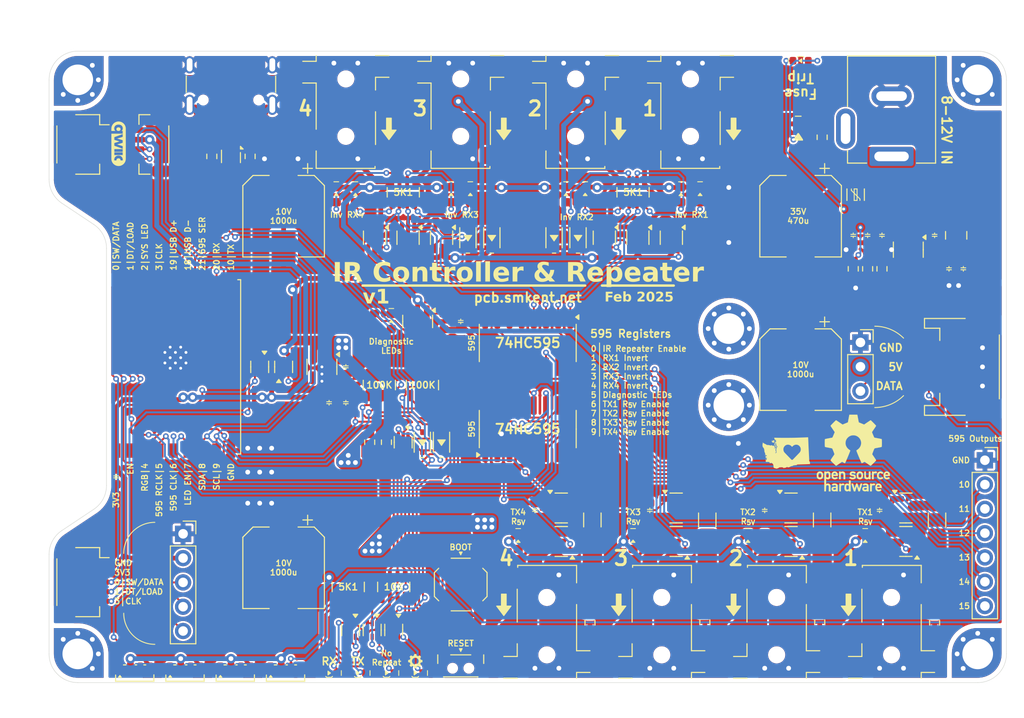
<source format=kicad_pcb>
(kicad_pcb (version 20240108) (generator "pcbnew") (generator_version "8.0")
  (layers (0 "F.Cu" signal) (31 "B.Cu" signal) (34 "B.Paste" user) (35 "F.Paste" user) (36 "B.SilkS" user "B.Silkscreen") (37 "F.SilkS" user "F.Silkscreen") (38 "B.Mask" user) (39 "F.Mask" user) (44 "Edge.Cuts" user))
  (net 0 "")
  (net 1 "+5V")
  (net 2 "GND")
  (net 3 "+3V3")
  (net 4 "ESP32_EN")
  (net 5 "+12V")
  (net 6 "/SW_5V")
  (net 7 "Net-(U3-VBST)")
  (net 8 "/DC_IN_RAW")
  (net 9 "TX_3V3")
  (net 10 "/USB_DM")
  (net 12 "/USB_DP")
  (net 13 "/CC1")
  (net 14 "/CC2")
  (net 16 "RX1_5V")
  (net 18 "RX2_5V")
  (net 21 "RX3_5V")
  (net 23 "RX4_5V")
  (net 24 "TX1_A")
  (net 27 "TX2_A")
  (net 29 "TX3_A")
  (net 30 "TX4_A")
  (net 32 "RX_TX_EN")
  (net 33 "LED_EN")
  (net 34 "GPIO2")
  (net 35 "Net-(U3-EN)")
  (net 36 "FB_5V")
  (net 37 "RX_3V3")
  (net 38 "D-")
  (net 39 "RX2_MODE")
  (net 40 "RX4_MODE")
  (net 41 "RX3_MODE")
  (net 42 "PIXEL_DATA_3V3")
  (net 43 "D+")
  (net 44 "RX1_MODE")
  (net 45 "TX")
  (net 46 "/RX_5V_SW")
  (net 47 "RX")
  (net 48 "Net-(D3-A)")
  (net 49 "Net-(D4-A)")
  (net 50 "Net-(D5-A)")
  (net 51 "Net-(D6-A)")
  (net 52 "Net-(LED0-A)")
  (net 53 "Net-(LED1-A)")
  (net 54 "Net-(LED1-K)")
  (net 55 "Net-(LED2-A)")
  (net 56 "Net-(LED2-K)")
  (net 57 "Net-(LED3-K)")
  (net 58 "Net-(LED3-A)")
  (net 59 "Net-(LED4-K)")
  (net 60 "Net-(LED4-A)")
  (net 61 "TX_INV")
  (net 62 "/Infrared Transmitter/TX1_A_P")
  (net 63 "/Infrared Transmitter/TX2_A_P")
  (net 64 "/Infrared Transmitter/TX3_A_P")
  (net 65 "/Infrared Transmitter/TX4_A_P")
  (net 66 "LED_GND")
  (net 67 "Net-(Q8A-D)")
  (net 69 "RX1_5V_INV")
  (net 70 "RX2_5V_INV")
  (net 71 "RX4_5V_INV")
  (net 72 "RX3_5V_INV")
  (net 73 "SR_CLK")
  (net 74 "SR_RCLK")
  (net 75 "SR_SER")
  (net 76 "/Indicator LEDs/PIXEL_DATA")
  (net 77 "/Indicator LEDs/PIX2_DATA_T")
  (net 78 "/Indicator LEDs/PIX3_DATA_T")
  (net 79 "/Indicator LEDs/PIX4_DATA_T")
  (net 80 "IO9{slash}SCL")
  (net 81 "IO8{slash}SDA")
  (net 82 "IO1{slash}DT{slash}LOAD")
  (net 83 "PIXEL_DOUT")
  (net 85 "DEBUG_LED_GND")
  (net 86 "Net-(LED5-A)")
  (net 87 "Net-(LED6-A)")
  (net 88 "Net-(LED7-A)")
  (net 89 "Net-(LED8-A)")
  (net 90 "MODE_LEDS")
  (net 91 "Net-(LED9-A)")
  (net 92 "Net-(LED10-A)")
  (net 93 "Net-(LED11-A)")
  (net 94 "Net-(LED12-A)")
  (net 95 "IO0{slash}SW{slash}DATA")
  (net 96 "IO3{slash}CLK")
  (net 97 "TX1_5V")
  (net 98 "TX1_5V_EN")
  (net 99 "SR_CLR")
  (net 100 "SR2_SER")
  (net 101 "TX2_5V_EN")
  (net 102 "TX3_5V_EN")
  (net 103 "595_REG11")
  (net 105 "595_REG14")
  (net 106 "595_REG16")
  (net 107 "595_REG12")
  (net 108 "595_REG15")
  (net 109 "595_REG13")
  (net 110 "TX4_5V_EN")
  (net 111 "TX2_5V")
  (net 112 "TX3_5V")
  (net 113 "TX4_5V")
  (net 114 "Net-(LED13-A)")
  (net 115 "Net-(LED14-A)")
  (net 116 "Net-(LED15-A)")
  (net 117 "Net-(LED16-A)")
  (net 118 "Net-(LED17-A)")
  (footprint "package:SOT-363_SC-70-6_HandSolder" (layer "F.Cu") (at 163 73.5 -90)
    (property "Reference" "U8" (hide yes))
    (property "Value" "SN74LVC1G157DC")
  )
  (footprint "Capacitor_SMD:CP_Elec_8x10" (layer "F.Cu") (at 200.5 71.25 -90)
    (property "Reference" "C16" (hide yes))
    (property "Value" "470u")
  )
  (footprint "Resistor_SMD:R_0603_1608Metric" (layer "F.Cu") (at 206 76.75 -90)
    (property "Reference" "R3" (hide yes))
    (property "Value" "10K")
  )
  (footprint "discrete:C_0603_1608Metric" (layer "F.Cu") (at 165 82.25 90)
    (property "Reference" "C5" (hide yes))
    (property "Value" "1u")
  )
  (footprint "connector:STEMMA-Signal-SMD-horizontal" (layer "F.Cu") (at 216.75 87 90)
    (property "Reference" "J11" (hide yes))
    (property "Value" "STEMMA-Signal")
  )
  (footprint "Package_TO_SOT_SMD:SOT-23" (layer "F.Cu") (at 199.5 105.25 180)
    (property "Reference" "Q11" (hide yes))
    (property "Value" "DMP1045U")
  )
  (footprint "package:D_SOD-323" (layer "F.Cu") (at 165.75 73.5 90)
    (property "Reference" "D5" (hide yes))
    (property "Value" "1N4148WS")
  )
  (footprint "package:D_SOD-323" (layer "F.Cu") (at 174.75 73.5 90)
    (property "Reference" "D3" (hide yes))
    (property "Value" "1N4148WS")
  )
  (footprint "Resistor_SMD:R_0603_1608Metric" (layer "F.Cu") (at 209 76.75 -90)
    (property "Reference" "R8" (hide yes))
    (property "Value" "57K6")
  )
  (footprint "discrete:LED_0603_1608Metric" (layer "F.Cu") (at 166 69 -90)
    (property "Reference" "LED7" (hide yes))
    (property "Value" "Ice Blue")
  )
  (footprint "Package_TO_SOT_SMD:SOT-23-5" (layer "F.Cu") (at 150.5 87 -90)
    (property "Reference" "U2" (hide yes))
    (property "Value" "ME6211C33M5")
  )
  (footprint "connector:Jack_3.5mm_PJ-327U-SMT_Horizontal" (layer "F.Cu") (at 174 113.5 180)
    (property "Reference" "J9" (hide yes))
    (property "Value" "PJ-327U")
  )
  (footprint "discrete:LED_0603_1608Metric" (layer "F.Cu") (at 188 69 -90)
    (property "Reference" "LED9" (hide yes))
    (property "Value" "Pink")
  )
  (footprint "Package_TO_SOT_SMD:SOT-23" (layer "F.Cu") (at 187.5 105.25 180)
    (property "Reference" "Q12" (hide yes))
    (property "Value" "DMP1045U")
  )
  (footprint "Package_TO_SOT_SMD:SOT-563" (layer "F.Cu") (at 144 87 -90)
    (property "Reference" "U11" (hide yes))
    (property "Value" "SN74LVC1T45Z6")
  )
  (footprint "Resistor_SMD:R_0603_1608Metric" (layer "F.Cu") (at 155.489862 94.875 -90)
    (property "Reference" "R11" (hide yes))
    (property "Value" "2K2")
  )
  (footprint "discrete:R_0603_1608Metric" (layer "F.Cu") (at 196.75 105.25 90)
    (property "Reference" "R19" (hide yes))
    (property "Value" "5K1")
  )
  (footprint "package:SOT-363_SC-70-6_HandSolder" (layer "F.Cu") (at 183.5 73.5 -90)
    (property "Reference" "U4" (hide yes))
    (property "Value" "NC7WZ14P6X")
  )
  (footprint "discrete:LED_SideEmitter_1.7x1.1mm" (layer "F.Cu") (at 160.25 119 180)
    (property "Reference" "LED1" (hide yes))
    (property "Value" "XL-1606UWC")
  )
  (footprint "discrete:LED_SideEmitter_1.7x1.1mm" (layer "F.Cu") (at 151.25 119 180)
    (property "Reference" "LED3" (hide yes))
    (property "Value" "XL-1606UBC")
  )
  (footprint "discrete:R_0603_1608Metric" (layer "F.Cu") (at 184.75 105.25 90)
    (property "Reference" "R20" (hide yes))
    (property "Value" "5K1")
  )
  (footprint "Package_TO_SOT_SMD:SOT-563" (layer "F.Cu") (at 153.5 114.5 -90)
    (property "Reference" "Q7" (hide yes))
    (property "Value" "PDNM6ET20V05")
  )
  (footprint "Package_TO_SOT_SMD:SOT-23" (layer "F.Cu") (at 187.5 101.75)
    (property "Reference" "Q5" (hide yes))
    (property "Value" "DMP1045U")
  )
  (footprint "package:SOT-363_SC-70-6_HandSolder" (layer "F.Cu") (at 180 73.5 -90)
    (property "Reference" "U7" (hide yes))
    (property "Value" "SN74LVC1G157DC")
  )
  (footprint "Resistor_SMD:R_0603_1608Metric" (layer "F.Cu") (at 190.5 113.675 -90)
    (property "Reference" "R7" (hide yes))
    (property "Value" "100K")
  )
  (footprint "Resistor_SMD:R_0603_1608Metric" (layer "F.Cu") (at 178.5 113.75 -90)
    (property "Reference" "R17" (hide yes))
    (property "Value" "100K")
  )
  (footprint "Package_TO_SOT_SMD:SOT-563" (layer "F.Cu") (at 158 114.5 -90)
    (property "Reference" "Q9" (hide yes))
    (property "Value" "PDNM6ET20V05")
  )
  (footprint "module:ESP32-C3-WROOM-02" (layer "F.Cu") (at 135 87 90)
    (property "Reference" "SM1" (hide yes))
    (property "Value" "ESP32-C3-WROOM-02")
  )
  (footprint "Package_TO_SOT_SMD:SOT-563" (layer "F.Cu") (at 158.989862 94.875 -90)
    (property "Reference" "Q1" (hide yes))
    (property "Value" "PDNM6ET20V05")
  )
  (footprint "electromechanical:SW_Push_1P1T-MP_NO_4.6x3mm_Horizontal" (layer "F.Cu") (at 165 118)
    (property "Reference" "SW1" (hide yes))
    (property "Value" "Reset")
  )
  (footprint "package:D_SOD-323" (layer "F.Cu") (at 162.989862 94.875 90)
    (property "Reference" "D2" (hide yes))
    (property "Value" "1N4148WS")
  )
  (footprint "Package_TO_SOT_SMD:SOT-666" (layer "F.Cu") (at 141 65 -90)
    (property "Reference" "U1" (hide yes))
    (property "Value" "USBLC6-2P6")
  )
  (footprint "discrete:C_0603_1608Metric" (layer "F.Cu") (at 153 90.75 -90)
    (property "Reference" "C4" (hide yes))
    (property "Value" "1u")
  )
  (footprint "discrete:LED_0603_1608Metric" (layer "F.Cu") (at 178 69 -90)
    (property "Reference" "LED6" (hide yes))
    (property "Value" "Ice Blue")
  )
  (footprint "mechanical:MountingHole_3.2mm_M3_5.4mm_Pad_Via" (layer "F.Cu") (at 193 91)
    (property "Reference" "REF**" (hide yes))
    (property "Value" "MountingHole_3.2mm_M3_5.4mm_Pad_Via" (hide yes))
  )
  (footprint "discrete:C_0603_1608Metric" (layer "F.Cu") (at 216 76.75 -90)
    (property "Reference" "C14" (hide yes))
    (property "Value" "22u")
  )
  (footprint "Capacitor_SMD:CP_Elec_8x10" (layer "F.Cu") (at 146.5 108 -90)
    (property "Reference" "C8" (hide yes))
    (property "Value" "1000u")
  )
  (footprint "discrete:LED_0603_1608Metric" (layer "F.Cu") (at 171 105.25 -90)
    (property "Reference" "LED17" (hide yes))
    (property "Value" "Pink")
  )
  (footprint "Package_TO_SOT_SMD:SOT-23" (layer "F.Cu") (at 160.5 82.25 -90)
    (property "Reference" "Q2" (hide yes))
    (property "Value" "DMG6968U")
  )
  (footprint "Package_TO_SOT_SMD:SOT-23-6" (layer "F.Cu") (at 211.75 74.75 -90)
    (property "Reference" "U3" (hide yes))
    (property "Value" "TPS563201")
  )
  (footprint "discrete:R_Array_Convex_4x0603_HandSolder" (layer "F.Cu") (at 156.5 88.9 90)
    (property "Reference" "RN3" (hide yes))
    (property "Value" "100K")
  )
  (footprint "package:D_SOD-323" (layer "F.Cu") (at 177.25 73.5 90)
    (property "Reference" "D4" (hide yes))
    (property "Value" "1N4148WS")
  )
  (footprint "package:D_SOD-123F" (layer "F.Cu") (at 200.25 63 -90)
    (property "Reference" "D0" (hide yes))
    (property "Value" "D_TVS")
  )
  (footprint "graphics:icon-gear-1.5mm" (layer "F.Cu") (at 160.25 117.75)
    (property "Reference" "G***" (hide yes))
    (property "Value" "LOGO" (hide yes))
  )
  (footprint "Package_TO_SOT_SMD:SOT-23" (layer "F.Cu") (at 211.5 105.25 180)
    (property "Reference" "Q10" (hide yes))
    (property "Value" "DMP1045U")
  )
  (footprint "package:SOT-363_SC-70-6_HandSolder" (layer "F.Cu") (at 156 73.5 -90)
    (property "Reference" "U9" (hide yes))
    (property "Value" "SN74LVC1G157DC")
  )
  (footprint "mechanical:MountingHole_3.2mm_M3_5.4mm_Pad_Via_corner" (layer "F.Cu") (at 219 117 90)
    (property "Reference" "REF**" (hide yes))
    (property "Value" "MountingHole_3.2mm_M3_5.4mm_Pad_Via_corner" (hide yes))
  )
  (footprint "mechanical:MountingHole_3.2mm_M3_5.4mm_Pad_Via" (layer "F.Cu") (at 193 83)
    (property "Reference" "REF**" (hide yes))
    (property "Value" "MountingHole_3.2mm_M3_5.4mm_Pad_Via" (hide yes))
  )
  (footprint "connector:Jack_3.5mm_PJ-327U-SMT_Horizontal" (layer "F.Cu") (at 177 60.5)
    (property "Reference" "J3" (hide yes))
    (property "Value" "PJ-327U")
  )
  (footprint "discrete:C_0603_1608Metric" (layer "F.Cu") (at 153 87 -90)
    (property "Reference" "C1" (hide yes))
    (property "Value" "1u")
  )
  (footprint "discrete:C_0603_1608Metric" (layer "F.Cu") (at 172.75 102 90)
    (property "Reference" "C22" (hide yes))
    (property "Value" "22u")
  )
  (footprint "Resistor_SMD:R_0603_1608Metric" (layer "F.Cu") (at 157.239862 94.875 90)
    (property "Reference" "R10" (hide yes))
    (property "Value" "2K2")
  )
  (footprint "discrete:LED_0603_1608Metric" (layer "F.Cu") (at 157.75 82.25 -90)
    (property "Reference" "LED13" (hide yes))
    (property "Value" "Warm White")
  )
  (footprint "discrete:LED_SideEmitter_1.7x1.1mm" (layer "F.Cu") (at 157.25 119 180)
    (property "Reference" "LED2" (hide yes))
    (property "Value" "XL-1606UWC")
  )
  (footprint "discrete:R_0603_1608Metric" (layer "F.Cu") (at 163.25 82.25 90)
    (property "Reference" "R21" (hide yes))
    (property "Value" "100K")
  )
  (footprint "mechanical:MountingHole_3.2mm_M3_5.4mm_Pad_Via_corner" (layer "F.Cu") (at 219 57 180)
    (property "Reference" "REF**" (hide yes))
    (property "Value" "MountingHole_3.2mm_M3_5.4mm_Pad_Via_corner" (hide yes))
  )
  (footprint "Resistor_SMD:R_1206_3216Metric" (layer "F.Cu") (at 178.75 103 -90)
    (property "Reference" "R13" (hide yes))
    (property "Value" "15R4")
  )
  (footprint "discrete:LED_SK6812SIDE-A_4.0x1.6mm" (layer "F.Cu") (at 146.7 118.5)
    (property "Reference" "PIX4")
    (property "Value" "SK6812SIDE-A")
  )
  (footprint "discrete:LED_0603_1608Metric" (layer "F.Cu") (at 176 69 -90)
    (property "Reference" "LED10" (hide yes))
    (property "Value" "Pink")
  )
  (footprint "Connector_PinSocket_2.54mm:PinSocket_1x07_P2.54mm_Vertical" (layer "F.Cu") (at 219.75 96.76)
    (property "Reference" "J16" (hide yes))
    (property "Value" "Pin socket")
  )
  (footprint "discrete:C_0603_1608Metric" (layer "F.Cu") (at 207.5 73.25 -90)
    (property "Reference" "C11" (hide yes))
    (property "Value" "10u")
  )
  (footprint "connector:Jack_3.5mm_PJ-327U-SMT_Horizontal" (layer "F.Cu") (at 186 113.5 180)
    (property "Reference" "J8" (hide yes))
    (property "Value" "PJ-327U")
  )
  (footprint "discrete:R_0603_1608Metric" (layer "F.Cu") (at 172.75 105.25 90)
    (property "Reference" "R22" (hide yes))
    (property "Value" "5K1")
  )
  (footprint "Connector_PinSocket_2.54mm:PinSocket_1x05_P2.54mm_Vertical" (layer "F.Cu") (at 136 104.45)
    (property "Reference" "J14" (hide yes))
    (property "Value" "Pin socket")
  )
  (footprint "discrete:LED_SideEmitter_1.7x1.1mm" (layer "F.Cu") (at 154.25 119 180)
    (property "Reference" "LED4" (hide yes))
    (property "Value" "XL-1606UBC")
  )
  (footprint "Package_TO_SOT_SMD:SOT-23" (layer "F.Cu") (at 175.5 105.25 180)
    (property "Reference" "Q13" (hide yes))
    (property "Value" "DMP1045U")
  )
  (footprint "discrete:C_0603_1608Metric" (layer "F.Cu") (at 151.25 90.75 -90)
    (property "Reference" "C2" (hide yes))
    (property "Value" "1u")
  )
  (footprint "discrete:LED_0603_1608Metric" (layer "F.Cu") (at 164 69 -90)
    (property "Reference" "LED11" (hide yes))
    (property "Value" "Pink")
  )
  (footprint "package:D_SOD-323" (layer "F.Cu") (at 160.989862 94.875 90)
    (property "Reference" "D1" (hide yes))
    (property "Value" "1N4148WS")
  )
  (footprint "Capacitor_SMD:CP_Elec_8x10" (layer "F.Cu") (at 200.5 87.285 -90)
    (property "Reference" "C6" (hide yes))
    (property "Value" "1000u")
  )
  (footprint "discrete:LED_0603_1608Metric" (layer "F.Cu") (at 152 69 -90)
    (property "Reference" "LED12" (hide yes))
    (property "Value" "Pink")
  )
  (footprint "discrete:C_0603_1608Metric" (layer "F.Cu") (at 184.75 102 90)
    (property "Reference" "C21" (hide yes))
    (property "Value" "22u")
  )
  (footprint "discrete:LED_0603_1608Metric" (layer "F.Cu") (at 207.25 105.25 -90)
    (property "Reference" "LED14" (hide yes))
    (property "Value" "Pink")
  )
  (footprint "discrete:LED_0603_1608Metric" (layer "F.Cu") (at 183 105.25 -90)
    (property "Reference" "LED16" (hide yes))
    (property "Value" "Pink")
  )
  (footprint "Capacitor_SMD:CP_Elec_8x10" (layer "F.Cu") (at 146.5 71.25 -90)
    (property "Reference" "C7" (hide yes))
    (property "Value" "1000u")
  )
  (footprint "connector:USB_C_Receptacle_GCT_USB4105-xx-A_16P_TopMnt_Horizontal" (layer "F.Cu") (at 141 56.5 180)
    (property "Reference" "J1" (hide yes))
    (property "Value" "USB_C_Receptacle_USB2.0_16P")
  )
  (footprint "discrete:Fuse_1206_3216Metric" (layer "F.Cu") (at 206.25 69 -90)
    (property "Reference" "F1" (hide yes))
    (property "Value" "16V 2A")
  )
  (footprint "Package_SO:SOIC-16_3.9x9.9mm_P1.27mm" (layer "F.Cu") (at 172 84.5 -90)
    (property "Reference" "U12" (hide yes))
    (property "Value" "74HC595")
  )
  (footprint "Button_Switch_SMD:SW_SPST_TL3342" (layer "F.Cu") (at 165 109.75 90)
    (property "Reference" "SW2" (hide yes))
    (property "Value" "Boot")
  )
  (footprint "Package_TO_SOT_SMD:SOT-23" (layer "F.Cu") (at 211.5 101.75)
    (property "Reference" "Q3" (hide yes))
    (property "Value" "DMP1045U")
  )
  (footprint "discrete:LED_0603_1608Metric" (layer "F.Cu") (at 154 69 -90)
    (property "Reference" "LED8" (hide yes))
    (property "Value" "Ice Blue")
  )
  (footprint "mechanical:MountingHole_3.2mm_M3_5.4mm_Pad_Via_corner" (layer "F.Cu") (at 125 117)
    (property "Reference" "REF**" (hide yes))
    (property "Value" "MountingHole_3.2mm_M3_5.4mm_Pad_Via_corner" (hide yes))
  )
  (footprint "discrete:C_0603_1608Metric" (layer "F.Cu") (at 217.5 76.75 -90)
    (property "Reference" "C15" (hide yes))
    (property "Value" "22u")
  )
  (footprint "package:D_SOD-323" (layer "F.Cu") (at 168.25 73.5 90)
    (property "Reference" "D6" (hide yes))
    (property "Value" "1N4148WS")
  )
  (footprint "discrete:LED_0603_1608Metric" (layer "F.Cu") (at 195 105.25 -90)
    (property "Reference" "LED15" (hide yes))
    (property "Value" "Pink")
  )
  (footprint "discrete:R_Array_Convex_4x0603_HandSolder" (layer "F.Cu") (at 161 88.9 90)
    (property "Reference" "RN4" (hide yes))
    (property "Value" "100K")
  )
  (footprint "Package_TO_SOT_SMD:SOT-23" (layer "F.Cu") (at 175.5 101.75)
    (property "Reference" "Q6" (hide yes))
    (property "Value" "DMP1045U")
  )
  (footprint "Resistor_SMD:R_0603_1608Metric" (layer "F.Cu") (at 202.5 113.675 -90)
    (property "Reference" "R6" (hide yes))
    (property "Value" "100K")
  )
  (footprint "Resistor_SMD:R_0603_1608Metric" (layer "F.Cu") (at 214.5 113.75 -90)
    (property "Reference" "R5" (hide yes))
    (property "Value" "100K")
  )
  (footprint "discrete:C_0603_1608Metric" (layer "F.Cu") (at 214.5 73.25 90)
    (property "Reference" "C13" (hide yes))
    (property "Value" "0u1")
  )
  (footprint "discrete:LED_SK6812SIDE-A_4.0x1.6mm" (layer "F.Cu") (at 136.2 118.5)
    (property "Reference" "PIX2")
    (property "Value" "SK6812SIDE-A")
  )
  (footprint "Resistor_SMD:R_1206_3216Metric" (layer "F.Cu") (at 214.75 103 -90)
    (property "Reference" "R14" (hide yes))
    (property "Value" "15R4")
  )
  (footprint "discrete:R_Array_Convex_4x0603_HandSolder" (layer "F.Cu") (at 159 68.75 90)
    (property "Reference" "RN6" (hide yes))
    (property "Value" "5K1")
  )
  (footprint "Package_SO:SOIC-16_3.9x9.9mm_P1.27mm" (layer "F.Cu") (at 172 93.5 90)
    (property "Reference" "U13" (hide yes))
    (property "Value" "74HC595")
  )
  (footprint "Symbol:OSHW-Logo_7.5x8mm_SilkScreen" (layer "F.Cu") (at 206 96)
    (property "Reference" "REF**" (hide yes))
    (property "Value" "OSHW-Logo_7.5x8mm_SilkScreen" (hide yes))
  )
  (footprint "discrete:C_0603_1608Metric" (layer "F.Cu") (at 206 73.25 -90)
    (property "Reference" "C10" (hide yes))
    (property "Value" "10u")
  )
  (footprint "connector:JST_SH_SM05B-SRSS-TB_1x05-1MP_P1.00mm_Horizontal" (layer "F.Cu") (at 125.5 109.5 -90)
    (property "Reference" "J10")
    (property "Value" "JST SH")
  )
  (footprint "Package_TO_SOT_SMD:SOT-563" (layer "F.Cu") (at 146.5 87 90)
    (property "Reference" "U10" (hide yes))
    (property "Value" "SN74LVC1T45Z6")
  )
  (footprint "Resistor_SMD:R_0603_1608Metric" (layer "F.Cu") (at 139 65 90)
    (property "Reference" "R1" (hide yes))
    (property "Value" "5K1")
  )
  (footprint "Resistor_SMD:R_0603_1608Metric" (layer "F.Cu") (at 202.75 63 -90)
    (property "Reference" "R4" (hide yes))
    (property "Value" "1K")
  )
  (footprint "discrete:LED_SK6812SIDE-A_4.0x1.6mm" (layer "F.Cu") (at 141.45 118.5)
    (property "Reference" "PIX3")
    (property "Value" "SK6812SIDE-A")
  )
  (footprint "discrete:R_0603_1608Metric" (layer "F.Cu") (at 208.75 105.25 90)
    (property "Reference" "R18" (hide yes))
    (property "Value" "5K1")
  )
  (footprint "graphics:wa-state-heart-5mm" (layer "F.Cu") (at 199 96)
    (property "Reference" "G***" (hide yes))
    (property "Value" "LOGO" (hide yes))
  )
  (footprint "Resistor_SMD:R_1206_3216Metric" (layer "F.Cu") (at 202.75 103 -90)
    (property "Reference" "R12" (hide yes))
    (property "Value" "15R4")
  )
  (footprint "connector:Qwiic-SMD-horizontal-logo" (layer "F.Cu") (at 125.5 63.75 -90)
    (property "Reference" "J12" (hide yes))
    (property "Value" "Qwiic")
  )
  (footprint "package:SOT-363_SC-70-6_HandSolder" (layer "F.Cu") (at 187 73.5 -90)
    (property "Reference" "U6" (hide yes))
    (property "Value" "SN74LVC1G157DC")
  )
  (footprint "Resistor_SMD:R_0603_1608Metric" (layer "F.Cu") (at 207.5 76.75 90)
    (property "Reference" "R9" (hide yes))
    (property "Value" "10K")
  )
  (footprint "connector:Jack_3.5mm_PJ-327U-SMT_Horizontal" (layer "F.Cu") (at 165 60.5)
    (property "Reference" "J4" (hide yes))
    (property "Value" "PJ-327U")
  )
  (footprint "discrete:R_0603_1608Metric" (layer "F.Cu") (at 156 82.25 -90)
    (property "Reference" "R16" (hide yes))
    (property "Value" "5K1")
  )
  (footprint "Package_TO_SOT_SMD:SOT-563" (layer "F.Cu") (at 155.75 114.5 -90)
    (property "Reference" "Q8" (hide yes))
    (property "Value" "PDNM6ET20V05")
  )
  (footprint "Resistor_SMD:R_0603_1608Metric" (layer "F.Cu") (at 143 65 90)
    (property "Reference" "R2" (hide yes))
    (property "Value" "5K1")
  )
  (footprint "discrete:LED_0603_1608Metric" (layer "F.Cu") (at 190 69 -90)
    (property "Reference" "LED5" (hide yes))
    (property "Value" "Ice Blue")
  )
  (footprint "connector:Jack_3.5mm_PJ-327U-SMT_Horizontal" (layer "F.Cu") (at 210 113.5 180)
    (property "Reference" "J6" (hide yes))
    (property "Value" "PJ-327U")
  )
  (footprint "connector:Qwiic-SMD-vertical" (layer "F.Cu") (at 132.5 63.75 -90)
    (property "Reference" "J13" (hide yes))
    (property "Value" "Qwiic")
  )
  (footprint "discrete:C_0603_1608Metric" (layer "F.Cu") (at 209 73.25 -90)
    (property "Reference" "C12" (hide yes))
    (property "Value" "0u1")
  )
  (footprint "mechanical:MountingHole_3.2mm_M3_5.4mm_Pad_Via_corner" (layer "F.Cu") (at 125 57 -90)
    (property "Reference" "REF**" (hide yes))
    (property "Value" "MountingHole_3.2mm_M3_5.4mm_Pad_Via_corner" (hide yes))
  )
  (footprint "Resistor_SMD:R_1206_3216Metric" (layer "F.Cu") (at 190.75 103 -90)
    (property "Reference" "R15" (hide yes))
    (property "Value" "15R4")
  )
  (footprint "discrete:C_0603_1608Metric" (layer "F.Cu") (at 196.75 102 90)
    (property "Reference" "C20" (hide yes))
    (property "Value" "22u")
  )
  (footprint "discrete:C_0603_1608Metric" (layer "F.Cu") (at 129 98.5 -90)
    (property "Reference" "C3" (hide yes))
    (property "Value" "10u")
  )
  (footprint "discrete:L_1008_2520Metric" (layer "F.Cu") (at 216.75 73.25 -90)
    (property "Reference" "L1" (hide yes))
    (property "Value" "4u7")
  )
  (footprint "discrete:R_Array_Convex_4x0603_HandSolder" (layer "F.Cu") (at 158 110 90)
    (property "Reference" "RN2" (hide yes))
    (property "Value" "10K")
  )
  (footprint "Connector_PinSocket_2.54mm:PinSocket_1x03_P2.54mm_Vertical" (layer "F.Cu") (at 206.75 84.445)
    (property "Reference" "J15" (hide yes))
    (property "Value" "Pin Socket")
  )
  (footprint "discrete:R_Array_Convex_4x0603_HandSolder" (layer "F.Cu") (at 183 68.75 90)
    (property "Reference" "RN5" (hide yes))
    (property "Value" "5K1")
  )
  (footprint "discrete:LED_SideEmitter_1.7x1.1mm" (layer "F.Cu") (at 200.5 55)
    (property "Reference" "LED0" (hide yes))
    (property "Value" "XL-1606SURC")
  )
  (footprint "discrete:C_0603_1608Metric" (layer "F.Cu") (at 208.75 102 90)
    (property "Reference" "C19" (hide yes))
    (property "Value" "22u")
  )
  (footprint "discrete:LED_SK6812SIDE-A_4.0x1.6mm" (layer "F.Cu") (at 130.95 118.5)
    (property "Reference" "PIX1")
    (property "Value" "SK6812SIDE-A")
  )
  (footprint "package:SOT-363_SC-70-6_HandSolder" (layer "F.Cu") (at 159.5 73.5 -90)
    (property "Reference" "U5" (hide yes))
    (property "Value" "NC7WZ14P6X")
  )
  (footprint "connector:BarrelJack_DC-005_THT_Horizontal" (layer "F.Cu") (at 210 65 180)
    (property "Reference" "J0" (hide yes))
    (property "Value" "DC-005")
  )
  (footprint "connector:Jack_3.5mm_PJ-327U-SMT_Horizontal" (layer "F.Cu") (at 189 60.5)
    (property "Reference" "J2" (hide yes))
    (property "Value" "PJ-327U")
  )
  (footprint "Package_TO_SOT_SMD:SOT-23" (layer "F.Cu") (at 199.5 101.75)
    (property "Reference" "Q4" (hide yes))
    (property "Value" "DMP1045U")
  )
  (footprint "connector:Jack_3.5mm_PJ-327U-SMT_Horizontal" (layer "F.Cu") (at 153 60.5)
    (property "Reference" "J5" (hide yes))
    (property "Value" "PJ-327U")
  )
  (footprint "discrete:R_Array_Convex_4x0603_HandSolder" (layer "F.Cu") (at 153.25 110 90)
    (property "Reference" "RN1" (hide yes))
    (property "Value" "5K1")
  )
  (footprint "connector:Jack_3.5mm_PJ-327U-SMT_Horizontal" (layer "F.Cu") (at 198 113.5 180)
    (property "Reference" "J7" (hide yes))
    (property "Value" "PJ-327U")
  )
  (gr_poly (pts (xy 165.15 116.45) (xy 165 116.75) (xy 164.85 116.45)) (stroke (width 0.1)) (fill solid) (layer "F.SilkS"))
  (gr_arc (start 133.048097 116) (mid 130.75 115.048097) (end 129.798097 112.75) (stroke (width 0.1)) (layer "F.SilkS"))
  (gr_poly (pts (xy 169.75 61) (xy 169.75 62.25) (xy 170.25 62.25) (xy 169.5 63.25) (xy 168.75 62.25) (xy 169.25 62.25) (xy 169.25 61)) (stroke (width 0.1)) (fill solid) (layer "F.SilkS"))
  (gr_arc (start 211.255204 90.005204) (mid 209.876405 90.926488) (end 208.25 91.25) (stroke (width 0.1)) (layer "F.SilkS"))
  (gr_arc (start 208.25 82.75) (mid 209.876405 83.073512) (end 211.255204 83.994796) (stroke (width 0.1)) (layer "F.SilkS"))
  (gr_line (start 179.75 78.5) (end 187.25 78.5) (stroke (width 0.25)) (layer "F.SilkS"))
  (gr_line (start 154.75 78.5) (end 178 78.5) (stroke (width 0.25)) (layer "F.SilkS"))
  (gr_poly (pts (xy 157.75 61) (xy 157.75 62.25) (xy 158.25 62.25) (xy 157.5 63.25) (xy 156.75 62.25) (xy 157.25 62.25) (xy 157.25 61)) (stroke (width 0.1)) (fill solid) (layer "F.SilkS"))
  (gr_line (start 179.5 94.25) (end 179.5 84.5) (stroke (width 0.1)) (layer "F.SilkS"))
  (gr_arc (start 129.798097 106.5) (mid 130.75 104.201903) (end 133.048097 103.25) (stroke (width 0.1)) (layer "F.SilkS"))
  (gr_poly (pts (xy 181.75 110.75) (xy 181.75 112) (xy 182.25 112) (xy 181.5 113) (xy 180.75 112) (xy 181.25 112) (xy 181.25 110.75)) (stroke (width 0.1)) (fill solid) (layer "F.SilkS"))
  (gr_poly (pts (xy 193.75 61) (xy 193.75 62.25) (xy 194.25 62.25) (xy 193.5 63.25) (xy 192.75 62.25) (xy 193.25 62.25) (xy 193.25 61)) (stroke (width 0.1)) (fill solid) (layer "F.SilkS"))
  (gr_poly (pts (xy 181.75 61) (xy 181.75 62.25) (xy 182.25 62.25) (xy 181.5 63.25) (xy 180.75 62.25) (xy 181.25 62.25) (xy 181.25 61)) (stroke (width 0.1)) (fill solid) (layer "F.SilkS"))
  (gr_poly (pts (xy 169.75 110.75) (xy 169.75 112) (xy 170.25 112) (xy 169.5 113) (xy 168.75 112) (xy 169.25 112) (xy 169.25 110.75)) (stroke (width 0.1)) (fill solid) (layer "F.SilkS"))
  (gr_poly (pts (xy 193.75 110.75) (xy 193.75 112) (xy 194.25 112) (xy 193.5 113) (xy 192.75 112) (xy 193.25 112) (xy 193.25 110.75)) (stroke (width 0.1)) (fill solid) (layer "F.SilkS"))
  (gr_poly (pts (xy 205.75 110.75) (xy 205.75 112) (xy 206.25 112) (xy 205.5 113) (xy 204.75 112) (xy 205.25 112) (xy 205.25 110.75)) (stroke (width 0.1)) (fill solid) (layer "F.SilkS"))
  (gr_poly (pts (xy 165.15 106.35) (xy 165 106.65) (xy 164.85 106.35)) (stroke (width 0.1)) (fill solid) (layer "F.SilkS"))
  (gr_line (start 222 57) (end 222 117) (stroke (width 0.05)) (layer "Edge.Cuts"))
  (gr_arc (start 122 57) (mid 122.87868 54.87868) (end 125 54) (stroke (width 0.05)) (layer "Edge.Cuts"))
  (gr_line (start 122 117) (end 122 106.605551) (stroke (width 0.05)) (layer "Edge.Cuts"))
  (gr_arc (start 128 99.394449) (mid 127.645042 100.810039) (end 126.6641 101.8906) (stroke (width 0.05)) (layer "Edge.Cuts"))
  (gr_arc (start 122 106.605551) (mid 122.354958 105.189961) (end 123.3359 104.1094) (stroke (width 0.05)) (layer "Edge.Cuts"))
  (gr_arc (start 219 54) (mid 221.12132 54.87868) (end 222 57) (stroke (width 0.05)) (layer "Edge.Cuts"))
  (gr_arc (start 125 120) (mid 122.87868 119.12132) (end 122 117) (stroke (width 0.05)) (layer "Edge.Cuts"))
  (gr_arc (start 126.6641 72.1094) (mid 127.64501 73.189984) (end 128 74.605551) (stroke (width 0.05)) (layer "Edge.Cuts"))
  (gr_line (start 128 74.605551) (end 128 99.394449) (stroke (width 0.05)) (layer "Edge.Cuts"))
  (gr_line (start 123.3359 104.1094) (end 126.6641 101.8906) (stroke (width 0.05)) (layer "Edge.Cuts"))
  (gr_arc (start 222 117) (mid 221.12132 119.12132) (end 219 120) (stroke (width 0.05)) (layer "Edge.Cuts"))
  (gr_line (start 122 67.394449) (end 122 57) (stroke (width 0.05)) (layer "Edge.Cuts"))
  (gr_line (start 125 54) (end 219 54) (stroke (width 0.05)) (layer "Edge.Cuts"))
  (gr_line (start 126.6641 72.1094) (end 123.3359 69.8906) (stroke (width 0.05)) (layer "Edge.Cuts"))
  (gr_arc (start 123.3359 69.8906) (mid 122.35499 68.810016) (end 122 67.394449) (stroke (width 0.05)) (layer "Edge.Cuts"))
  (gr_line (start 219 120) (end 125 120) (stroke (width 0.05)) (layer "Edge.Cuts"))
  (gr_text "8-12V IN" (at 215.75 62.25 -90) (layer "F.SilkS") (effects (font (size 1 1) (thickness 0.2) (bold yes))))
  (gr_text "TX3\nR_{5V}" (at 183 103.5 0) (layer "F.SilkS") (effects (font (size 0.6 0.6) (thickness 0.12) (bold yes)) (justify bottom)))
  (gr_text "10V\n1000u\n" (at 200.5 87.285 0) (layer "F.SilkS") (effects (font (size 0.6 0.6) (thickness 0.12) (bold yes))))
  (gr_text "GND" (at 218.25 96.76 0) (layer "F.SilkS") (effects (font (size 0.6 0.6) (thickness 0.12) (bold yes)) (justify right)))
  (gr_text "pcb.smkent.net" (at 172 79.75 0) (layer "F.SilkS") (effects (font (size 1 1) (thickness 0.2) (bold yes))))
  (gr_text "DATA" (at 211.25 89 0) (layer "F.SilkS") (effects (font (size 0.8 0.8) (thickness 0.16) (bold yes)) (justify right)))
  (gr_text "20|RX" (at 139.5 77 90) (layer "F.SilkS") (effects (font (size 0.6 0.6) (thickness 0.12) (bold yes)) (justify left)))
  (gr_text "Inv" (at 164 70.75 0) (layer "F.SilkS") (effects (font (size 0.6 0.6) (thickness 0.12) (bold yes)) (justify top)))
  (gr_text "EN" (at 130.5 97 90) (layer "F.SilkS") (effects (font (size 0.6 0.6) (thickness 0.12) (bold yes)) (justify right)))
  (gr_text "LED EN|7" (at 136.5 97 90) (layer "F.SilkS") (effects (font (size 0.6 0.6) (thickness 0.12) (bold yes)) (justify right)))
  (gr_text "RX4" (at 154 70.75 0) (layer "F.SilkS") (effects (font (size 0.6 0.6) (thickness 0.12) (bold yes)) (justify top)))
  (gr_text "IR Repeater Enable\nRX1 Invert\nRX2 Invert\nRX3 Invert\nRX4 Invert\nDiagnostic LEDs\nTX1 R_{5V} Enable\nTX2 R_{5V} Enable\nTX3 R_{5V} Enable\nTX4 R_{5V} Enable" (at 179.75 84.75 0) (layer "F.SilkS") (effects (font (size 0.6 0.6) (thickness 0.12) (bold yes)) (justify left top)))
  (gr_text "Inv" (at 188 70.75 0) (layer "F.SilkS") (effects (font (size 0.6 0.6) (thickness 0.12) (bold yes)) (justify top)))
  (gr_text "BOOT" (at 165 105.5 0) (layer "F.SilkS") (effects (font (size 0.6 0.6) (thickness 0.12) (bold yes)) (justify top)))
  (gr_text "RX1" (at 190 70.75 0) (layer "F.SilkS") (effects (font (size 0.6 0.6) (thickness 0.12) (bold yes)) (justify top)))
  (gr_text "TX1\nR_{5V}" (at 207.25 103.5 0) (layer "F.SilkS") (effects (font (size 0.6 0.6) (thickness 0.12) (bold yes)) (justify bottom)))
  (gr_text "RX" (at 151.25 118.25 0) (layer "F.SilkS") (effects (font (size 0.8 0.8) (thickness 0.16) (bold yes)) (justify bottom)))
  (gr_text "10V\n1000u\n" (at 146.5 71.25 0) (layer "F.SilkS") (effects (font (size 0.6 0.6) (thickness 0.12) (bold yes))))
  (gr_text "3" (at 181.75 107 0) (layer "F.SilkS") (effects (font (size 1.5 1.5) (thickness 0.3) (bold yes))))
  (gr_text "2" (at 193.75 107 0) (layer "F.SilkS") (effects (font (size 1.5 1.5) (thickness 0.3) (bold yes))))
  (gr_text "v1" (at 154.75 79.75 0) (layer "F.SilkS") (effects (font (size 1.5 1.5) (thickness 0.24) (bold yes)) (justify left)))
  (gr_text "2|SYS LED" (at 132 77 90) (layer "F.SilkS") (effects (font (size 0.6 0.6) (thickness 0.12) (bold yes)) (justify left)))
  (gr_text "3|CLK" (at 128.75 111.5 0) (layer "F.SilkS") (effects (font (size 0.6 0.6) (thickness 0.12) (bold yes)) (justify left)))
  (gr_text "3V3" (at 128.75 108.5 0) (layer "F.SilkS") (effects (font (size 0.6 0.6) (thickness 0.12) (bold yes)) (justify left)))
  (gr_text "TX" (at 154.25 118.25 0) (layer "F.SilkS") (effects (font (size 0.8 0.8) (thickness 0.16) (bold yes)) (justify bottom)))
  (gr_text "595 RCLK|5" (at 133.5 97 90) (layer "F.SilkS") (effects (font (size 0.6 0.6) (thickness 0.12) (bold yes)) (justify right)))
  (gr_text "RGB|4" (at 132 97 90) (layer "F.SilkS") (effects (font (size 0.6 0.6) (thickness 0.12) (bold yes)) (justify right)))
  (gr_text "RX2" (at 178 71 0) (layer "F.SilkS") (effects (font (size 0.6 0.6) (thickness 0.12) (bold yes)) (justify top)))
  (gr_text "4" (at 148.75 60 0) (layer "F.SilkS") (effects (font (size 1.5 1.5) (thickness 0.3) (bold yes))))
  (gr_text "13" (at 218.25 106.92 0) (layer "F.SilkS") (effects (font (size 0.6 0.6) (thickness 0.12) (bold yes)) (justify right)))
  (gr_text "35V\n470u\n" (at 200.25 71.25 0) (layer "F.SilkS") (effects (font (size 0.6 0.6) (thickness 0.12) (bold yes))))
  (gr_text "595 Registers" (at 182.75 84 0) (layer "F.SilkS") (effects (font (size 0.8 0.8) (thickness 0.16) (bold yes)) (justify bottom)))
  (gr_text "595 CLK|6" (at 135 97 90) (layer "F.SilkS") (effects (font (size 0.6 0.6) (thickness 0.12) (bold yes)) (justify right)))
  (gr_text "4" (at 169.75 107 0) (layer "F.SilkS") (effects (font (size 1.5 1.5) (thickness 0.3) (bold yes))))
  (gr_text "18|USB D-" (at 136.5 77 90) (layer "F.SilkS") (effects (font (size 0.6 0.6) (thickness 0.12) (bold yes)) (justify left)))
  (gr_text "GND" (at 141 97 90) (layer "F.SilkS") (effects (font (size 0.6 0.6) (thickness 0.12) (bold yes)) (justify right)))
  (gr_text "1" (at 205.75 107 0) (layer "F.SilkS") (effects (font (size 1.5 1.5) (thickness 0.3) (bold yes))))
  (gr_text "3V3" (at 129 100 90) (layer "F.SilkS") (effects (font (size 0.6 0.6) (thickness 0.12) (bold yes)) (justify right)))
  (gr_text "10V\n1000u\n" (at 146.5 108 0) (layer "F.SilkS") (effects (font (size 0.6 0.6) (thickness 0.12) (bold yes))))
  (gr_text "GND" (at 211.25 85 0) (layer "F.SilkS") (effects (font (size 0.8 0.8) (thickness 0.16) (bold yes)) (justify right)))
  (gr_text "15" (at 218.25 112 0) (layer "F.SilkS") (effects (font (size 0.6 0.6) (thickness 0.12) (bold yes)) (justify right)))
  (gr_text "Feb 2025" (at 187.25 79.75 0) (layer "F.SilkS") (effects (font (size 1 1) (thickness 0.2) (bold yes)) (justify right)))
  (gr_text "595" (at 166.5 84.5 90) (layer "F.SilkS") (effects (font (size 0.6 0.6) (thickness 0.12) (bold yes)) (justify bottom)))
  (gr_text "0\n1\n2\n3\n4\n5\n6\n7\n8\n9" (at 179.25 84.75 0) (layer "F.SilkS") (effects (font (size 0.6 0.6) (thickness 0.12) (bold yes)) (justify right top)))
  (gr_text "SDA|8" (at 138 97 90) (layer "F.SilkS") (effects (font (size 0.6 0.6) (thickness 0.12) (bold yes)) (justify right)))
  (gr_text "1" (at 184.75 60 0) (layer "F.SilkS") (effects (font (size 1.5 1.5) (thickness 0.3) (bold yes))))
  (gr_text "10" (at 218.25 99.3 0) (layer "F.SilkS") (effects (font (size 0.6 0.6) (thickness 0.12) (bold yes)) (justify right)))
  (gr_text "Inv" (at 176 71 0) (layer "F.SilkS") (effects (font (size 0.6 0.6) (thickness 0.12) (bold yes)) (justify top)))
  (gr_text "2" (at 172.75 60 0) (layer "F.SilkS") (effects (font (size 1.5 1.5) (thickness 0.3) (bold yes))))
  (gr_text "GND" (at 128.75 107.5 0) (layer "F.SilkS") (effects (font (size 0.6 0.6) (thickness 0.12) (bold yes)) (justify left)))
  (gr_text "21|595 SER" (at 138 77 90) (layer "F.SilkS") (effects (font (size 0.6 0.6) (thickness 0.12) (bold yes)) (justify left)))
  (gr_text "0|SW/DATA" (at 129 77 90) (layer "F.SilkS") (effects (font (size 0.6 0.6) (thickness 0.12) (bold yes)) (justify left)))
  (gr_text "RESET" (at 165 116.25 0) (layer "F.SilkS") (effects (font (size 0.6 0.6) (thickness 0.12) (bold yes)) (justify bottom)))
  (gr_text "14" (at 218.25 109.46 0) (layer "F.SilkS") (effects (font (size 0.6 0.6) (thickness 0.12) (bold yes)) (justify right)))
  (gr_text "74HC595" (at 172 84.5 0) (layer "F.SilkS") (effects (font (size 1 1) (thickness 0.2) (bold yes))))
  (gr_text "11" (at 218.25 101.84 0) (layer "F.SilkS") (effects (font (size 0.6 0.6) (thickness 0.12) (bold yes)) (justify right)))
  (gr_text "TX4\nR_{5V}" (at 171 103.5 0) (layer "F.SilkS") (effects (font (size 0.6 0.6) (thickness 0.12) (bold yes)) (justify bottom)))
  (gr_text "74HC595" (at 172 93.5 0) (layer "F.SilkS") (effects (font (size 1 1) (thickness 0.2) (bold yes))))
  (gr_text "3|CLK" (at 133.5 77 90) (layer "F.SilkS") (effects (font (size 0.6 0.6) (thickness 0.12) (bold yes)) (justify left)))
  (gr_text "5V" (at 211.25 87 0) (layer "F.SilkS") (effects (font (size 0.8 0.8) (thickness 0.16) (bold yes)) (justify right)))
  (gr_text "SCL|9" (at 139.5 97 90) (layer "F.SilkS") (effects (font (size 0.6 0.6) (thickness 0.12) (bold yes)) (justify right)))
  (gr_text "595" (at 166.5 93.5 90) (layer "F.SilkS") (effects (font (size 0.6 0.6) (thickness 0.12) (bold yes)) (justify bottom)))
  (gr_text "Diagnostic\nLEDs" (at 157.75 84 0) (layer "F.SilkS") (effects (font (size 0.6 0.6) (thickness 0.12) (bold yes)) (justify top)))
  (gr_text "12" (at 218.25 104.38 0) (layer "F.SilkS") (effects (font (size 0.6 0.6) (thickness 0.12) (bold yes)) (justify right)))
  (gr_text "10|TX" (at 141 77 90) (layer "F.SilkS") (effects (font (size 0.6 0.6) (thickness 0.12) (bold yes)) (justify left)))
  (gr_text "IR Controller & Repeater" (at 171 77.25 0) (layer "F.SilkS") (effects (font (size 2 2) (thickness 0.4) (bold yes))))
  (gr_text "1|DT/LOAD" (at 128.75 110.5 0) (layer "F.SilkS") (effects (font (size 0.6 0.6) (thickness 0.12) (bold yes)) (justify left)))
  (gr_text "19|USB D+" (at 135 77 90) (layer "F.SilkS") (effects (font (size 0.6 0.6) (thickness 0.12) (bold yes)) (justify left)))
  (gr_text "595 Outputs" (at 218.75 94.5 0) (layer "F.SilkS") (effects (font (size 0.6 0.6) (thickness 0.12) (bold yes))))
  (gr_text "TX2\nR_{5V}" (at 195 103.5 0) (layer "F.SilkS") (effects (font (size 0.6 0.6) (thickness 0.12) (bold yes)) (justify bottom)))
  (gr_text "1|DT/LOAD" (at 130.5 77 90) (layer "F.SilkS") (effects (font (size 0.6 0.6) (thickness 0.12) (bold yes)) (justify left)))
  (gr_text "No\nRepeat" (at 157.25 118.25 0) (layer "F.SilkS") (effects (font (size 0.6 0.6) (thickness 0.12) (bold yes)) (justify bottom)))
  (gr_text "0|SW/DATA" (at 128.75 109.5 0) (layer "F.SilkS") (effects (font (size 0.6 0.6) (thickness 0.12) (bold yes)) (justify left)))
  (gr_text "RX3" (at 166 70.75 0) (layer "F.SilkS") (effects (font (size 0.6 0.6) (thickness 0.12) (bold yes)) (justify top)))
  (gr_text "Fuse\nTrip" (at 200.5 56.25 180) (layer "F.SilkS") (effects (font (size 1 1) (thickness 0.2) (bold yes)) (justify bottom)))
  (gr_text "Inv" (at 152 70.75 0) (layer "F.SilkS") (effects (font (size 0.6 0.6) (thickness 0.12) (bold yes)) (justify top)))
  (gr_text "3" (at 160.75 60 0) (layer "F.SilkS") (effects (font (size 1.5 1.5) (thickness 0.3) (bold yes))))
  (segment (start 156.8 108.172182) (end 157.45 107.522182) (width 0.5) (layer "F.Cu") (net 1))
  (segment (start 213.575 76.85) (end 214.425 76) (width 0.2) (layer "F.Cu") (net 1))
  (segment (start 209.3375 77.6625) (end 209.75 77.25) (width 0.2) (layer "F.Cu") (net 1))
  (segment (start 140.05 65.3) (end 139.789027 65.039027) (width 0.2) (layer "F.Cu") (net 1))
  (segment (start 151.95 109) (end 152.05 108.9) (width 0.5) (layer "F.Cu") (net 1))
  (segment (start 154.164862 96.577818) (end 154.164862 94.9) (width 0.5) (layer "F.Cu") (net 1))
  (segment (start 140.721946 65.3) (end 140.05 65.3) (width 0.2) (layer "F.Cu") (net 1))
  (segment (start 138.225 64.725) (end 138.225 63.762352) (width 0.2) (layer "F.Cu") (net 1))
  (segment (start 138.225 63.762352) (end 138.6 63.387352) (width 0.2) (layer "F.Cu") (net 1))
  (segment (start 156 74.625) (end 156 75.255588) (width 0.5) (layer "F.Cu") (net 1))
  (segment (start 146.25 118.5) (end 146.25 117.5) (width 0.5) (layer "F.Cu") (net 1))
  (segment (start 149.4 84.35) (end 145.4375 84.35) (width 0.5) (layer "F.Cu") (net 1))
  (segment (start 141 65.578054) (end 140.721946 65.3) (width 0.2) (layer "F.Cu") (net 1))
  (segment (start 159.180588 75.575) (end 159.5 75.255588) (width 0.5) (layer "F.Cu") (net 1))
  (segment (start 141 65.925) (end 141 65.578054) (width 0.2) (layer "F.Cu") (net 1))
  (segment (start 212.054261 76.85) (end 213.575 76.85) (width 0.2) (layer "F.Cu") (net 1))
  (segment (start 162.680588 75.575) (end 163 75.255588) (width 0.5) (layer "F.Cu") (net 1))
  (segment (start 151.25 109) (end 151.95 109) (width 0.5) (layer "F.Cu") (net 1))
  (segment (start 139.789027 65.039027) (end 138.539027 65.039027) (width 0.2) (layer "F.Cu") (net 1))
  (segment (start 183.180588 75.575) (end 180.319412 75.575) (width 0.5) (layer "F.Cu") (net 1))
  (segment (start 187 74.625) (end 187 75.255588) (width 0.5) (layer "F.Cu") (net 1))
  (segment (start 164.361416 75.575) (end 163.319412 75.575) (width 0.5) (layer "F.Cu") (net 1))
  (segment (start 209 77.6625) (end 209.3375 77.6625) (width 0.2) (layer "F.Cu") (net 1))
  (segment (start 145.2875 84.5) (end 145.2875 86.2875) (width 0.5) (layer "F.Cu") (net 1))
  (segment (start 187 75.255588) (end 186.680588 75.575) (width 0.5) (layer "F.Cu") (net 1))
  (segment (start 145.2875 86.2875) (end 145.925 86.2875) (width 0.5) (layer "F.Cu") (net 1))
  (segment (start 145.2875 86.2875) (end 144.575 86.2875) (width 0.5) (layer "F.Cu") (net 1))
  (segment (start 135.75 118.5) (end 135.75 117.5) (width 0.5) (layer "F.Cu") (net 1))
  (segment (start 209.75 77.25) (end 211.654261 77.25) (width 0.2) (layer "F.Cu") (net 1))
  (segment (start 156 75.255588) (end 156.319412 75.575) (width 0.5) (layer "F.Cu") (net 1))
  (segment (start 159.5 74.625) (end 159.5 75.255588) (width 0.5) (layer "F.Cu") (net 1))
  (segment (start 183.5 75.255588) (end 183.180588 75.575) (width 0.5) (layer "F.Cu") (net 1))
  (segment (start 155.014862 94.05) (end 155.489862 94.05) (width 0.5) (layer "F.Cu") (net 1))
  (segment (start 179.680588 75.575) (end 180 75.255588) (width 0.5) (layer "F.Cu") (net 1))
  (segment (start 180 75.255588) (end 180 74.625) (width 0.5) (layer "F.Cu") (net 1))
  (segment (start 156.319412 75.575) (end 159.180588 75.575) (width 0.5) (layer "F.Cu") (net 1))
  (segment (start 163.319412 75.575) (end 163 75.255588) (width 0.5) (layer "F.Cu") (net 1))
  (segment (start 178.744007 75.575) (end 179.680588 75.575) (width 0.5) (layer "F.Cu") (net 1))
  (segment (start 186.680588 75.575) (end 183.819412 75.575) (width 0.5) (layer "F.Cu") (net 1))
  (segment (start 156.8 108.9) (end 156.8 108.172182) (width 0.5) (layer "F.Cu") (net 1))
  (segment (start 211.654261 77.25) (end 212.054261 76.85) (width 0.2) (layer "F.Cu") (net 1))
  (segment (start 154.537044 96.95) (end 154.164862 96.577818) (width 0.5) (layer "F.Cu") (net 1))
  (segment (start 215.8875 76) (end 216 75.8875) (width 0.2) (layer "F.Cu") (net 1))
  (segment (start 154.164862 94.9) (end 155.014862 94.05) (width 0.5) (layer "F.Cu") (net 1))
  (segment (start 149.55 85.8625) (end 149.55 84.5) (width 0.5) (layer "F.Cu") (net 1))
  (segment (start 156.45 96.95) (end 154.537044 96.95) (width 0.5) (layer "F.Cu") (net 1))
  (segment (start 159.819412 75.575) (end 162.680588 75.575) (width 0.5) (layer "F.Cu") (net 1))
  (segment (start 163 75.255588) (end 163 74.625) (width 0.5) (layer "F.Cu") (net 1))
  (segment (start 157.45 107.522182) (end 157.45 97.95) (width 0.5) (layer "F.Cu") (net 1))
  (segment (start 141 118.5) (end 141 117.5) (width 0.5) (layer "F.Cu") (net 1))
  (segment (start 159.5 75.255588) (end 159.819412 75.575) (width 0.5) (layer "F.Cu") (net 1))
  (segment (start 183.819412 75.575) (end 183.5 75.255588) (width 0.5) (layer "F.Cu") (net 1))
  (segment (start 183.5 75.255588) (end 183.5 74.625) (width 0.5) (layer "F.Cu") (net 1))
  (segment (start 149.55 84.5) (end 149.4 84.35) (width 0.5) (layer "F.Cu") (net 1))
  (segment (start 214.425 76) (end 215.8875 76) (width 0.2) (layer "F.Cu") (net 1))
  (segment (start 145.4375 84.35) (end 145.2875 84.5) (width 0.5) (layer "F.Cu") (net 1))
  (segment (start 157.45 97.95) (end 156.45 96.95) (width 0.5) (layer "F.Cu") (net 1))
  (segment (start 138.539027 65.039027) (end 138.225 64.725) (width 0.2) (layer "F.Cu") (net 1))
  (segment (start 178.705422 75.613585) (end 178.744007 75.575) (width 0.5) (layer "F.Cu") (net 1))
  (segment (start 180.319412 75.575) (end 180 75.255588) (width 0.5) (layer "F.Cu") (net 1))
  (segment (start 164.4 75.613584) (end 164.361416 75.575) (width 0.5) (layer "F.Cu") (net 1))
  (segment (start 138.6 63.387352) (end 138.6 60.38) (width 0.2) (layer "F.Cu") (net 1))
  (segment (start 130.5 118.5) (end 130.5 117.5) (width 0.5) (layer "F.Cu") (net 1))
  (via (at 154 97) (size 1) (drill 0.5) (layers "F.Cu" "B.Cu") (net 1))
  (via (at 156.5 104.75) (size 1) (drill 0.5) (layers "F.Cu" "B.Cu") (net 1))
  (via (at 168.25 103.75) (size 1) (drill 0.5) (layers "F.Cu" "B.Cu") (net 1))
  (via (at 178.25 59.25) (size 1) (drill 0.5) (layers "F.Cu" "B.Cu") (net 1))
  (via (at 151.25 109) (size 1) (drill 0.5) (layers "F.Cu" "B.Cu") (net 1))
  (via (at 153 85) (size 1) (drill 0.5) (layers "F.Cu" "B.Cu") (net 1))
  (via (at 141 117.5) (size 1) (drill 0.5) (layers "F.Cu" "B.Cu") (net 1))
  (via (at 155.75 106.25) (size 1) (drill 0.5) (layers "F.Cu" "B.Cu") (net 1))
  (via (at 156.5 106.25) (size 1) (drill 0.5) (layers "F.Cu" "B.Cu") (net 1))
  (via (at 155.75 105.5) (size 1) (drill 0.5) (layers "F.Cu" "B.Cu") (net 1))
  (via (at 152.5 97) (size 1) (drill 0.5) (layers "F.Cu" "B.Cu") (net 1))
  (via (at 135.75 117.5) (size 1) (drill 0.5) (layers "F.Cu" "B.Cu") (net 1))
  (via (at 164.75 59.25) (size 1) (drill 0.5) (layers "F.Cu" "B.Cu") (net 1))
  (via (at 153.25 96.25) (size 1) (drill 0.5) (layers "F.Cu" "B.Cu") (net 1))
  (via (at 167.5 103.75) (size 1) (drill 0.5) (layers "F.Cu" "B.Cu") (net 1))
  (via (at 130.5 117.5) (size 1) (drill 0.5) (layers "F.Cu" "B.Cu") (net 1))
  (via (at 156.5 105.5) (size 1) (drill 0.5) (layers "F.Cu" "B.Cu") (net 1))
  (via (at 166.75 103) (size 1) (drill 0.5) (layers "F.Cu" "B.Cu") (net 1))
  (via (at 167.5 103) (size 1) (drill 0.5) (layers "F.Cu" "B.Cu") (net 1))
  (via (at 178.705422 75.613585) (size 1) (drill 0.5) (layers "F.Cu" "B.Cu") (net 1))
  (via (at 152.25 85) (size 1) (drill 0.5) (layers "F.Cu" "B.Cu") (net 1))
  (via (at 146.25 117.5) (size 1) (drill 0.5) (layers "F.Cu" "B.Cu") (net 1))
  (via (at 168.25 103) (size 1) (drill 0.5) (layers "F.Cu" "B.Cu") (net 1))
  (via (at 152.25 84.25) (size 1) (drill 0.5) (layers "F.Cu" "B.Cu") (net 1))
  (via (at 164.4 75.613584) (size 1) (drill 0.5) (layers "F.Cu" "B.Cu") (net 1))
  (via (at 155 106.25) (size 1) (drill 0.5) (layers "F.Cu" "B.Cu") (net 1))
  (via (at 153.25 97) (size 1) (drill 0.5) (layers "F.Cu" "B.Cu") (net 1))
  (via (at 153 84.25) (size 1) (drill 0.5) (layers "F.Cu" "B.Cu") (net 1))
  (via (at 166.75 103.75) (size 1) (drill 0.5) (layers "F.Cu" "B.Cu") (net 1))
  (segment (start 167.056792 75.613584) (end 167.2 75.470376) (width 0.5) (layer "B.Cu") (net 1))
  (segment (start 178.705422 75.613585) (end 178.700553 75.608716) (width 0.5) (layer "B.Cu") (net 1))
  (segment (start 153.914862 95.045799) (end 156.25 92.710661) (width 0.5) (layer "B.Cu") (net 1))
  (segment (start 156.25 92.710661) (end 156.25 89.289339) (width 0.5) (layer "B.Cu") (net 1))
  (segment (start 156.25 89.289339) (end 153 86.039339) (width 0.5) (layer "B.Cu") (net 1))
  (segment (start 150.45 110.272182) (end 151.25 109.472182) (width 0.5) (layer "B.Cu") (net 1))
  (segment (start 178.705421 75.613584) (end 164.4 75.613584) (width 0.5) (layer "B.Cu") (net 1))
  (segment (start 175.75 75.608716) (end 175.75 61.75) (width 0.5) (layer "B.Cu") (net 1))
  (segment (start 175.75 61.75) (end 178.25 59.25) (width 0.5) (layer "B.Cu") (net 1))
  (segment (start 167.2 75.470376) (end 167.2 61.7) (width 0.5) (layer "B.Cu") (net 1))
  (segment (start 150.45 115.022182) (end 150.45 110.272182) (width 0.5) (layer "B.Cu") (net 1))
  (segment (start 164.4 75.613584) (end 167.056792 75.613584) (width 0.5) (layer "B.Cu") (net 1))
  (segment (start 146.939339 116.75) (end 148.722182 116.75) (width 0.5) (layer "B.Cu") (net 1))
  (segment (start 151.25 109.472182) (end 151.25 109) (width 0.5) (layer "B.Cu") (net 1))
  (segment (start 148.722182 116.75) (end 150.45 115.022182) (width 0.5) (layer "B.Cu") (net 1))
  (segment (start 141 117.5) (end 146.25 117.5) (width 0.5) (layer "B.Cu") (net 1))
  (segment (start 178.705422 75.613585) (end 178.705421 75.613584) (width 0.5) (layer "B.Cu") (net 1))
  (segment (start 135.75 117.5) (end 141 117.5) (width 0.5) (layer "B.Cu") (net 1))
  (segment (start 130.5 117.5) (end 135.75 117.5) (width 0.5) (layer "B.Cu") (net 1))
  (segment (start 167.2 61.7) (end 164.75 59.25) (width 0.5) (layer "B.Cu") (net 1))
  (segment (start 146.25 117.439339) (end 146.939339 116.75) (width 0.5) (layer "B.Cu") (net 1))
  (segment (start 146.25 117.5) (end 146.25 117.439339) (width 0.5) (layer "B.Cu") (net 1))
  (segment (start 178.700553 75.608716) (end 175.75 75.608716) (width 0.5) (layer "B.Cu") (net 1))
  (segment (start 163.300001 73.175) (end 163.918456 73.175) (width 0.2) (layer "F.Cu") (net 2))
  (segment (start 172.635 85.835) (end 172.635 86.975) (width 0.2) (layer "F.Cu") (net 2))
  (segment (start 171.705552 85.7) (end 172.5 85.7) (width 0.2) (layer "F.Cu") (net 2))
  (segment (start 168.155 86.029448) (end 168.155 88.05918) (width 0.2) (layer "F.Cu") (net 2))
  (segment (start 172 87) (end 172 88.5) (width 0.2) (layer "F.Cu") (net 2))
  (segment (start 156.375001 73.25) (end 159.25 73.25) (width 0.2) (layer "F.Cu") (net 2))
  (segment (start 169.495 87.990552) (end 169.495 85.959448) (width 0.2) (layer "F.Cu") (net 2))
  (segment (start 158.489862 95.875) (end 158.489862 95.5875) (width 0.2) (layer "F.Cu") (net 2))
  (segment (start 137.25 94.5) (end 137.25 96.25) (width 0.2) (layer "F.Cu") (net 2))
  (segment (start 159.875001 73.25) (end 159.5 72.874999) (width 0.2) (layer "F.Cu") (net 2))
  (segment (start 207.5 77.575) (end 207.425 77.575) (width 0.2) (layer "F.Cu") (net 2))
  (segment (start 217.576486 73.275) (end 218.15 72.701486) (width 0.2) (layer "F.Cu") (net 2))
  (segment (start 213.0375 73.275) (end 217.576486 73.275) (width 0.2) (layer "F.Cu") (net 2))
  (segment (start 140.25 95.75) (end 140.25 94.800735) (width 0.2) (layer "F.Cu") (net 2))
  (segment (start 169.754448 85.7) (end 171.705552 85.7) (width 0.2) (layer "F.Cu") (net 2))
  (segment (start 209 73.25) (end 207.5 73.25) (width 0.2) (layer "F.Cu") (net 2))
  (segment (start 207.5 74.025) (end 207.5 73.25) (width 0.2) (layer "F.Cu") (net 2))
  (segment (start 183.199999 73.175) (end 180.300001 73.175) (width 0.2) (layer "F.Cu") (net 2))
  (segment (start 172 86) (end 172 87) (width 0.2) (layer "F.Cu") (net 2))
  (segment (start 167.555 82.025) (end 168.225 82.025) (width 0.2) (layer "F.Cu") (net 2))
  (segment (start 154.764862 96.4) (end 157.964862 96.4) (width 0.2) (layer "F.Cu") (net 2))
  (segment (start 169.602224 85.852224) (end 169.754448 85.7) (width 0.2) (layer "F.Cu") (net 2))
  (segment (start 163 71.875001) (end 162.624999 71.5) (width 0.2) (layer "F.Cu") (net 2))
  (segment (start 162.624999 71.5) (end 162.156544 71.5) (width 0.2) (layer "F.Cu") (net 2))
  (segment (start 172.61 87) (end 172.635 86.975) (width 0.2) (layer "F.Cu") (net 2))
  (segment (start 172.002776 85.997224) (end 172.635 86.629448) (width 0.2) (layer "F.Cu") (net 2))
  (segment (start 162.156544 71.5) (end 160.406544 73.25) (width 0.2) (layer "F.Cu") (net 2))
  (segment (start 172 87) (end 172.61 87) (width 0.2) (layer "F.Cu") (net 2))
  (segment (start 164.25 72.843456) (end 164.25 72.25) (width 0.2) (layer "F.Cu") (net 2))
  (segment (start 155.814862 95) (end 154.864862 95) (width 0.2) (layer "F.Cu") (net 2))
  (segment (start 140.25 95.75) (end 140.25 96.5) (width 0.2) (layer "F.Cu") (net 2))
  (segment (start 157.964862 96.4) (end 158.489862 95.875) (width 0.2) (layer "F.Cu") (net 2))
  (segment (start 183.800001 73.175) (end 183.5 72.874999) (width 0.2) (layer "F.Cu") (net 2))
  (segment (start 157.239862 94.05) (end 156.764862 94.05) (width 0.2) (layer "F.Cu") (net 2))
  (segment (start 168.155 88.05918) (end 169.79791 89.70209) (width 0.2) (layer "F.Cu") (net 2))
  (segment (start 180 72.874999) (end 180 72.375) (width 0.2) (layer "F.Cu") (net 2))
  (segment (start 154.714862 95.15) (end 154.714862 96.35) (width 0.2) (layer "F.Cu") (net 2))
  (segment (start 207.5 73.25) (end 206 73.25) (width 0.2) (layer "F.Cu") (net 2))
  (segment (start 140.547794 94.800735) (end 141 94.348529) (width 0.2) (layer "F.Cu") (net 2))
  (segment (start 207.575 77.575) (end 208.25 78.25) (width 0.2) (layer "F.Cu") (net 2))
  (segment (start 176.445 95.975) (end 175.8 95.975) (width 0.2) (layer "F.Cu") (net 2))
  (segment (start 186.093456 71.5) (end 184.418456 73.175) (width 0.2) (layer "F.Cu") (net 2))
  (segment (start 141 95.75) (end 140.25 96.5) (width 0.2) (layer "F.Cu") (net 2))
  (segment (start 156 72.375) (end 156 72.874999) (width 0.2) (layer "F.Cu") (net 2))
  (segment (start 140.25 96.5) (end 140.25 97.5) (width 0.2) (layer "F.Cu") (net 2))
  (segment (start 163 72.874999) (end 163.300001 73.175) (width 0.2) (layer "F.Cu") (net 2))
  (segment (start 137.25 96.25) (end 137.25 97.25) (width 0.2) (layer "F.Cu") (net 2))
  (segment (start 183.5 72.375) (end 183.5 72.874999) (width 0.2) (layer "F.Cu") (net 2))
  (segment (start 156 72.874999) (end 156.375001 73.25) (width 0.2) (layer "F.Cu") (net 2))
  (segment (start 187 71.875001) (end 186.624999 71.5) (width 0.2) (layer "F.Cu") (net 2))
  (segment (start 168.484448 85.7) (end 168.155 86.029448) (width 0.2) (layer "F.Cu") (net 2))
  (segment (start 169.602224 85.852224) (end 169.45 85.7) (width 0.2) (layer "F.Cu") (net 2))
  (segment (start 141 95.75) (end 140.25 95) (width 0.2) (layer "F.Cu") (net 2))
  (segment (start 171.365 91.025) (end 171.365 89.860552) (width 0.2) (layer "F.Cu") (net 2))
  (segment (start 175.8 95.975) (end 175.775 96) (width 0.2) (layer "F.Cu") (net 2))
  (segment (start 154.714862 96.35) (end 154.764862 96.4) (width 0.2) (layer "F.Cu") (net 2))
  (segment (start 180.300001 73.175) (end 180 72.874999) (width 0.2) (layer "F.Cu") (net 2))
  (segment (start 140.25 95) (end 140.25 94.800735) (width 0.2) (layer "F.Cu") (net 2))
  (segment (start 187 72.375) (end 187 71.875001) (width 0.2) (layer "F.Cu") (net 2))
  (segment (start 207.5 77.575) (end 207.575 77.575) (width 0.2) (layer "F.Cu") (net 2))
  (segment (start 172.5 85.7) (end 172.635 85.835) (width 0.2) (layer "F.Cu") (net 2))
  (segment (start 186.624999 71.5) (end 186.093456 71.5) (width 0.2) (layer "F.Cu") (net 2))
  (segment (start 137 94.25) (end 137.25 94.5) (width 0.2) (layer "F.Cu") (net 2))
  (segment (start 168.225 82.025) (end 168.225 83.225) (width 0.2) (layer "F.Cu") (net 2))
  (segment (start 169.495 85.959448) (end 169.602224 85.852224) (width 0.2) (layer "F.Cu") (net 2))
  (segment (start 163 72.375) (end 163 72.874999) (width 0.2) (layer "F.Cu") (net 2))
  (segment (start 172.635 86.629448) (end 172.635 86.975) (width 0.2) (layer "F.Cu") (net 2))
  (segment (start 154.864862 95) (end 154.714862 95.15) (width 0.2) (layer "F.Cu") (net 2))
  (segment (start 175.775 96) (end 175.775 97.25) (width 0.2) (layer "F.Cu") (net 2))
  (segment (start 212.7 73.6125) (end 213.0375 73.275) (width 0.2) (layer "F.Cu") (net 2))
  (segment (start 159.25 73.25) (end 159.5 73) (width 0.2) (layer "F.Cu") (net 2))
  (segment (start 156.764862 94.05) (end 155.814862 95) (width 0.2) (layer "F.Cu") (net 2))
  (segment (start 140.25 94.800735) (end 140.547794 94.800735) (width 0.2) (layer "F.Cu") (net 2))
  (segment (start 163 72.375) (end 163 71.875001) (width 0.2) (layer "F.Cu") (net 2))
  (segment (start 159.5 72.874999) (end 159.5 72.375) (width 0.2) (layer "F.Cu") (net 2))
  (segment (start 141 95.75) (end 140.25 95.75) (width 0.2) (layer "F.Cu") (net 2))
  (segment (start 171.365 89.860552) (end 169.495 87.990552) (width 0.2) (layer "F.Cu") (net 2))
  (segment (start 209 74.025) (end 209 73.25) (width 0.2) (layer "F.Cu") (net 2))
  (segment (start 169.45 85.7) (end 168.484448 85.7) (width 0.2) (layer "F.Cu") (net 2))
  (segment (start 206 73.25) (end 205.25 73.25) (width 0.2) (layer "F.Cu") (net 2))
  (segment (start 184.418456 73.175) (end 183.800001 73.175) (width 0.2) (layer "F.Cu") (net 2))
  (segment (start 183.5 72.874999) (end 183.199999 73.175) (width 0.2) (layer "F.Cu") (net 2))
  (segment (start 159.5 73) (end 159.5 72.375) (width 0.2) (layer "F.Cu") (net 2))
  (segment (start 160.406544 73.25) (end 159.875001 73.25) (width 0.2) (layer "F.Cu") (net 2))
  (segment (start 172.002776 85.997224) (end 172 86) (width 0.2) (layer "F.Cu") (net 2))
  (segment (start 163.918456 73.175) (end 164.25 72.843456) (width 0.2) (layer "F.Cu") (net 2))
  (segment (start 171.705552 85.7) (end 172.002776 85.997224) (width 0.2) (layer "F.Cu") (net 2))
  (segment (start 207.425 77.575) (end 206.75 78.25) (width 0.2) (layer "F.Cu") (net 2))
  (segment (start 206 74.025) (end 206 73.25) (width 0.2) (layer "F.Cu") (net 2))
  (via (at 187.25 118.5) (size 1) (drill 0.5) (layers "F.Cu" "B.Cu") (net 2))
  (via (at 154.25 55.25) (size 1) (drill 0.5) (layers "F.Cu" "B.Cu") (net 2))
  (via (at 175.75 55.25) (size 1) (drill 0.5) (layers "F.Cu" "B.Cu") (net 2))
  (via (at 145.25 98) (size 1) (drill 0.5) (layers "F.Cu" "B.Cu") (net 2))
  (via (at 144 95.5) (size 1) (drill 0.5) (layers "F.Cu" "B.Cu") (net 2))
  (via (at 166.25 65.25) (size 1) (drill 0.5) (layers "F.Cu" "B.Cu") (net 2))
  (via (at 142.75 98) (size 1) (drill 0.5) (layers "F.Cu" "B.Cu") (net 2))
  (via (at 211.25 118.5) (size 1) (drill 0.5) (layers "F.Cu" "B.Cu") (net 2))
  (via (at 175.25 118.5) (size 1) (drill 0.5) (layers "F.Cu" "B.Cu") (net 2))
  (via (at 154.25 65.25) (size 1) (drill 0.5) (layers "F.Cu" "B.Cu") (net 2))
  (via (at 190.25 55.25) (size 1) (drill 0.5) (layers "F.Cu" "B.Cu") (net 2))
  (via (at 187.75 55.25) (size 1) (drill 0.5) (layers "F.Cu" "B.Cu") (net 2))
  (via (at 145.25 101.25) (size 1) (drill 0.5) (layers "F.Cu" "B.Cu") (net 2))
  (via (at 193 74) (size 1) (drill 0.5) (layers "F.Cu" "B.Cu") (net 2))
  (via (at 142.75 95.5) (size 1) (drill 0.5) (layers "F.Cu" "B.Cu") (net 2))
  (via (at 199.25 118.5) (size 1) (drill 0.5) (layers "F.Cu" "B.Cu") (net 2))
  (via (at 175.25 108.75) (size 1) (drill 0.5) (layers "F.Cu" "B.Cu") (net 2))
  (via (at 151.75 55.25) (size 1) (drill 0.5) (layers "F.Cu" "B.Cu") (net 2))
  (via (at 217 78.5) (size 1) (drill 0.5) (layers "F.Cu" "B.Cu") (net 2))
  (via (at 211.25 108.75) (size 1) (drill 0.5) (layers "F.Cu" "B.Cu") (net 2))
  (via (at 172.75 118.5) (size 1) (drill 0.5) (layers "F.Cu" "B.Cu") (net 2))
  (via (at 150.5 87.75) (size 0.6) (drill 0.3) (layers "F.Cu" "B.Cu") (net 2))
  (via (at 196.75 118.5) (size 1) (drill 0.5) (layers "F.Cu" "B.Cu") (net 2))
  (via (at 216 78.5) (size 1) (drill 0.5) (layers "F.Cu" "B.Cu") (net 2))
  (via (at 144.5 65.25) (size 1) (drill 0.5) (layers "F.Cu" "B.Cu") (net 2))
  (via (at 145.25 95.5) (size 1) (drill 0.5) (layers "F.Cu" "B.Cu") (net 2))
  (via (at 178.25 55.25) (size 1) (drill 0.5) (layers "F.Cu" "B.Cu") (net 2))
  (via (at 194 95) (size 1) (drill 0.5) (layers "F.Cu" "B.Cu") (net 2))
  (via (at 190.25 65.25) (size 1) (drill 0.5) (layers "F.Cu" "B.Cu") (net 2))
  (via (at 206.25 78.75) (size 1) (drill 0.5) (layers "F.Cu" "B.Cu") (net 2))
  (via (at 219.5 87) (size 1) (drill 0.5) (layers "F.Cu" "B.Cu") (net 2))
  (via (at 163.75 55.25) (size 1) (drill 0.5) (layers "F.Cu" "B.Cu") (net 2))
  (via (at 144 101.25) (size 1) (drill 0.5) (layers "F.Cu" "B.Cu") (net 2))
  (via (at 187.25 108.75) (size 1) (drill 0.5) (layers "F.Cu" "B.Cu") (net 2))
  (via (at 199.25 108.75) (size 1) (drill 0.5) (layers "F.Cu" "B.Cu") (net 2))
  (via (at 208.75 118.5) (size 1) (drill 0.5) (layers "F.Cu" "B.Cu") (net 2))
  (via (at 142.75 101.25) (size 1) (drill 0.5) (layers "F.Cu" "B.Cu") (net 2))
  (via (at 178.25 65.25) (size 1) (drill 0.5) (layers "F.Cu" "B.Cu") (net 2))
  (via (at 205.25 74.75) (size 1) (drill 0.5) (layers "F.Cu" "B.Cu") (net 2))
  (via (at 219.5 85) (size 1) (drill 0.5) (layers "F.Cu" "B.Cu") (net 2))
  (via (at 144 98) (size 1) (drill 0.5) (layers "F.Cu" "B.Cu") (net 2))
  (via (at 150.5 88.5) (size 0.6) (drill 0.3) (layers "F.Cu" "B.Cu") (net 2))
  (via (at 166.25 55.25) (size 1) (drill 0.5) (layers "F.Cu" "B.Cu") (net 2))
  (via (at 184.75 118.5) (size 1) (drill 0.5) (layers "F.Cu" "B.Cu") (net 2))
  (via (at 219.5 89) (size 1) (drill 0.5) (layers "F.Cu" "B.Cu") (net 2))
  (via (at 169.25 94) (size 1) (drill 0.5) (layers "F.Cu" "B.Cu") (net 2))
  (via (at 193 68.25) (size 1) (drill 0.5) (layers "F.Cu" "B.Cu") (net 2))
  (via (at 210 74.75) (size 1) (drill 0.5) (layers "F.Cu" "B.Cu") (net 2))
  (via (at 187.75 65.25) (size 1) (drill 0.5) (layers "F.Cu" "B.Cu") (net 2))
  (via (at 150.5 87) (size 0.6) (drill 0.3) (layers "F.Cu" "B.Cu") (net 2))
  (via (at 148 65.25) (size 1) (drill 0.5) (layers "F.Cu" "B.Cu") (net 2))
  (segment (start 128.127684 108.5) (end 127.5 108.5) (width 0.5) (layer "F.Cu") (net 3))
  (segment (start 145.25 90.175) (end 144.25 90.175) (width 0.5) (layer "F.Cu") (net 3))
  (segment (start 165.95 85.3) (end 165.95 88.606496) (width 0.5) (layer "F.Cu") (net 3))
  (segment (start 161.982324 87.8) (end 163.832324 89.65) (width 0.5) (layer "F.Cu") (net 3))
  (segment (start 176.445 86.975) (end 176.445 85.917182) (width 0.5) (layer "F.Cu") (net 3))
  (segment (start 135.75 90.425) (end 130.135661 90.425) (width 0.5) (layer "F.Cu") (net 3))
  (segment (start 131.175 63.25) (end 127.5 63.25) (width 0.5) (layer "F.Cu") (net 3))
  (segment (start 129 91.222182) (end 129 95.75) (width 0.5) (layer "F.Cu") (net 3))
  (segment (start 129 97.725) (end 129 95.75) (width 0.5) (layer "F.Cu") (net 3))
  (segment (start 161.4 87.8) (end 161.982324 87.8) (width 0.5) (layer "F.Cu") (net 3))
  (segment (start 129.797182 90.425) (end 129 91.222182) (width 0.5) (layer "F.Cu") (net 3))
  (segment (start 167.555 90.211496) (end 167.555 91.025) (width 0.5) (layer "F.Cu") (net 3))
  (segment (start 145.25 87.75) (end 144.575 87.75) (width 0.5) (layer "F.Cu") (net 3))
  (segment (start 129.925 106.702684) (end 128.127684 108.5) (width 0.5) (layer "F.Cu") (net 3))
  (segment (start 129.925 98.65) (end 129.925 106.702684) (width 0.5) (layer "F.Cu") (net 3))
  (segment (start 137 90.175) (end 136 90.175) (width 0.5) (layer "F.Cu") (net 3))
  (segment (start 165.95 88.606496) (end 167.555 90.211496) (width 0.5) (layer "F.Cu") (net 3))
  (segment (start 130.212316 106.99) (end 136 106.99) (width 0.5) (layer "F.Cu") (net 3))
  (segment (start 151.05 90.175) (end 151.25 89.975) (width 0.5) (layer "F.Cu") (net 3))
  (segment (start 145.925 87.75) (end 145.925 87.7125) (width 0.5) (layer "F.Cu") (net 3))
  (segment (start 144.575 87.75) (end 144.575 87.7125) (width 0.5) (layer "F.Cu") (net 3))
  (segment (start 165 83.025) (end 165.45 83.025) (width 0.5) (layer "F.Cu") (net 3))
  (segment (start 132.5 63.25) (end 131.175 63.25) (width 0.5) (layer "F.Cu") (net 3))
  (segment (start 166.9 84.35) (end 166.775 84.35) (width 0.5) (layer "F.Cu") (net 3))
  (segment (start 174.877818 84.35) (end 166.9 84.35) (width 0.5) (layer "F.Cu") (net 3))
  (segment (start 165.45 83.025) (end 166.775 84.35) (width 0.5) (layer "F.Cu") (net 3))
  (segment (start 176.445 85.917182) (end 174.877818 84.35) (width 0.5) (layer "F.Cu") (net 3))
  (segment (start 166.9 84.35) (end 165.95 85.3) (width 0.5) (layer "F.Cu") (net 3))
  (segment (start 145.25 87.75) (end 145.925 87.75) (width 0.5) (layer "F.Cu") (net 3))
  (segment (start 130.135661 90.425) (end 129.797182 90.425) (width 0.5) (layer "F.Cu") (net 3))
  (segment (start 165.813962 91.025) (end 167.555 91.025) (width 0.5) (layer "F.Cu") (net 3))
  (segment (start 136 90.175) (end 135.75 90.425) (width 0.5) (layer "F.Cu") (net 3))
  (segment (start 163.25 83.075) (end 164.95 83.075) (width 0.5) (layer "F.Cu") (net 3))
  (segment (start 154.289339 88.810661) (end 155.3 87.8) (width 0.5) (layer "F.Cu") (net 3))
  (segment (start 145.25 90.175) (end 151.05 90.175) (width 0.5) (layer "F.Cu") (net 3))
  (segment (start 164.95 83.075) (end 165 83.025) (width 0.5) (layer "F.Cu") (net 3))
  (segment (start 163.832324 89.65) (end 164.438962 89.65) (width 0.5) (layer "F.Cu") (net 3))
  (segment (start 129.925 106.702684) (end 130.212316 106.99) (width 0.5) (layer "F.Cu") (net 3))
  (segment (start 152.123161 88.810661) (end 154.289339 88.810661) (width 0.5) (layer "F.Cu") (net 3))
  (segment (start 151.45 88.1375) (end 152.123161 88.810661) (width 0.5) (layer "F.Cu") (net 3))
  (segment (start 129 97.725) (end 129.925 98.65) (width 0.5) (layer "F.Cu") (net 3))
  (segment (start 145.25 90.175) (end 145.25 87.75) (width 0.5) (layer "F.Cu") (net 3))
  (segment (start 164.438962 89.65) (end 165.813962 91.025) (width 0.5) (layer "F.Cu") (net 3))
  (via (at 136 90.175) (size 1) (drill 0.5) (layers "F.Cu" "B.Cu") (net 3))
  (via (at 137 90.175) (size 1) (drill 0.5) (layers "F.Cu" "B.Cu") (net 3))
  (via (at 144.25 90.175) (size 1) (drill 0.5) (layers "F.Cu" "B.Cu") (net 3))
  (via (at 132.5 63.25) (size 1) (drill 0.5) (layers "F.Cu" "B.Cu") (net 3))
  (via (at 145.25 90.175) (size 1) (drill 0.5) (layers "F.Cu" "B.Cu") (net 3))
  (segment (start 132.560661 63.25) (end 133.25 63.939339) (width 0.5) (layer "B.Cu") (net 3))
  (segment (start 132.5 63.25) (end 132.560661 63.25) (width 0.5) (layer "B.Cu") (net 3))
  (segment (start 136 90.175) (end 137 90.175) (width 0.5) (layer "B.Cu") (net 3))
  (segment (start 133.25 72.25) (end 137.25 76.25) (width 0.5) (layer "B.Cu") (net 3))
  (segment (start 148.8 88.326347) (end 146.951347 90.175) (width 0.5) (layer "B.Cu") (net 3))
  (segment (start 137 90.175) (end 144.25 90.175) (width 0.5) (layer "B.Cu") (net 3))
  (segment (start 148.8 77.643504) (end 148.8 88.326347) (width 0.5) (layer "B.Cu") (net 3))
  (segment (start 132.439339 63.25) (end 132.5 63.25) (width 0.5) (layer "B.Cu") (net 3))
  (segment (start 133.25 63.939339) (end 133.25 72.25) (width 0.5) (layer "B.Cu") (net 3))
  (segment (start 147.406496 76.25) (end 148.8 77.643504) (width 0.5) (layer "B.Cu") (net 3))
  (segment (start 146.951347 90.175) (end 145.25 90.175) (width 0.5) (layer "B.Cu") (net 3))
  (segment (start 137.25 76.25) (end 147.406496 76.25) (width 0.5) (layer "B.Cu") (net 3))
  (segment (start 144.25 90.175) (end 145.25 90.175) (width 0.5) (layer "B.Cu") (net 3))
  (segment (start 155.275 89.975) (end 155.3 90) (width 0.2) (layer "F.Cu") (net 4))
  (segment (start 160.467157 92.75) (end 160.809057 92.75) (width 0.2) (layer "F.Cu") (net 4))
  (segment (start 163.514862 96.919453) (end 162.670551 97.763764) (width 0.2) (layer "F.Cu") (net 4))
  (segment (start 163.514862 93.46352) (end 163.514862 96.919453) (width 0.2) (layer "F.Cu") (net 4))
  (segment (start 162.670551 97.763764) (end 161.236236 97.763764) (width 0.2) (layer "F.Cu") (net 4))
  (segment (start 153.986521 92.710662) (end 154.005822 92.729963) (width 0.2) (layer "F.Cu") (net 4))
  (segment (start 155.818566 92.729963) (end 156.4 92.148529) (width 0.2) (layer "F.Cu") (net 4))
  (segment (start 156.4 92.148529) (end 159.865686 92.148529) (width 0.2) (layer "F.Cu") (net 4))
  (segment (start 153 89.975) (end 155.275 89.975) (width 0.2) (layer "F.Cu") (net 4))
  (segment (start 159.865686 92.148529) (end 160.467157 92.75) (width 0.2) (layer "F.Cu") (net 4))
  (segment (start 154.005822 92.729963) (end 155.818566 92.729963) (width 0.2) (layer "F.Cu") (net 4))
  (segment (start 159.6 107.468629) (end 160.25 108.118629) (width 0.2) (layer "F.Cu") (net 4))
  (segment (start 153 89.975) (end 153.986521 90.961521) (width 0.2) (layer "F.Cu") (net 4))
  (segment (start 161.059057 93) (end 163.051342 93) (width 0.2) (layer "F.Cu") (net 4))
  (segment (start 160.25 108.118629) (end 160.25 112) (width 0.2) (layer "F.Cu") (net 4))
  (segment (start 161.236236 97.763764) (end 159.6 99.4) (width 0.2) (layer "F.Cu") (net 4))
  (segment (start 163.051342 93) (end 163.514862 93.46352) (width 0.2) (layer "F.Cu") (net 4))
  (segment (start 131.25 94.7) (end 130.5 95.45) (width 0.2) (layer "F.Cu") (net 4))
  (segment (start 159.6 99.4) (end 159.6 107.468629) (width 0.2) (layer "F.Cu") (net 4))
  (segment (start 153.986521 90.961521) (end 153.986521 92.710662) (width 0.2) (layer "F.Cu") (net 4))
  (segment (start 134 93.5) (end 132.8 94.7) (width 0.2) (layer "F.Cu") (net 4))
  (segment (start 130.5 95.45) (end 130.5 95.75) (width 0.2) (layer "F.Cu") (net 4))
  (segment (start 139.59853 93.5) (end 134 93.5) (width 0.2) (layer "F.Cu") (net 4))
  (segment (start 160.809057 92.75) (end 161.059057 93) (width 0.2) (layer "F.Cu") (net 4))
  (segment (start 163.3 115.05) (end 163.3 117.05) (width 0.2) (layer "F.Cu") (net 4))
  (segment (start 132.8 94.7) (end 131.25 94.7) (width 0.2) (layer "F.Cu") (net 4))
  (segment (start 140.299265 94.200735) (end 139.59853 93.5) (width 0.2) (layer "F.Cu") (net 4))
  (segment (start 160.25 112) (end 163.3 115.05) (width 0.2) (layer "F.Cu") (net 4))
  (via (at 154.005822 92.729963) (size 0.6) (drill 0.3) (layers "F.Cu" "B.Cu") (net 4))
  (via (at 140.299265 94.200735) (size 0.6) (drill 0.3) (layers "F.Cu" "B.Cu") (net 4))
  (segment (start 154.005822 93.012806) (end 154.005822 92.729963) (width 0.2) (layer "B.Cu") (net 4))
  (segment (start 140.299265 94.483579) (end 142.165686 96.35) (width 0.2) (layer "B.Cu") (net 4))
  (segment (start 140.299265 94.200735) (end 140.299265 94.483579) (width 0.2) (layer "B.Cu") (net 4))
  (segment (start 150.668628 96.35) (end 154.005822 93.012806) (width 0.2) (layer "B.Cu") (net 4))
  (segment (start 142.165686 96.35) (end 150.668628 96.35) (width 0.2) (layer "B.Cu") (net 4))
  (segment (start 199.7 55) (end 199 55) (width 0.2) (layer "F.Cu") (net 5))
  (segment (start 205 70.5) (end 206.15 70.5) (width 0.2) (layer "F.Cu") (net 5))
  (segment (start 206.532596 75.304904) (end 206 75.8375) (width 0.2) (layer "F.Cu") (net 5))
  (segment (start 206.15 70.5) (end 206.25 70.4) (width 0.2) (layer "F.Cu") (net 5))
  (segment (start 206.7125 72.3875) (end 206.75 72.425) (width 0.2) (layer "F.Cu") (net 5))
  (segment (start 206 72.3875) (end 206.7125 72.3875) (width 0.2) (layer "F.Cu") (net 5))
  (via (at 205 70.5) (size 0.6) (drill 0.3) (layers "F.Cu" "B.Cu") (net 5))
  (via (at 206.532596 75.304904) (size 0.6) (drill 0.3) (layers "F.Cu" "B.Cu") (net 5))
  (via (at 199 55) (size 0.6) (drill 0.3) (layers "F.Cu" "B.Cu") (net 5))
  (via (at 206.75 72.425) (size 0.6) (drill 0.3) (layers "F.Cu" "B.Cu") (net 5))
  (segment (start 206.75 75.0875) (end 206.75 72.425) (width 0.2) (layer "B.Cu") (net 5))
  (segment (start 205 70.5) (end 199 64.5) (width 0.2) (layer "B.Cu") (net 5))
  (segment (start 206.532596 75.304904) (end 206.75 75.0875) (width 0.2) (layer "B.Cu") (net 5))
  (segment (start 199 64.5) (end 199 55) (width 0.2) (layer "B.Cu") (net 5))
  (segment (start 214.5 75.359314) (end 214.5 74.1125) (width 0.2) (layer "F.Cu") (net 7))
  (segment (start 212.7 76.1) (end 213.759314 76.1) (width 0.2) (layer "F.Cu") (net 7))
  (segment (start 213.759314 76.1) (end 214.5 75.359314) (width 0.2) (layer "F.Cu") (net 7))
  (segment (start 140.25 77.5) (end 141 78.25) (width 0.2) (layer "F.Cu") (net 9))
  (segment (start 138.451471 77.2) (end 139.251471 76.4) (width 0.2) (layer "F.Cu") (net 9))
  (segment (start 140.25 76.901471) (end 140.25 77.5) (width 0.2) (layer "F.Cu") (net 9))
  (segment (start 139.748529 76.4) (end 140.25 76.901471) (width 0.2) (layer "F.Cu") (net 9))
  (segment (start 139.881372 73.5) (end 137.65 75.731372) (width 0.2) (layer "F.Cu") (net 9))
  (segment (start 139.251471 76.4) (end 139.748529 76.4) (width 0.2) (layer "F.Cu") (net 9))
  (segment (start 160.989862 93.825) (end 160.989862 93.779334) (width 0.2) (layer "F.Cu") (net 9))
  (segment (start 137.65 77.2) (end 138.451471 77.2) (width 0.2) (layer "F.Cu") (net 9))
  (segment (start 160.989862 93.779334) (end 160.560528 93.35) (width 0.2) (layer "F.Cu") (net 9))
  (segment (start 140.5 73.5) (end 139.881372 73.5) (width 0.2) (layer "F.Cu") (net 9))
  (segment (start 137.65 75.731372) (end 137.65 77.2) (width 0.2) (layer "F.Cu") (net 9))
  (via (at 140.5 73.5) (size 0.6) (drill 0.3) (layers "F.Cu" "B.Cu") (net 9))
  (via (at 160.560528 93.35) (size 0.6) (drill 0.3) (layers "F.Cu" "B.Cu") (net 9))
  (segment (start 160.560528 92.876214) (end 159.5 91.815686) (width 0.2) (layer "B.Cu") (net 9))
  (segment (start 160.560528 93.35) (end 160.560528 92.876214) (width 0.2) (layer "B.Cu") (net 9))
  (segment (start 159.5 88.725421) (end 158.4 87.625421) (width 0.2) (layer "B.Cu") (net 9))
  (segment (start 158.4 87.625421) (end 158.4 83.15) (width 0.2) (layer "B.Cu") (net 9))
  (segment (start 159.5 91.815686) (end 159.5 88.725421) (width 0.2) (layer "B.Cu") (net 9))
  (segment (start 148.067892 72.817892) (end 141.182108 72.817892) (width 0.2) (layer "B.Cu") (net 9))
  (segment (start 158.4 83.15) (end 148.067892 72.817892) (width 0.2) (layer "B.Cu") (net 9))
  (segment (start 141.182108 72.817892) (end 140.5 73.5) (width 0.2) (layer "B.Cu") (net 9))
  (segment (start 141.050728 59.585) (end 140.75 59.885728) (width 0.2) (layer "F.Cu") (net 10))
  (segment (start 141.75 60.38) (end 141.75 63.9375) (width 0.2) (layer "F.Cu") (net 10))
  (segment (start 141.75 60.38) (end 141.75 59.805001) (width 0.2) (layer "F.Cu") (net 10))
  (segment (start 141.75 59.805001) (end 141.529999 59.585) (width 0.2) (layer "F.Cu") (net 10))
  (segment (start 141.75 63.9375) (end 141.5375 64.15) (width 0.2) (layer "F.Cu") (net 10))
  (segment (start 140.75 59.885728) (end 140.75 60.38) (width 0.2) (layer "F.Cu") (net 10))
  (segment (start 141.529999 59.585) (end 141.050728 59.585) (width 0.2) (layer "F.Cu") (net 10))
  (segment (start 141.25 60.954999) (end 141.25 60.38) (width 0.2) (layer "F.Cu") (net 12))
  (segment (start 140.25 60.954999) (end 140.470001 61.175) (width 0.2) (layer "F.Cu") (net 12))
  (segment (start 141.029999 61.175) (end 141.25 60.954999) (width 0.2) (layer "F.Cu") (net 12))
  (segment (start 140.470001 61.175) (end 141.029999 61.175) (width 0.2) (layer "F.Cu") (net 12))
  (segment (start 140.25 63.9375) (end 140.4625 64.15) (width 0.2) (layer "F.Cu") (net 12))
  (segment (start 140.25 60.38) (end 140.25 63.9375) (width 0.2) (layer "F.Cu") (net 12))
  (segment (start 140.25 60.38) (end 140.25 60.954999) (width 0.2) (layer "F.Cu") (net 12))
  (segment (start 143 64.175) (end 142.25 63.425) (width 0.2) (layer "F.Cu") (net 13))
  (segment (start 142.25 63.425) (end 142.25 60.38) (width 0.2) (layer "F.Cu") (net 13))
  (segment (start 139.25 63.925) (end 139 64.175) (width 0.2) (layer "F.Cu") (net 14))
  (segment (start 139.25 60.38) (end 139.25 63.925) (width 0.2) (layer "F.Cu") (net 14))
  (segment (start 187.65 71.4) (end 187 70.75) (width 0.5) (layer "F.Cu") (net 16))
  (segment (start 184.2 64.6) (end 185.5 63.3) (width 0.5) (layer "F.Cu") (net 16))
  (segment (start 184.2 67.95) (end 185.775 69.525) (width 0.5) (layer "F.Cu") (net 16))
  (segment (start 184.2 67.65) (end 184.2 67.95) (width 0.5) (layer "F.Cu") (net 16))
  (segment (start 184.2 67.65) (end 184.2 64.6) (width 0.5) (layer "F.Cu") (net 16))
  (segment (start 185.775 70.75) (end 184.15 72.375) (width 0.5) (layer "F.Cu") (net 16))
  (segment (start 187 70.75) (end 185.775 70.75) (width 0.5) (layer "F.Cu") (net 16))
  (segment (start 187.65 72.375) (end 187.65 71.4) (width 0.5) (layer "F.Cu") (net 16))
  (segment (start 185.775 69.525) (end 185.775 70.75) (width 0.5) (layer "F.Cu") (net 16))
  (segment (start 173.5 63.3) (end 176.45 66.25) (width 0.5) (layer "F.Cu") (net 18))
  (segment (start 180.4 66.25) (end 181.8 67.65) (width 0.5) (layer "F.Cu") (net 18))
  (segment (start 181.8 67.65) (end 180.65 68.8) (width 0.5) (layer "F.Cu") (net 18))
  (segment (start 176.45 66.25) (end 180.4 66.25) (width 0.5) (layer "F.Cu") (net 18))
  (segment (start 180.65 68.8) (end 180.65 72.375) (width 0.5) (layer "F.Cu") (net 18))
  (segment (start 182.85 72.375) (end 180.65 72.375) (width 0.5) (layer "F.Cu") (net 18))
  (segment (start 161.928726 70.95) (end 162.855588 70.95) (width 0.5) (layer "F.Cu") (net 21))
  (segment (start 161.5 63.3) (end 161.5 66.35) (width 0.5) (layer "F.Cu") (net 21))
  (segment (start 161.5 66.35) (end 160.2 67.65) (width 0.5) (layer "F.Cu") (net 21))
  (segment (start 163.65 71.744412) (end 163.65 72.375) (width 0.5) (layer "F.Cu") (net 21))
  (segment (start 160.503726 72.375) (end 161.928726 70.95) (width 0.5) (layer "F.Cu") (net 21))
  (segment (start 162.855588 70.95) (end 163.65 71.744412) (width 0.5) (layer "F.Cu") (net 21))
  (segment (start 160.9 68.35) (end 160.9 69.921274) (width 0.5) (layer "F.Cu") (net 21))
  (segment (start 160.9 69.921274) (end 161.928726 70.95) (width 0.5) (layer "F.Cu") (net 21))
  (segment (start 160.2 67.65) (end 160.9 68.35) (width 0.5) (layer "F.Cu") (net 21))
  (segment (start 160.15 72.375) (end 160.503726 72.375) (width 0.5) (layer "F.Cu") (net 21))
  (segment (start 150.8 63.3) (end 153.7 66.2) (width 0.5) (layer "F.Cu") (net 23))
  (segment (start 154.793503 66.2) (end 156.243503 67.65) (width 0.5) (layer "F.Cu") (net 23))
  (segment (start 156.243503 67.65) (end 157.8 67.65) (width 0.5) (layer "F.Cu") (net 23))
  (segment (start 156.65 68.8) (end 156.65 72.375) (width 0.5) (layer "F.Cu") (net 23))
  (segment (start 157.8 67.65) (end 156.65 68.8) (width 0.5) (layer "F.Cu") (net 23))
  (segment (start 149.5 63.3) (end 150.8 63.3) (width 0.5) (layer "F.Cu") (net 23))
  (segment (start 153.7 66.2) (end 154.793503 66.2) (width 0.5) (layer "F.Cu") (net 23))
  (segment (start 158.85 72.375) (end 156.65 72.375) (width 0.5) (layer "F.Cu") (net 23))
  (segment (start 159.769029 97.363764) (end 158.8 98.332793) (width 0.2) (layer "F.Cu") (net 32))
  (segment (start 168.225 90.079448) (end 166.5 88.354448) (width 0.2) (layer "F.Cu") (net 32))
  (segment (start 162.504506 89.1) (end 163.604506 90.2) (width 0.2) (layer "F.Cu") (net 32))
  (segment (start 166.5 85.527818) (end 167.127818 84.9) (width 0.2) (layer "F.Cu") (net 32))
  (segment (start 166.5 88.354448) (end 166.5 85.527818) (width 0.2) (layer "F.Cu") (net 32))
  (segment (start 167.895552 92.3) (end 168.225 91.970552) (width 0.2) (layer "F.Cu") (net 32))
  (segment (start 159.75 93.388) (end 159.44714 93.388) (width 0.2) (layer "F.Cu") (net 32))
  (segment (start 163.604506 90.2) (end 164.211144 90.2) (width 0.2) (layer "F.Cu") (net 32))
  (segment (start 167.127818 84.9) (end 174.65 84.9) (width 0.2) (layer "F.Cu") (net 32))
  (segment (start 159.25 89.345494) (end 159.495494 89.1) (width 0.2) (layer "F.Cu") (net 32))
  (segment (start 164.211144 90.2) (end 166.311144 92.3) (width 0.2) (layer "F.Cu") (net 32))
  (segment (start 168.225 91.970552) (end 168.225 90.079448) (width 0.2) (layer "F.Cu") (net 32))
  (segment (start 159.2 108.2) (end 159.2 108.9) (width 0.2) (layer "F.Cu") (net 32))
  (segment (start 175.175 85.425) (end 175.175 86.975) (width 0.2) (layer "F.Cu") (net 32))
  (segment (start 161.361236 97.363764) (end 159.769029 97.363764) (width 0.2) (layer "F.Cu") (net 32))
  (segment (start 159.25 110) (end 159.25 108.95) (width 0.2) (layer "F.Cu") (net 32))
  (segment (start 158.8 98.332793) (end 158.8 107.8) (width 0.2) (layer "F.Cu") (net 32))
  (segment (start 174.65 84.9) (end 175.175 85.425) (width 0.2) (layer "F.Cu") (net 32))
  (segment (start 159.495494 89.1) (end 162.504506 89.1) (width 0.2) (layer "F.Cu") (net 32))
  (segment (start 158.989862 93.845278) (end 158.989862 94.1625) (width 0.2) (layer "F.Cu") (net 32))
  (segment (start 159.25 89.9) (end 159.25 89.345494) (width 0.2) (layer "F.Cu") (net 32))
  (segment (start 158.8 107.8) (end 159.2 108.2) (width 0.2) (layer "F.Cu") (net 32))
  (segment (start 166.311144 92.3) (end 167.895552 92.3) (width 0.2) (layer "F.Cu") (net 32))
  (segment (start 158.9 90.25) (end 159.25 89.9) (width 0.2) (layer "F.Cu") (net 32))
  (segment (start 159.44714 93.388) (end 158.989862 93.845278) (width 0.2) (layer "F.Cu") (net 32))
  (segment (start 155.75 116) (end 155.75 115.2125) (width 0.2) (layer "F.Cu") (net 32))
  (segment (start 159.25 108.95) (end 159.2 108.9) (width 0.2) (layer "F.Cu") (net 32))
  (segment (start 162 96.725) (end 161.361236 97.363764) (width 0.2) (layer "F.Cu") (net 32))
  (via (at 155.75 116) (size 0.6) (drill 0.3) (layers "F.Cu" "B.Cu") (net 32))
  (via (at 162 96.725) (size 0.6) (drill 0.3) (layers "F.Cu" "B.Cu") (net 32))
  (via (at 159.25 110) (size 0.6) (drill 0.3) (layers "F.Cu" "B.Cu") (net 32))
  (via (at 158.9 90.25) (size 0.6) (drill 0.3) (layers "F.Cu" "B.Cu") (net 32))
  (via (at 159.75 93.388) (size 0.6) (drill 0.3) (layers "F.Cu" "B.Cu") (net 32))
  (segment (start 159.1 90.45) (end 159.1 91.981372) (width 0.2) (layer "B.Cu") (net 32))
  (segment (start 159.75 92.631372) (end 159.75 93.388) (width 0.2) (layer "B.Cu") (net 32))
  (segment (start 159.75 93.388) (end 161.35 94.988) (width 0.2) (layer "B.Cu") (net 32))
  (segment (start 159.25 110) (end 155.75 113.5) (width 0.2) (layer "B.Cu") (net 32))
  (segment (start 155.75 113.5) (end 155.75 116) (width 0.2) (layer "B.Cu") (net 32))
  (segment (start 161.35 94.988) (end 161.35 96.075) (width 0.2) (layer "B.Cu") (net 32))
  (segment (start 159.1 91.981372) (end 159.75 92.631372) (width 0.2) (layer "B.Cu") (net 32))
  (segment (start 161.35 96.075) (end 162 96.725) (width 0.2) (layer "B.Cu") (net 32))
  (segment (start 158.9 90.25) (end 159.1 90.45) (width 0.2) (layer "B.Cu") (net 32))
  (segment (start 161.306115 91.55) (end 160.981544 91.55) (width 0.2) (layer "F.Cu") (net 33))
  (segment (start 163.564214 98.85) (end 163.564214 98.567158) (width 0.2) (layer "F.Cu") (net 33))
  (segment (start 159.6 111.904506) (end 159.6 113.504722) (width 0.2) (layer "F.Cu") (net 33))
  (segment (start 164.714862 97.41651) (end 164.714862 92.966462) (width 0.2) (layer "F.Cu") (net 33))
  (segment (start 159.2 98.951472) (end 159.2 107.634315) (width 0.2) (layer "F.Cu") (net 33))
  (segment (start 136.5 94.949997) (end 135.800003 94.25) (width 0.2) (layer "F.Cu") (net 33))
  (segment (start 159.8 90.368456) (end 159.8 90) (width 0.2) (layer "F.Cu") (net 33))
  (segment (start 159.85 111.654506) (end 159.6 111.904506) (width 0.2) (layer "F.Cu") (net 33))
  (segment (start 159.4 98.751472) (end 159.2 98.951472) (width 0.2) (layer "F.Cu") (net 33))
  (segment (start 161.556115 91.8) (end 161.306115 91.55) (width 0.2) (layer "F.Cu") (net 33))
  (segment (start 160.981544 91.55) (end 159.8 90.368456) (width 0.2) (layer "F.Cu") (net 33))
  (segment (start 158 114.75) (end 158 115.2125) (width 0.2) (layer "F.Cu") (net 33))
  (segment (start 159.85 108.284315) (end 159.85 111.654506) (width 0.2) (layer "F.Cu") (net 33))
  (segment (start 158.729722 114.375) (end 158.375 114.375) (width 0.2) (layer "F.Cu") (net 33))
  (segment (start 136.5 95.75) (end 136.85 95.75) (width 0.2) (layer "F.Cu") (net 33))
  (segment (start 163.564214 98.567158) (end 164.714862 97.41651) (width 0.2) (layer "F.Cu") (net 33))
  (segment (start 159.2 107.634315) (end 159.85 108.284315) (width 0.2) (layer "F.Cu") (net 33))
  (segment (start 158.375 114.375) (end 158 114.75) (width 0.2) (layer "F.Cu") (net 33))
  (segment (start 159.6 113.504722) (end 158.729722 114.375) (width 0.2) (layer "F.Cu") (net 33))
  (segment (start 136.5 95.75) (end 136.5 94.949997) (width 0.2) (layer "F.Cu") (net 33))
  (segment (start 164.714862 92.966462) (end 163.5484 91.8) (width 0.2) (layer "F.Cu") (net 33))
  (segment (start 163.5484 91.8) (end 161.556115 91.8) (width 0.2) (layer "F.Cu") (net 33))
  (via (at 159.4 98.751472) (size 0.6) (drill 0.3) (layers "F.Cu" "B.Cu") (net 33))
  (via (at 135.800003 94.25) (size 0.6) (drill 0.3) (layers "F.Cu" "B.Cu") (net 33))
  (via (at 163.564214 98.85) (size 0.6) (drill 0.3) (layers "F.Cu" "B.Cu") (net 33))
  (segment (start 135.6 94.498529) (end 135.4 94.698529) (width 0.2) (layer "B.Cu") (net 33))
  (segment (start 135.800003 94.25) (end 135.6 94.450003) (width 0.2) (layer "B.Cu") (net 33))
  (segment (start 138.497058 99.05) (end 159.101472 99.05) (width 0.2) (layer "B.Cu") (net 33))
  (segment (start 159.698528 99.05) (end 159.4 98.751472) (width 0.2) (layer "B.Cu") (net 33))
  (segment (start 135.4 95.952942) (end 138.497058 99.05) (width 0.2) (layer "B.Cu") (net 33))
  (segment (start 163.564214 98.85) (end 163.364214 99.05) (width 0.2) (layer "B.Cu") (net 33))
  (segment (start 163.364214 99.05) (end 159.698528 99.05) (width 0.2) (layer "B.Cu") (net 33))
  (segment (start 135.6 94.450003) (end 135.6 94.498529) (width 0.2) (layer "B.Cu") (net 33))
  (segment (start 159.101472 99.05) (end 159.4 98.751472) (width 0.2) (layer "B.Cu") (net 33))
  (segment (start 135.4 94.698529) (end 135.4 95.952942) (width 0.2) (layer "B.Cu") (net 33))
  (segment (start 137.05 79.5) (end 134.45 79.5) (width 0.2) (layer "F.Cu") (net 34))
  (segment (start 160.214387 91.348529) (end 159.048529 91.348529) (width 0.2) (layer "F.Cu") (net 34))
  (segment (start 134.2 77.2) (end 132.75 77.2) (width 0.2) (layer "F.Cu") (net 34))
  (segment (start 134.25 79.3) (end 134.25 77.25) (width 0.2) (layer "F.Cu") (net 34))
  (segment (start 137.25 79.3) (end 137.05 79.5) (width 0.2) (layer "F.Cu") (net 34))
  (segment (start 132 77.95) (end 132 78.25) (width 0.2) (layer "F.Cu") (net 34))
  (segment (start 161.05 110.925) (end 161.05 107.787257) (width 0.2) (layer "F.Cu") (net 34))
  (segment (start 158 112.85) (end 158 113.7875) (width 0.2) (layer "F.Cu") (net 34))
  (segment (start 140.75 72.75) (end 140.065686 72.75) (width 0.2) (layer "F.Cu") (net 34))
  (segment (start 161.05 107.787257) (end 160.4 107.137257) (width 0.2) (layer "F.Cu") (net 34))
  (segment (start 158.6 112.25) (end 158 112.85) (width 0.2) (layer "F.Cu") (net 34))
  (segment (start 159.048529 91.348529) (end 157.7 90) (width 0.2) (layer "F.Cu") (net 34))
  (segment (start 158.788025 88.861975) (end 157.7 89.95) (width 0.2) (layer "F.Cu") (net 34))
  (segment (start 140.065686 72.75) (end 137.25 75.565686) (width 0.2) (layer "F.Cu") (net 34))
  (segment (start 161.25 111.125) (end 161.05 110.925) (width 0.2) (layer "F.Cu") (net 34))
  (segment (start 164.314862 93.132148) (end 163.382714 92.2) (width 0.2) (layer "F.Cu") (net 34))
  (segment (start 164.314862 97.250824) (end 164.314862 93.132148) (width 0.2) (layer "F.Cu") (net 34))
  (segment (start 132.75 77.2) (end 132 77.95) (width 0.2) (layer "F.Cu") (net 34))
  (segment (start 161.140429 91.95) (end 160.815858 91.95) (width 0.2) (layer "F.Cu") (net 34))
  (segment (start 134.25 77.25) (end 134.2 77.2) (width 0.2) (layer "F.Cu") (net 34))
  (segment (start 160.4 107.137257) (end 160.4 99.731372) (width 0.2) (layer "F.Cu") (net 34))
  (segment (start 163.382714 92.2) (end 161.390429 92.2) (width 0.2) (layer "F.Cu") (net 34))
  (segment (start 137.25 75.565686) (end 137.25 79.3) (width 0.2) (layer "F.Cu") (net 34))
  (segment (start 161.390429 92.2) (end 161.140429 91.95) (width 0.2) (layer "F.Cu") (net 34))
  (segment (start 163.001922 98.563764) (end 164.314862 97.250824) (width 0.2) (layer "F.Cu") (net 34))
  (segment (start 160.4 99.731372) (end 161.567608 98.563764) (width 0.2) (layer "F.Cu") (net 34))
  (segment (start 160.815858 91.95) (end 160.214387 91.348529) (width 0.2) (layer "F.Cu") (net 34))
  (segment (start 134.45 79.5) (end 134.25 79.3) (width 0.2) (layer "F.Cu") (net 34))
  (segment (start 157.7 89.95) (end 157.7 90) (width 0.2) (layer "F.Cu") (net 34))
  (segment (start 141.424265 73.424265) (end 140.75 72.75) (width 0.2) (layer "F.Cu") (net 34))
  (segment (start 161.567608 98.563764) (end 163.001922 98.563764) (width 0.2) (layer "F.Cu") (net 34))
  (via (at 158.6 112.25) (size 0.6) (drill 0.3) (layers "F.Cu" "B.Cu") (net 34))
  (via (at 141.424265 73.424265) (size 0.6) (drill 0.3) (layers "F.Cu" "B.Cu") (net 34))
  (via (at 161.25 111.125) (size 0.6) (drill 0.3) (layers "F.Cu" "B.Cu") (net 34))
  (via (at 158.788025 88.861975) (size 0.6) (drill 0.3) (layers "F.Cu" "B.Cu") (net 34))
  (segment (start 158 87.791107) (end 158 83.315686) (width 0.2) (layer "B.Cu") (net 34))
  (segment (start 147.902206 73.217892) (end 141.630638 73.217892) (width 0.2) (layer "B.Cu") (net 34))
  (segment (start 160.125 112.25) (end 158.6 112.25) (width 0.2) (layer "B.Cu") (net 34))
  (segment (start 158.788025 88.579132) (end 158 87.791107) (width 0.2) (layer "B.Cu") (net 34))
  (segment (start 158 83.315686) (end 147.902206 73.217892) (width 0.2) (layer "B.Cu") (net 34))
  (segment (start 161.25 111.125) (end 160.125 112.25) (width 0.2) (layer "B.Cu") (net 34))
  (segment (start 141.630638 73.217892) (end 141.424265 73.424265) (width 0.2) (layer "B.Cu") (net 34))
  (segment (start 158.788025 88.861975) (end 158.788025 88.579132) (width 0.2) (layer "B.Cu") (net 34))
  (segment (start 211.75 76.588576) (end 211.488576 76.85) (width 0.2) (layer "F.Cu") (net 35))
  (segment (start 206.725 76.85) (end 206 77.575) (width 0.2) (layer "F.Cu") (net 35))
  (segment (start 211.488576 76.85) (end 206.725 76.85) (width 0.2) (layer "F.Cu") (net 35))
  (segment (start 211.75 76.1) (end 211.75 76.588576) (width 0.2) (layer "F.Cu") (net 35))
  (segment (start 209 75.8375) (end 209.8375 75.8375) (width 0.2) (layer "F.Cu") (net 36))
  (segment (start 209.8375 75.8375) (end 210.1 76.1) (width 0.2) (layer "F.Cu") (net 36))
  (segment (start 210.1 76.1) (end 210.8 76.1) (width 0.2) (layer "F.Cu") (net 36))
  (segment (start 207.5 75.8375) (end 209 75.8375) (width 0.2) (layer "F.Cu") (net 36))
  (segment (start 139.5 77) (end 139.5 78.25) (width 0.2) (layer "F.Cu") (net 37))
  (segment (start 147 87.7125) (end 147 88.5) (width 0.2) (layer "F.Cu") (net 37))
  (via (at 139.5 77) (size 0.6) (drill 0.3) (layers "F.Cu" "B.Cu") (net 37))
  (via (at 147 88.5) (size 0.6) (drill 0.3) (layers "F.Cu" "B.Cu") (net 37))
  (segment (start 148.25 77.871322) (end 147.178678 76.8) (width 0.2) (layer "B.Cu") (net 37))
  (segment (start 147.848529 88.5) (end 148.25 88.098529) (width 0.2) (layer "B.Cu") (net 37))
  (segment (start 147 88.5) (end 147.848529 88.5) (width 0.2) (layer "B.Cu") (net 37))
  (segment (start 147.178678 76.8) (end 139.7 76.8) (width 0.2) (layer "B.Cu") (net 37))
  (segment (start 139.7 76.8) (end 139.5 77) (width 0.2) (layer "B.Cu") (net 37))
  (segment (start 148.25 88.098529) (end 148.25 77.871322) (width 0.2) (layer "B.Cu") (net 37))
  (segment (start 141.5375 66.225001) (end 141.5375 65.85) (width 0.2) (layer "F.Cu") (net 38))
  (segment (start 141.45 66.33241) (end 141.45 66.312501) (width 0.2) (layer "F.Cu") (net 38))
  (segment (start 135.975 76.275) (end 141.225 71.025) (width 0.2) (layer "F.Cu") (net 38))
  (segment (start 141.225 66.55741) (end 141.45 66.33241) (width 0.2) (layer "F.Cu") (net 38))
  (segment (start 141.45 66.312501) (end 141.5375 66.225001) (width 0.2) (layer "F.Cu") (net 38))
  (segment (start 141.225 71.025) (end 141.225 66.55741) (width 0.2) (layer "F.Cu") (net 38))
  (segment (start 136.5 77.124999) (end 135.975 76.599999) (width 0.2) (layer "F.Cu") (net 38))
  (segment (start 136.5 78.25) (end 136.5 77.124999) (width 0.2) (layer "F.Cu") (net 38))
  (segment (start 135.975 76.599999) (end 135.975 76.275) (width 0.2) (layer "F.Cu") (net 38))
  (segment (start 182.6 70.65) (end 182.5 70.75) (width 0.2) (layer "F.Cu") (net 39))
  (segment (start 182.6 69.85) (end 182.6 70.65) (width 0.2) (layer "F.Cu") (net 39))
  (segment (start 181.25 74.5) (end 180.775 74.5) (width 0.2) (layer "F.Cu") (net 39))
  (segment (start 180.775 74.5) (end 180.65 74.625) (width 0.2) (layer "F.Cu") (net 39))
  (segment (start 175.175 82.025) (end 175.175 80.5) (width 0.2) (layer "F.Cu") (net 39))
  (via (at 181.25 74.5) (size 0.6) (drill 0.3) (layers "F.Cu" "B.Cu") (net 39))
  (via (at 175.175 80.5) (size 0.6) (drill 0.3) (layers "F.Cu" "B.Cu") (net 39))
  (via (at 182.5 70.75) (size 0.6) (drill 0.3) (layers "F.Cu" "B.Cu") (net 39))
  (segment (start 181.665686 74.915686) (end 181.25 74.5) (width 0.2) (layer "B.Cu") (net 39))
  (segment (start 182.5 71.184314) (end 181.665686 72.018628) (width 0.2) (layer "B.Cu") (net 39))
  (segment (start 181.665686 75.334314) (end 181.665686 74.915686) (width 0.2) (layer "B.Cu") (net 39))
  (segment (start 175.175 80.5) (end 176.325 79.35) (width 0.2) (layer "B.Cu") (net 39))
  (segment (start 176.325 79.35) (end 177.65 79.35) (width 0.2) (layer "B.Cu") (net 39))
  (segment (start 182.5 70.75) (end 182.5 71.184314) (width 0.2) (layer "B.Cu") (net 39))
  (segment (start 177.65 79.35) (end 181.665686 75.334314) (width 0.2) (layer "B.Cu") (net 39))
  (segment (start 181.665686 74.084314) (end 181.25 74.5) (width 0.2) (layer "B.Cu") (net 39))
  (segment (start 181.665686 72.018628) (end 181.665686 74.084314) (width 0.2) (layer "B.Cu") (net 39))
  (segment (start 157.25 74.5) (end 156.775 74.5) (width 0.2) (layer "F.Cu") (net 40))
  (segment (start 156.775 74.5) (end 156.65 74.625) (width 0.2) (layer "F.Cu") (net 40))
  (segment (start 158.6 69.85) (end 158.6 70.65) (width 0.2) (layer "F.Cu") (net 40))
  (segment (start 158.6 70.65) (end 158.5 70.75) (width 0.2) (layer "F.Cu") (net 40))
  (segment (start 172.635 82.025) (end 172.635 80.5) (width 0.2) (layer "F.Cu") (net 40))
  (via (at 172.635 80.5) (size 0.6) (drill 0.3) (layers "F.Cu" "B.Cu") (net 40))
  (via (at 157.25 74.5) (size 0.6) (drill 0.3) (layers "F.Cu" "B.Cu") (net 40))
  (via (at 158.5 70.75) (size 0.6) (drill 0.3) (layers "F.Cu" "B.Cu") (net 40))
  (segment (start 162.5 73.315686) (end 161.834314 72.65) (width 0.2) (layer "B.Cu") (net 40))
  (segment (start 162.5 76.565685) (end 162.5 73.315686) (width 0.2) (layer "B.Cu") (net 40))
  (segment (start 171.951078 79.15) (end 165.084314 79.15) (width 0.2) (layer "B.Cu") (net 40))
  (segment (start 165.084314 79.15) (end 164.85 78.915685) (width 0.2) (layer "B.Cu") (net 40))
  (segment (start 158.5 70.75) (end 157.25 72) (width 0.2) (layer "B.Cu") (net 40))
  (segment (start 172.635 80.5) (end 172.635 79.833922) (width 0.2) (layer "B.Cu") (net 40))
  (segment (start 158.5 71.565686) (end 158.5 70.75) (width 0.2) (layer "B.Cu") (net 40))
  (segment (start 157.25 72) (end 157.25 74.5) (width 0.2) (layer "B.Cu") (net 40))
  (segment (start 164.85 78.915685) (end 162.5 76.565685) (width 0.2) (layer "B.Cu") (net 40))
  (segment (start 161.834314 72.65) (end 159.584314 72.65) (width 0.2) (layer "B.Cu") (net 40))
  (segment (start 172.635 79.833922) (end 171.951078 79.15) (width 0.2) (layer "B.Cu") (net 40))
  (segment (start 159.584314 72.65) (end 158.5 71.565686) (width 0.2) (layer "B.Cu") (net 40))
  (segment (start 159.4 69.85) (end 159.4 70.65) (width 0.2) (layer "F.Cu") (net 41))
  (segment (start 173.905 82.025) (end 173.905 80.538236) (width 0.2) (layer "F.Cu") (net 41))
  (segment (start 159.4 70.65) (end 159.5 70.75) (width 0.2) (layer "F.Cu") (net 41))
  (segment (start 165.128836 73.378836) (end 164.896164 73.378836) (width 0.2) (layer "F.Cu") (net 41))
  (segment (start 164.896164 73.378836) (end 163.65 74.625) (width 0.2) (layer "F.Cu") (net 41))
  (segment (start 173.905 80.538236) (end 173.866764 80.5) (width 0.2) (layer "F.Cu") (net 41))
  (via (at 165.128836 73.378836) (size 0.6) (drill 0.3) (layers "F.Cu" "B.Cu") (net 41))
  (via (at 159.5 70.75) (size 0.6) (drill 0.3) (layers "F.Cu" "B.Cu") (net 41))
  (via (at 173.866764 80.5) (size 0.6) (drill 0.3) (layers "F.Cu" "B.Cu") (net 41))
  (segment (start 159.75 72.25) (end 159.5 72) (width 0.2) (layer "B.Cu") (net 41))
  (segment (start 172.116764 78.75) (end 165.25 78.75) (width 0.2) (layer "B.Cu") (net 41))
  (segment (start 159.5 72) (end 159.5 70.75) (width 0.2) (layer "B.Cu") (net 41))
  (segment (start 162.9 73.607672) (end 163.128836 73.378836) (width 0.2) (layer "B.Cu") (net 41))
  (segment (start 163.128836 73.378836) (end 162 72.25) (width 0.2) (layer "B.Cu") (net 41))
  (segment (start 165.25 78.75) (end 162.9 76.4) (width 0.2) (layer "B.Cu") (net 41))
  (segment (start 162.9 76.4) (end 162.9 73.607672) (width 0.2) (layer "B.Cu") (net 41))
  (segment (start 162 72.25) (end 159.75 72.25) (width 0.2) (layer "B.Cu") (net 41))
  (segment (start 165.128836 73.378836) (end 163.128836 73.378836) (width 0.2) (layer "B.Cu") (net 41))
  (segment (start 173.866764 80.5) (end 172.116764 78.75) (width 0.2) (layer "B.Cu") (net 41))
  (segment (start 129.75 96.75) (end 129.75 91.25) (width 0.2) (layer "F.Cu") (net 42))
  (segment (start 137.331371 90.975) (end 138 90.306371) (width 0.2) (layer "F.Cu") (net 42))
  (segment (start 129.75 91.25) (end 130.025 90.975) (width 0.2) (layer "F.Cu") (net 42))
  (segment (start 138 90.306371) (end 138 89.425) (width 0.2) (layer "F.Cu") (net 42))
  (segment (start 130 97) (end 129.75 96.75) (width 0.2) (layer "F.Cu") (net 42))
  (segment (start 130.025 90.975) (end 137.331371 90.975) (width 0.2) (layer "F.Cu") (net 42))
  (segment (start 132 96.05) (end 131.05 97) (width 0.2) (layer "F.Cu") (net 42))
  (segment (start 132 95.75) (end 132 96.05) (width 0.2) (layer "F.Cu") (net 42))
  (segment (start 143.5 87.7125) (end 143.5 88.5) (width 0.2) (layer "F.Cu") (net 42))
  (segment (start 131.05 97) (end 130 97) (width 0.2) (layer "F.Cu") (net 42))
  (via (at 143.5 88.5) (size 0.6) (drill 0.3) (layers "F.Cu" "B.Cu") (net 42))
  (via (at 138 89.425) (size 0.6) (drill 0.3) (layers "F.Cu" "B.Cu") (net 42))
  (segment (start 138 89.425) (end 138.2 89.625) (width 0.2) (layer "B.Cu") (net 42))
  (segment (start 142.375 89.625) (end 143.5 88.5) (width 0.2) (layer "B.Cu") (net 42))
  (segment (start 138.2 89.625) (end 142.375 89.625) (width 0.2) (layer "B.Cu") (net 42))
  (segment (start 140.55 66.312501) (end 140.4625 66.225001) (width 0.2) (layer "F.Cu") (net 43))
  (segment (start 140.55 66.33241) (end 140.55 66.312501) (width 0.2) (layer "F.Cu") (net 43))
  (segment (start 140.775 66.55741) (end 140.775 70.725) (width 0.2) (layer "F.Cu") (net 43))
  (segment (start 135 78.25) (end 135 77.124999) (width 0.2) (layer "F.Cu") (net 43))
  (segment (start 135 77.124999) (end 135.525 76.599999) (width 0.2) (layer "F.Cu") (net 43))
  (segment (start 140.775 66.55741) (end 140.55 66.33241) (width 0.2) (layer "F.Cu") (net 43))
  (segment (start 140.4625 66.225001) (end 140.4625 65.85) (width 0.2) (layer "F.Cu") (net 43))
  (segment (start 135.525 75.975) (end 140.775 70.725) (width 0.2) (layer "F.Cu") (net 43))
  (segment (start 135.525 76.599999) (end 135.525 75.975) (width 0.2) (layer "F.Cu") (net 43))
  (segment (start 187.75 75.5) (end 187.75 74.725) (width 0.2) (layer "F.Cu") (net 44))
  (segment (start 187.75 74.725) (end 187.65 74.625) (width 0.2) (layer "F.Cu") (net 44))
  (segment (start 183.4 70.65) (end 183.4 69.85) (width 0.2) (layer "F.Cu") (net 44))
  (segment (start 176.445 82.025) (end 176.445 80.5) (width 0.2) (layer "F.Cu") (net 44))
  (segment (start 183.5 70.75) (end 183.4 70.65) (width 0.2) (layer "F.Cu") (net 44))
  (via (at 183.5 70.75) (size 0.6) (drill 0.3) (layers "F.Cu" "B.Cu") (net 44))
  (via (at 187.75 75.5) (size 0.6) (drill 0.3) (layers "F.Cu" "B.Cu") (net 44))
  (via (at 176.445 80.5) (size 0.6) (drill 0.3) (layers "F.Cu" "B.Cu") (net 44))
  (segment (start 183.5 70.75) (end 182.065686 72.184314) (width 0.2) (layer "B.Cu") (net 44))
  (segment (start 176.445 80.5) (end 176.445 80.055) (width 0.2) (layer "B.Cu") (net 44))
  (segment (start 176.75 79.75) (end 177.815686 79.75) (width 0.2) (layer "B.Cu") (net 44))
  (segment (start 177.815686 79.75) (end 182.065686 75.5) (width 0.2) (layer "B.Cu") (net 44))
  (segment (start 182.065686 75.5) (end 187.75 75.5) (width 0.2) (layer "B.Cu") (net 44))
  (segment (start 182.065686 72.184314) (end 182.065686 75.5) (width 0.2) (layer "B.Cu") (net 44))
  (segment (start 176.445 80.055) (end 176.75 79.75) (width 0.2) (layer "B.Cu") (net 44))
  (segment (start 158.739861 95) (end 158.989862 95.250001) (width 0.2) (layer "F.Cu") (net 45))
  (segment (start 157.239862 95.7) (end 157.56014 95.7) (width 0.2) (layer "F.Cu") (net 45))
  (segment (start 162.789862 95.725) (end 161.189862 95.725) (width 0.2) (layer "F.Cu") (net 45))
  (segment (start 158.989862 95.5875) (end 158.989862 97.011559) (width 0.2) (layer "F.Cu") (net 45))
  (segment (start 158.989862 95.250001) (end 159.239863 95) (width 0.2) (layer "F.Cu") (net 45))
  (segment (start 158 98.001421) (end 158 107.75) (width 0.2) (layer "F.Cu") (net 45))
  (segment (start 156.895494 109.8) (end 156.25 110.445494) (width 0.2) (layer "F.Cu") (net 45))
  (segment (start 161.189862 95.725) (end 160.989862 95.925) (width 0.2) (layer "F.Cu") (net 45))
  (segment (start 156.25 110.445494) (end 156.25 110.700001) (width 0.2) (layer "F.Cu") (net 45))
  (segment (start 157.56014 95.7) (end 158.26014 95) (width 0.2) (layer "F.Cu") (net 45))
  (segment (start 153.5 113.450001) (end 153.5 113.7875) (width 0.2) (layer "F.Cu") (net 45))
  (segment (start 157.104506 109.8) (end 156.895494 109.8) (width 0.2) (layer "F.Cu") (net 45))
  (segment (start 158.26014 95) (end 158.739861 95) (width 0.2) (layer "F.Cu") (net 45))
  (segment (start 156.25 110.700001) (end 153.5 113.450001) (width 0.2) (layer "F.Cu") (net 45))
  (segment (start 158.989862 97.011559) (end 158 98.001421) (width 0.2) (layer "F.Cu") (net 45))
  (segment (start 159.239863 95) (end 160.064862 95) (width 0.2) (layer "F.Cu") (net 45))
  (segment (start 157.6 108.15) (end 157.6 108.9) (width 0.2) (layer "F.Cu") (net 45))
  (segment (start 157.6 109.304506) (end 157.104506 109.8) (width 0.2) (layer "F.Cu") (net 45))
  (segment (start 160.064862 95) (end 160.989862 95.925) (width 0.2) (layer "F.Cu") (net 45))
  (segment (start 162.989862 95.925) (end 162.789862 95.725) (width 0.2) (layer "F.Cu") (net 45))
  (segment (start 157.6 108.9) (end 157.6 109.304506) (width 0.2) (layer "F.Cu") (net 45))
  (segment (start 158 107.75) (end 157.6 108.15) (width 0.2) (layer "F.Cu") (net 45))
  (segment (start 158.989862 95.250001) (end 158.989862 95.5875) (width 0.2) (layer "F.Cu") (net 45))
  (segment (start 159.827362 94.5) (end 159.489862 94.1625) (width 0.2) (layer "F.Cu") (net 46))
  (segment (start 162.989862 93.825) (end 162.314862 94.5) (width 0.2) (layer "F.Cu") (net 46))
  (segment (start 162.314862 94.5) (end 159.827362 94.5) (width 0.2) (layer "F.Cu") (net 46))
  (segment (start 162.260844 96.125) (end 161.751471 96.125) (width 0.2) (layer "F.Cu") (net 47))
  (segment (start 161.751471 96.125) (end 160.912707 96.963764) (width 0.2) (layer "F.Cu") (net 47))
  (segment (start 153.5 115.681192) (end 153.5 115.2125) (width 0.2) (layer "F.Cu") (net 47))
  (segment (start 159.603343 96.963764) (end 159.489862 97.077245) (width 0.2) (layer "F.Cu") (net 47))
  (segment (start 147.45 78.925) (end 148.625 77.75) (width 0.5) (layer "F.Cu") (net 47))
  (segment (start 158.4 108.9) (end 158.4 109.919499) (width 0.2) (layer "F.Cu") (net 47))
  (segment (start 146.55 85.3) (end 147.075 85.825) (width 0.5) (layer "F.Cu") (net 47))
  (segment (start 158.4 108.9) (end 158.4 98.167107) (width 0.2) (layer "F.Cu") (net 47))
  (segment (start 154 77.75) (end 165.05 77.75) (width 0.5) (layer "F.Cu") (net 47))
  (segment (start 168.25 74.55) (end 165.75 74.55) (width 0.5) (layer "F.Cu") (net 47))
  (segment (start 160.912707 96.963764) (end 159.603343 96.963764) (width 0.2) (layer "F.Cu") (net 47))
  (segment (start 159.489862 96.75) (end 159.489862 95.5875) (width 0.2) (layer "F.Cu") (net 47))
  (segment (start 159.489862 97.077245) (end 159.489862 96.75) (width 0.2) (layer "F.Cu") (net 47))
  (segment (start 165.05 77.75) (end 168.25 74.55) (width 0.5) (layer "F.Cu") (net 47))
  (segment (start 158.4 98.167107) (end 159.489862 97.077245) (width 0.2) (layer "F.Cu") (net 47))
  (segment (start 174.75 74.55) (end 168.25 74.55) (width 0.5) (layer "F.Cu") (net 47))
  (segment (start 162.860815 96.724971) (end 162.260844 96.125) (width 0.2) (layer "F.Cu") (net 47))
  (segment (start 154.034404 116.215596) (end 153.5 115.681192) (width 0.2) (layer "F.Cu") (net 47))
  (segment (start 177.25 74.55) (end 174.75 74.55) (width 0.5) (layer "F.Cu") (net 47))
  (segment (start 148.625 77.75) (end 154 77.75) (width 0.5) (layer "F.Cu") (net 47))
  (segment (start 147.075 85.825) (end 147.075 86.2875) (width 0.5) (layer "F.Cu") (net 47))
  (segment (start 158.4 109.919499) (end 158.436455 109.955954) (width 0.2) (layer "F.Cu") (net 47))
  (via (at 158.436455 109.955954) (size 0.6) (drill 0.3) (layers "F.Cu" "B.Cu") (net 47))
  (via (at 154 77.75) (size 0.6) (drill 0.3) (layers "F.Cu" "B.Cu") (net 47))
  (via (at 162.860815 96.724971) (size 0.6) (drill 0.3) (layers "F.Cu" "B.Cu") (net 47))
  (via (at 146.55 85.3) (size 1) (drill 0.5) (layers "F.Cu" "B.Cu") (net 47))
  (via (at 154.034404 116.215596) (size 0.6) (drill 0.3) (layers "F.Cu" "B.Cu") (net 47))
  (via (at 147.45 78.925) (size 1) (drill 0.5) (layers "F.Cu" "B.Cu") (net 47))
  (segment (start 154.034404 114.64991) (end 154.034404 116.215596) (width 0.2) (layer "B.Cu") (net 47))
  (segment (start 147.45 78.925) (end 147.7 79.175) (width 0.5) (layer "B.Cu") (net 47))
  (segment (start 158.8 82.984314) (end 158.8 87.459735) (width 0.2) (layer "B.Cu") (net 47))
  (segment (start 161.75 95.614156) (end 162.860815 96.724971) (width 0.2) (layer "B.Cu") (net 47))
  (segment (start 161.25 94.322314) (end 161.75 94.822314) (width 0.2) (layer "B.Cu") (net 47))
  (segment (start 147.7 79.175) (end 147.7 84.15) (width 0.5) (layer "B.Cu") (net 47))
  (segment (start 154 77.75) (end 154 78.184314) (width 0.2) (layer "B.Cu") (net 47))
  (segment (start 147.7 84.15) (end 146.55 85.3) (width 0.5) (layer "B.Cu") (net 47))
  (segment (start 158.436455 109.955954) (end 158.436455 110.247859) (width 0.2) (layer "B.Cu") (net 47))
  (segment (start 158.8 87.459735) (end 159.9 88.559735) (width 0.2) (layer "B.Cu") (net 47))
  (segment (start 159.9 91.65) (end 161.25 93) (width 0.2) (layer "B.Cu") (net 47))
  (segment (start 161.75 94.822314) (end 161.75 95.614156) (width 0.2) (layer "B.Cu") (net 47))
  (segment (start 158.436455 110.247859) (end 154.034404 114.64991) (width 0.2) (layer "B.Cu") (net 47))
  (segment (start 154 78.184314) (end 158.8 82.984314) (width 0.2) (layer "B.Cu") (net 47))
  (segment (start 161.25 93) (end 161.25 94.322314) (width 0.2) (layer "B.Cu") (net 47))
  (segment (start 159.9 88.559735) (end 159.9 91.65) (width 0.2) (layer "B.Cu") (net 47))
  (segment (start 188.15 75.051471) (end 188.15 74.056544) (width 0.2) (layer "F.Cu") (net 48))
  (segment (start 187.973529 76.125) (end 188.35 75.748529) (width 0.2) (layer "F.Cu") (net 48))
  (segment (start 179.325378 76.125) (end 187.973529 76.125) (width 0.2) (layer "F.Cu") (net 48))
  (segment (start 186.35 74.206544) (end 186.35 74.625) (width 0.2) (layer "F.Cu") (net 48))
  (segment (start 174.75 72.45) (end 176.2 72.45) (width 0.2) (layer "F.Cu") (net 48))
  (segment (start 188.35 75.251471) (end 188.15 75.051471) (width 0.2) (layer "F.Cu") (net 48))
  (segment (start 178.374051 76.413585) (end 179.036793 76.413585) (width 0.2) (layer "F.Cu") (net 48))
  (segment (start 177.8 75.839534) (end 178.374051 76.413585) (width 0.2) (layer "F.Cu") (net 48))
  (segment (start 188.35 75.748529) (end 188.35 75.251471) (width 0.2) (layer "F.Cu") (net 48))
  (segment (start 179.036793 76.413585) (end 179.325378 76.125) (width 0.2) (layer "F.Cu") (net 48))
  (segment (start 186.731544 73.825) (end 186.35 74.206544) (width 0.2) (layer "F.Cu") (net 48))
  (segment (start 176.2 72.45) (end 177.8 74.05) (width 0.2) (layer "F.Cu") (net 48))
  (segment (start 187.918456 73.825) (end 186.731544 73.825) (width 0.2) (layer "F.Cu") (net 48))
  (segment (start 177.8 74.05) (end 177.8 75.839534) (width 0.2) (layer "F.Cu") (net 48))
  (segment (start 188.15 74.056544) (end 187.918456 73.825) (width 0.2) (layer "F.Cu") (net 48))
  (segment (start 177.25 72.45) (end 177.25 72.525) (width 0.2) (layer "F.Cu") (net 49))
  (segment (start 177.25 72.525) (end 179.35 74.625) (width 0.2) (layer "F.Cu") (net 49))
  (segment (start 162.981544 73.575) (end 164.084142 73.575) (width 0.2) (layer "F.Cu") (net 50))
  (segment (start 164.084142 73.575) (end 165.209142 72.45) (width 0.2) (layer "F.Cu") (net 50))
  (segment (start 162.35 74.206544) (end 162.981544 73.575) (width 0.2) (layer "F.Cu") (net 50))
  (segment (start 162.35 74.625) (end 162.35 74.206544) (width 0.2) (layer "F.Cu") (net 50))
  (segment (start 165.209142 72.45) (end 165.75 72.45) (width 0.2) (layer "F.Cu") (net 50))
  (segment (start 165.2 75.944955) (end 165.2 74.21352) (width 0.2) (layer "F.Cu") (net 51))
  (segment (start 155.35 74.625) (end 155.35 75.383406) (width 0.2) (layer "F.Cu") (net 51))
  (segment (start 165.2 74.21352) (end 166.96352 72.45) (width 0.2) (layer "F.Cu") (net 51))
  (segment (start 163.913584 76.413584) (end 164.731371 76.413584) (width 0.2) (layer "F.Cu") (net 51))
  (segment (start 156.091594 76.125) (end 163.625 76.125) (width 0.2) (layer "F.Cu") (net 51))
  (segment (start 155.35 75.383406) (end 156.091594 76.125) (width 0.2) (layer "F.Cu") (net 51))
  (segment (start 163.625 76.125) (end 163.913584 76.413584) (width 0.2) (layer "F.Cu") (net 51))
  (segment (start 166.96352 72.45) (end 168.25 72.45) (width 0.2) (layer "F.Cu") (net 51))
  (segment (start 164.731371 76.413584) (end 165.2 75.944955) (width 0.2) (layer "F.Cu") (net 51))
  (segment (start 201.925 63) (end 202.75 62.175) (width 0.2) (layer "F.Cu") (net 52))
  (segment (start 202.25 55) (end 201.3 55) (width 0.2) (layer "F.Cu") (net 52))
  (segment (start 199.998462 63) (end 201.925 63) (width 0.2) (layer "F.Cu") (net 52))
  (segment (start 199.749231 63.249231) (end 199.998462 63) (width 0.2) (layer "F.Cu") (net 52))
  (via (at 202.25 55) (size 0.6) (drill 0.3) (layers "F.Cu" "B.Cu") (net 52))
  (via (at 199.749231 63.249231) (size 0.6) (drill 0.3) (layers "F.Cu" "B.Cu") (net 52))
  (segment (start 199.4 62.9) (end 199.4 55.6) (width 0.2) (layer "B.Cu") (net 52))
  (segment (start 200 55) (end 202.25 55) (width 0.2) (layer "B.Cu") (net 52))
  (segment (start 199.749231 63.249231) (end 199.4 62.9) (width 0.2) (layer "B.Cu") (net 52))
  (segment (start 199.4 55.6) (end 200 55) (width 0.2) (layer "B.Cu") (net 52))
  (segment (start 158.35 117.9) (end 159.45 119) (width 0.2) (layer "F.Cu") (net 53))
  (segment (start 152.2 112.8) (end 151.65 113.35) (width 0.2) (layer "F.Cu") (net 53))
  (segment (start 151.65 113.35) (end 151.65 116.068628) (width 0.2) (layer "F.Cu") (net 53))
  (segment (start 151.65 116.068628) (end 153.481372 117.9) (width 0.2) (layer "F.Cu") (net 53))
  (segment (start 153.918456 112) (end 153.915685 112) (width 0.2) (layer "F.Cu") (net 53))
  (segment (start 154.45 111.468456) (end 153.918456 112) (width 0.2) (layer "F.Cu") (net 53))
  (segment (start 153.915685 112) (end 153.115685 112.8) (width 0.2) (layer "F.Cu") (net 53))
  (segment (start 154.45 111.1) (end 154.45 111.468456) (width 0.2) (layer "F.Cu") (net 53))
  (segment (start 153.481372 117.9) (end 158.35 117.9) (width 0.2) (layer "F.Cu") (net 53))
  (segment (start 153.115685 112.8) (end 152.2 112.8) (width 0.2) (layer "F.Cu") (net 53))
  (segment (start 159 115.25) (end 158.5375 115.25) (width 0.2) (layer "F.Cu") (net 54))
  (segment (start 161 119) (end 160.5 118.5) (width 0.2) (layer "F.Cu") (net 54))
  (segment (start 158.5375 115.25) (end 158.5 115.2125) (width 0.2) (layer "F.Cu") (net 54))
  (segment (start 161.05 119) (end 161 119) (width 0.2) (layer "F.Cu") (net 54))
  (via (at 159 115.25) (size 0.6) (drill 0.3) (layers "F.Cu" "B.Cu") (net 54))
  (via (at 160.5 118.5) (size 0.6) (drill 0.3) (layers "F.Cu" "B.Cu") (net 54))
  (segment (start 160.5 118.5) (end 160.5 116.75) (width 0.2) (layer "B.Cu") (net 54))
  (segment (start 160.5 116.75) (end 159 115.25) (width 0.2) (layer "B.Cu") (net 54))
  (segment (start 153.65 111.1) (end 153.65 111.699999) (width 0.2) (layer "F.Cu") (net 55))
  (segment (start 153.65 111.699999) (end 152.949999 112.4) (width 0.2) (layer "F.Cu") (net 55))
  (segment (start 152.949999 112.4) (end 152 112.4) (width 0.2) (layer "F.Cu") (net 55))
  (segment (start 151.25 116.234314) (end 153.315686 118.3) (width 0.2) (layer "F.Cu") (net 55))
  (segment (start 151.25 113.15) (end 151.25 116.234314) (width 0.2) (layer "F.Cu") (net 55))
  (segment (start 155.75 118.3) (end 156.45 119) (width 0.2) (layer "F.Cu") (net 55))
  (segment (start 153.315686 118.3) (end 155.75 118.3) (width 0.2) (layer "F.Cu") (net 55))
  (segment (start 152 112.4) (end 151.25 113.15) (width 0.2) (layer "F.Cu") (net 55))
  (segment (start 158.05 119) (end 158 119) (width 0.2) (layer "F.Cu") (net 56))
  (segment (start 158 119) (end 157.5 118.5) (width 0.2) (layer "F.Cu") (net 56))
  (segment (start 156.5 115.4625) (end 156.25 115.2125) (width 0.2) (layer "F.Cu") (net 56))
  (segment (start 156.5 116.4625) (end 156.5 115.4625) (width 0.2) (layer "F.Cu") (net 56))
  (via (at 157.5 118.5) (size 0.6) (drill 0.3) (layers "F.Cu" "B.Cu") (net 56))
  (via (at 156.5 116.4625) (size 0.6) (drill 0.3) (layers "F.Cu" "B.Cu") (net 56))
  (segment (start 157.5 118.5) (end 157.5 117.4625) (width 0.2) (layer "B.Cu") (net 56))
  (segment (start 157.5 117.4625) (end 156.5 116.4625) (width 0.2) (layer "B.Cu") (net 56))
  (segment (start 152.05 118.55) (end 151.75 118.25) (width 0.2) (layer "F.Cu") (net 57))
  (segment (start 152.05 119) (end 152.05 118.55) (width 0.2) (layer "F.Cu") (net 57))
  (segment (start 152.25 113.75) (end 152.9625 113.75) (width 0.2) (layer "F.Cu") (net 57))
  (segment (start 152.9625 113.75) (end 153 113.7875) (width 0.2) (layer "F.Cu") (net 57))
  (via (at 152.25 113.75) (size 0.6) (drill 0.3) (layers "F.Cu" "B.Cu") (net 57))
  (via (at 151.75 118.25) (size 0.6) (drill 0.3) (layers "F.Cu" "B.Cu") (net 57))
  (segment (start 151.75 118.25) (end 152.25 117.75) (width 0.2) (layer "B.Cu") (net 57))
  (segment (start 152.25 117.75) (end 152.25 113.75) (width 0.2) (layer "B.Cu") (net 57))
  (segment (start 150.45 112.7) (end 152.05 111.1) (width 0.2) (layer "F.Cu") (net 58))
  (segment (start 150.45 119) (end 150.45 112.7) (width 0.2) (layer "F.Cu") (net 58))
  (segment (start 153.99935 117.01483) (end 154.083699 117.01483) (width 0.2) (layer "F.Cu") (net 59))
  (segment (start 154.634404 115.846904) (end 154 115.2125) (width 0.2) (layer "F.Cu") (net 59))
  (segment (start 154.083699 117.01483) (end 154.634404 116.464125) (width 0.2) (layer "F.Cu") (net 59))
  (segment (start 155.05 119) (end 154.6 119) (width 0.2) (layer "F.Cu") (net 59))
  (segment (start 154.6 119) (end 154.5 118.9) (width 0.2) (layer "F.Cu") (net 59))
  (segment (start 154.634404 116.464125) (end 154.634404 115.846904) (width 0.2) (layer "F.Cu") (net 59))
  (via (at 154.5 118.9) (size 0.6) (drill 0.3) (layers "F.Cu" "B.Cu") (net 59))
  (via (at 153.99935 117.01483) (size 0.6) (drill 0.3) (layers "F.Cu" "B.Cu") (net 59))
  (segment (start 153.99935 118.39935) (end 153.99935 117.01483) (width 0.2) (layer "B.Cu") (net 59))
  (segment (start 154.5 118.9) (end 153.99935 118.39935) (width 0.2) (layer "B.Cu") (net 59))
  (segment (start 152.5 112) (end 151.715686 112) (width 0.2) (layer "F.Cu") (net 60))
  (segment (start 150.85 116.4) (end 153.45 119) (width 0.2) (layer "F.Cu") (net 60))
  (segment (start 152.85 111.65) (end 152.5 112) (width 0.2) (layer "F.Cu") (net 60))
  (segment (start 150.85 112.865686) (end 150.85 116.4) (width 0.2) (layer "F.Cu") (net 60))
  (segment (start 152.85 111.1) (end 152.85 111.65) (width 0.2) (layer "F.Cu") (net 60))
  (segment (start 151.715686 112) (end 150.85 112.865686) (width 0.2) (layer "F.Cu") (net 60))
  (segment (start 186.5625 100.8) (end 186.8625 100.5) (width 0.2) (layer "F.Cu") (net 61))
  (segment (start 191.925 100.990256) (end 191.925 101.05) (width 0.2) (layer "F.Cu") (net 61))
  (segment (start 179.5 100.5) (end 180.975 101.975) (width 0.2) (layer "F.Cu") (net 61))
  (segment (start 204.975 101.975) (end 209.3875 101.975) (width 0.2) (layer "F.Cu") (net 61))
  (segment (start 174.8625 100.5) (end 179.5 100.5) (width 0.2) (layer "F.Cu") (net 61))
  (segment (start 191.925 101.05) (end 192.875 102) (width 0.2) (layer "F.Cu") (net 61))
  (segment (start 158.489862 93.509187) (end 158.499442 93.499607) (width 0.2) (layer "F.Cu") (net 61))
  (segment (start 198.5625 100.8) (end 198.8625 100.5) (width 0.2) (layer "F.Cu") (net 61))
  (segment (start 209.3875 101.975) (end 210.5625 100.8) (width 0.2) (layer "F.Cu") (net 61))
  (segment (start 203.5 100.5) (end 204.975 101.975) (width 0.2) (layer "F.Cu") (net 61))
  (segment (start 157.652362 95) (end 156.652362 95) (width 0.2) (layer "F.Cu") (net 61))
  (segment (start 156.652362 95) (end 155.952362 95.7) (width 0.2) (layer "F.Cu") (net 61))
  (segment (start 158.489862 94.1625) (end 157.652362 95) (width 0.2) (layer "F.Cu") (net 61))
  (segment (start 192.875 102) (end 197.3625 102) (width 0.2) (layer "F.Cu") (net 61))
  (segment (start 171.75625 97.99375) (end 174.5625 100.8) (width 0.2) (layer "F.Cu") (net 61))
  (segment (start 198.8625 100.5) (end 203.5 100.5) (width 0.2) (layer "F.Cu") (net 61))
  (segment (start 180.975 101.975) (end 185.3875 101.975) (width 0.2) (layer "F.Cu") (net 61))
  (segment (start 155.952362 95.7) (end 155.489862 95.7) (width 0.2) (layer "F.Cu") (net 61))
  (segment (start 185.3875 101.975) (end 186.5625 100.8) (width 0.2) (layer "F.Cu") (net 61))
  (segment (start 158.489862 94.1625) (end 158.489862 93.509187) (width 0.2) (layer "F.Cu") (net 61))
  (segment (start 197.3625 102) (end 198.5625 100.8) (width 0.2) (layer "F.Cu") (net 61))
  (segment (start 186.8625 100.5) (end 191.434744 100.5) (width 0.2) (layer "F.Cu") (net 61))
  (segment (start 191.434744 100.5) (end 191.925 100.990256) (width 0.2) (layer "F.Cu") (net 61))
  (via (at 171.75625 97.99375) (size 0.6) (drill 0.3) (layers "F.Cu" "B.Cu") (net 61))
  (via (at 158.499442 93.499607) (size 0.6) (drill 0.3) (layers "F.Cu" "B.Cu") (net 61))
  (segment (start 170.5125 96.75) (end 163.684315 96.75) (width 0.2) (layer "B.Cu") (net 61))
  (segment (start 161.751442 97.324971) (end 160.95 96.523529) (width 0.2) (layer "B.Cu") (net 61))
  (segment (start 171.75625 97.99375) (end 170.5125 96.75) (width 0.2) (layer "B.Cu") (net 61))
  (segment (start 159.784314 93.988) (end 158.987835 93.988) (width 0.2) (layer "B.Cu") (net 61))
  (segment (start 160.95 96.523529) (end 160.95 95.153686) (width 0.2) (layer "B.Cu") (net 61))
  (segment (start 163.684315 96.75) (end 163.109344 97.324971) (width 0.2) (layer "B.Cu") (net 61))
  (segment (start 160.95 95.153686) (end 159.784314 93.988) (width 0.2) (layer "B.Cu") (net 61))
  (segment (start 158.987835 93.988) (end 158.499442 93.499607) (width 0.2) (layer "B.Cu") (net 61))
  (segment (start 163.109344 97.324971) (end 161.751442 97.324971) (width 0.2) (layer "B.Cu") (net 61))
  (segment (start 157.6 111.9) (end 156.25 113.25) (width 0.2) (layer "F.Cu") (net 66))
  (segment (start 155.25 115.2125) (end 155.25 115.0375) (width 0.2) (layer "F.Cu") (net 66))
  (segment (start 155.25 114.875001) (end 155.625001 114.5) (width 0.2) (layer "F.Cu") (net 66))
  (segment (start 156.25 113.25) (end 156.25 113.7875) (width 0.2) (layer "F.Cu") (net 66))
  (segment (start 159.2 111.1) (end 157.6 111.1) (width 0.2) (layer "F.Cu") (net 66))
  (segment (start 159.2 113.0875) (end 159.2 111.1) (width 0.2) (layer "F.Cu") (net 66))
  (segment (start 155.25 115.2125) (end 155.25 114.875001) (width 0.2) (layer "F.Cu") (net 66))
  (segment (start 156 114.5) (end 156.25 114.25) (width 0.2) (layer "F.Cu") (net 66))
  (segment (start 158.5 113.7875) (end 159.2 113.0875) (width 0.2) (layer "F.Cu") (net 66))
  (segment (start 155.25 115.0375) (end 154 113.7875) (width 0.2) (layer "F.Cu") (net 66))
  (segment (start 154 113.7875) (end 154 114.124999) (width 0.2) (layer "F.Cu") (net 66))
  (segment (start 155.625001 114.5) (end 156 114.5) (width 0.2) (layer "F.Cu") (net 66))
  (segment (start 156.25 113.7875) (end 157.5 113.7875) (width 0.2) (layer "F.Cu") (net 66))
  (segment (start 153 114.875001) (end 153 115.2125) (width 0.2) (layer "F.Cu") (net 66))
  (segment (start 157.6 111.1) (end 157.6 111.9) (width 0.2) (layer "F.Cu") (net 66))
  (segment (start 154 114.124999) (end 153.624999 114.5) (width 0.2) (layer "F.Cu") (net 66))
  (segment (start 153.375001 114.5) (end 153 114.875001) (width 0.2) (layer "F.Cu") (net 66))
  (segment (start 153.624999 114.5) (end 153.375001 114.5) (width 0.2) (layer "F.Cu") (net 66))
  (segment (start 156.25 114.25) (end 156.25 113.7875) (width 0.2) (layer "F.Cu") (net 66))
  (segment (start 156.8 111.1) (end 155.75 112.15) (width 0.2) (layer "F.Cu") (net 67))
  (segment (start 155.75 112.15) (end 155.75 113.7875) (width 0.2) (layer "F.Cu") (net 67))
  (segment (start 155.75 113.7875) (end 155.25 113.7875) (width 0.2) (layer "F.Cu") (net 67))
  (segment (start 186.35 72.375) (end 184.15 74.575) (width 0.2) (layer "F.Cu") (net 69))
  (segment (start 184.15 74.575) (end 184.15 74.625) (width 0.2) (layer "F.Cu") (net 69))
  (segment (start 181.975 73.75) (end 182.85 74.625) (width 0.2) (layer "F.Cu") (net 70))
  (segment (start 179.35 72.375) (end 179.35 73.35) (width 0.2) (layer "F.Cu") (net 70))
  (segment (start 179.35 73.35) (end 179.75 73.75) (width 0.2) (layer "F.Cu") (net 70))
  (segment (start 179.75 73.75) (end 181.975 73.75) (width 0.2) (layer "F.Cu") (net 70))
  (segment (start 155.35 72.375) (end 155.35 73.35) (width 0.2) (layer "F.Cu") (net 71))
  (segment (start 158.05 73.825) (end 158.85 74.625) (width 0.2) (layer "F.Cu") (net 71))
  (segment (start 155.825 73.825) (end 158.05 73.825) (width 0.2) (layer "F.Cu") (net 71))
  (segment (start 155.35 73.35) (end 155.825 73.825) (width 0.2) (layer "F.Cu") (net 71))
  (segment (start 160.15 74.575) (end 160.15 74.625) (width 0.2) (layer "F.Cu") (net 72))
  (segment (start 162.35 72.375) (end 160.15 74.575) (width 0.2) (layer "F.Cu") (net 72))
  (segment (start 170.095 88.024866) (end 170.095 86.975) (width 0.2) (layer "F.Cu") (net 73))
  (segment (start 172.035 92.040552) (end 172.035 89.964866) (width 0.2) (layer "F.Cu") (net 73))
  (segment (start 173.604999 92.3) (end 172.294448 92.3) (width 0.2) (layer "F.Cu") (net 73))
  (segment (start 161.4 90) (end 161.4 90.404506) (width 0.2) (layer "F.Cu") (net 73))
  (segment (start 170.36576 92.7) (end 170.563004 92.897244) (width 0.2) (layer "F.Cu") (net 73))
  (segment (start 173.905 91.025) (end 173.905 89.75) (width 0.2) (layer "F.Cu") (net 73))
  (segment (start 168.626924 92.7) (end 170.36576 92.7) (width 0.2) (layer "F.Cu") (net 73))
  (segment (start 168.226924 93.1) (end 168.626924 92.7) (width 0.2) (layer "F.Cu") (net 73))
  (segment (start 165.979772 93.1) (end 168.226924 93.1) (width 0.2) (layer "F.Cu") (net 73))
  (segment (start 161.4 90.404506) (end 161.995494 91) (width 0.2) (layer "F.Cu") (net 73))
  (segment (start 161.995494 91) (end 163.879772 91) (width 0.2) (layer "F.Cu") (net 73))
  (segment (start 173.905 91.999999) (end 173.604999 92.3) (width 0.2) (layer "F.Cu") (net 73))
  (segment (start 172.294448 92.3) (end 172.035 92.040552) (width 0.2) (layer "F.Cu") (net 73))
  (segment (start 173.905 89.75) (end 173.905 91.999999) (width 0.2) (layer "F.Cu") (net 73))
  (segment (start 172.035 89.964866) (end 170.095 88.024866) (width 0.2) (layer "F.Cu") (net 73))
  (segment (start 163.879772 91) (end 165.979772 93.1) (width 0.2) (layer "F.Cu") (net 73))
  (segment (start 135 95.75) (end 135 94.25) (width 0.2) (layer "F.Cu") (net 73))
  (via (at 135 94.25) (size 0.6) (drill 0.3) (layers "F.Cu" "B.Cu") (net 73))
  (via (at 170.563004 92.897244) (size 0.6) (drill 0.3) (layers "F.Cu" "B.Cu") (net 73))
  (via (at 173.905 89.75) (size 0.6) (drill 0.3) (layers "F.Cu" "B.Cu") (net 73))
  (segment (start 173.905 89.75) (end 174.105 89.95) (width 0.2) (layer "B.Cu") (net 73))
  (segment (start 174.105 97.668628) (end 172.323628 99.45) (width 0.2) (layer "B.Cu") (net 73))
  (segment (start 138.331372 99.45) (end 135 96.118628) (width 0.2) (layer "B.Cu") (net 73))
  (segment (start 174.105 89.95) (end 174.105 91.5) (width 0.2) (layer "B.Cu") (net 73))
  (segment (start 135 96.118628) (end 135 94.25) (width 0.2) (layer "B.Cu") (net 73))
  (segment (start 174.105 92.75) (end 174.105 97.668628) (width 0.2) (layer "B.Cu") (net 73))
  (segment (start 171.16576 93.5) (end 172.105 93.5) (width 0.2) (layer "B.Cu") (net 73))
  (segment (start 172.105 93.5) (end 174.105 91.5) (width 0.2) (layer "B.Cu") (net 73))
  (segment (start 170.563004 92.897244) (end 171.16576 93.5) (width 0.2) (layer "B.Cu") (net 73))
  (segment (start 174.105 91.5) (end 174.105 92.75) (width 0.2) (layer "B.Cu") (net 73))
  (segment (start 172.323628 99.45) (end 138.331372 99.45) (width 0.2) (layer "B.Cu") (net 73))
  (segment (start 161.721802 91.4) (end 163.714086 91.4) (width 0.2) (layer "F.Cu") (net 74))
  (segment (start 168.79261 93.1) (end 169.917231 93.1) (width 0.2) (layer "F.Cu") (net 74))
  (segment (start 171.365 88.72918) (end 171.365 86.975) (width 0.2) (layer "F.Cu") (net 74))
  (segment (start 161.150002 91.15) (end 161.471801 91.15) (width 0.2) (layer "F.Cu") (net 74))
  (segment (start 133.5 94.949997) (end 134.199997 94.25) (width 0.2) (layer "F.Cu") (net 74))
  (segment (start 160.6 90.599999) (end 161.150002 91.15) (width 0.2) (layer "F.Cu") (net 74))
  (segment (start 170.314475 93.497244) (end 170.817044 93.497244) (width 0.2) (layer "F.Cu") (net 74))
  (segment (start 161.675805 91.354003) (end 161.721802 91.4) (width 0.2) (layer "F.Cu") (net 74))
  (segment (start 161.471801 91.15) (end 161.675805 91.354003) (width 0.2) (layer "F.Cu") (net 74))
  (segment (start 172.635 89.75) (end 172.38582 89.75) (width 0.2) (layer "F.Cu") (net 74))
  (segment (start 172.38582 89.75) (end 171.365 88.72918) (width 0.2) (layer "F.Cu") (net 74))
  (segment (start 168.39261 93.5) (end 168.79261 93.1) (width 0.2) (layer "F.Cu") (net 74))
  (segment (start 160.6 90) (end 160.6 90.599999) (width 0.2) (layer "F.Cu") (net 74))
  (segment (start 169.917231 93.1) (end 170.314475 93.497244) (width 0.2) (layer "F.Cu") (net 74))
  (segment (start 133.5 95.75) (end 133.5 94.949997) (width 0.2) (layer "F.Cu") (net 74))
  (segment (start 163.714086 91.4) (end 165.814086 93.5) (width 0.2) (layer "F.Cu") (net 74))
  (segment (start 170.817044 93.497244) (end 171.414288 92.9) (width 0.2) (layer "F.Cu") (net 74))
  (segment (start 165.814086 93.5) (end 168.39261 93.5) (width 0.2) (layer "F.Cu") (net 74))
  (segment (start 172.635 91.025) (end 172.635 89.75) (width 0.2) (layer "F.Cu") (net 74))
  (via (at 172.635 89.75) (size 0.6) (drill 0.3) (layers "F.Cu" "B.Cu") (net 74))
  (via (at 134.199997 94.25) (size 0.6) (drill 0.3) (layers "F.Cu" "B.Cu") (net 74))
  (via (at 171.414288 92.9) (size 0.6) (drill 0.3) (layers "F.Cu" "B.Cu") (net 74))
  (segment (start 174.505 89.501471) (end 174.003529 89) (width 0.2) (layer "B.Cu") (net 74))
  (segment (start 134.4 94.498529) (end 134.5 94.598529) (width 0.2) (layer "B.Cu") (net 74))
  (segment (start 138.165686 99.85) (end 172.489314 99.85) (width 0.2) (layer "B.Cu") (net 74))
  (segment (start 172.139314 92.9) (end 172.635 92.404314) (width 0.2) (layer "B.Cu") (net 74))
  (segment (start 134.5 94.598529) (end 134.5 96.184314) (width 0.2) (layer "B.Cu") (net 74))
  (segment (start 173.385 89) (end 172.635 89.75) (width 0.2) (layer "B.Cu") (net 74))
  (segment (start 172.489314 99.85) (end 174.505 97.834314) (width 0.2) (layer "B.Cu") (net 74))
  (segment (start 134.4 94.450003) (end 134.4 94.498529) (width 0.2) (layer "B.Cu") (net 74))
  (segment (start 172.635 92.404314) (end 172.635 89.75) (width 0.2) (layer "B.Cu") (net 74))
  (segment (start 171.414288 92.9) (end 172.139314 92.9) (width 0.2) (layer "B.Cu") (net 74))
  (segment (start 174.003529 89) (end 173.385 89) (width 0.2) (layer "B.Cu") (net 74))
  (segment (start 134.199997 94.25) (end 134.4 94.450003) (width 0.2) (layer "B.Cu") (net 74))
  (segment (start 174.505 97.834314) (end 174.505 89.501471) (width 0.2) (layer "B.Cu") (net 74))
  (segment (start 134.5 96.184314) (end 138.165686 99.85) (width 0.2) (layer "B.Cu") (net 74))
  (segment (start 130.85 94.1) (end 130.6 93.85) (width 0.2) (layer "F.Cu") (net 75))
  (segment (start 131.550003 88.201474) (end 131.550003 88.25) (width 0.2) (layer "F.Cu") (net 75))
  (segment (start 129.8 86.451471) (end 131.550003 88.201474) (width 0.2) (layer "F.Cu") (net 75))
  (segment (start 130.215686 79.965686) (end 129.8 80.381372) (width 0.2) (layer "F.Cu") (net 75))
  (segment (start 138 78.25) (end 138 79.115686) (width 0.2) (layer "F.Cu") (net 75))
  (segment (start 130.6 93.85) (end 130.6 92.451473) (width 0.2) (layer "F.Cu") (net 75))
  (segment (start 138 79.115686) (end 137.15 79.965686) (width 0.2) (layer "F.Cu") (net 75))
  (segment (start 132.399998 94.1) (end 130.85 94.1) (width 0.2) (layer "F.Cu") (net 75))
  (segment (start 137.15 79.965686) (end 130.215686 79.965686) (width 0.2) (layer "F.Cu") (net 75))
  (segment (start 173.905 86.975) (end 173.905 85.5) (width 0.2) (layer "F.Cu") (net 75))
  (segment (start 129.8 80.381372) (end 129.8 86.451471) (width 0.2) (layer "F.Cu") (net 75))
  (via (at 131.550003 88.25) (size 0.6) (drill 0.3) (layers "F.Cu" "B.Cu") (net 75))
  (via (at 132.399998 94.1) (size 0.6) (drill 0.3) (layers "F.Cu" "B.Cu") (net 75))
  (via (at 130.6 92.451473) (size 0.6) (drill 0.3) (layers "F.Cu" "B.Cu") (net 75))
  (via (at 173.905 85.5) (size 0.6) (drill 0.3) (layers "F.Cu" "B.Cu") (net 75))
  (segment (start 174.905 86.5) (end 173.905 85.5) (width 0.2) (layer "B.Cu") (net 75))
  (segment (start 138 100.25) (end 172.655 100.25) (width 0.2) (layer "B.Cu") (net 75))
  (segment (start 130.4 92.251473) (end 130.4 89.6) (width 0.2) (layer "B.Cu") (net 75))
  (segment (start 174.905 98) (end 174.905 86.5) (width 0.2) (layer "B.Cu") (net 75))
  (segment (start 132.399998 94.1) (end 133.1 94.1) (width 0.2) (layer "B.Cu") (net 75))
  (segment (start 130.6 92.451473) (end 130.4 92.251473) (width 0.2) (layer "B.Cu") (net 75))
  (segment (start 134.334315 96.584314) (end 138 100.25) (width 0.2) (layer "B.Cu") (net 75))
  (segment (start 172.655 100.25) (end 174.905 98) (width 0.2) (layer "B.Cu") (net 75))
  (segment (start 131.550003 88.449997) (end 131.550003 88.25) (width 0.2) (layer "B.Cu") (net 75))
  (segment (start 134.1 95.1) (end 134.1 96.35) (width 0.2) (layer "B.Cu") (net 75))
  (segment (start 133.1 94.1) (end 134.1 95.1) (width 0.2) (layer "B.Cu") (net 75))
  (segment (start 130.4 89.6) (end 131.550003 88.449997) (width 0.2) (layer "B.Cu") (net 75))
  (segment (start 134.1 96.35) (end 134.334315 96.584314) (width 0.2) (layer "B.Cu") (net 75))
  (segment (start 142.9 91.6) (end 142.9 86.8875) (width 0.2) (layer "F.Cu") (net 76))
  (segment (start 142.75 91.75) (end 142.9 91.6) (width 0.2) (layer "F.Cu") (net 76))
  (segment (start 128.75 115.25) (end 129.375 115.875) (width 0.2) (layer "F.Cu") (net 76))
  (segment (start 142.9 86.8875) (end 143.5 86.2875) (width 0.2) (layer "F.Cu") (net 76))
  (segment (start 129.375 115.875) (end 129.375 118.5) (width 0.2) (layer "F.Cu") (net 76))
  (via (at 142.75 91.75) (size 0.6) (drill 0.3) (layers "F.Cu" "B.Cu") (net 76))
  (via (at 128.75 115.25) (size 0.6) (drill 0.3) (layers "F.Cu" "B.Cu") (net 76))
  (segment (start 132.15 91.75) (end 142.75 91.75) (width 0.2) (layer "B.Cu") (net 76))
  (segment (start 130.4 93.5) (end 132.15 91.75) (width 0.2) (layer "B.Cu") (net 76))
  (segment (start 130.4 110.448529) (end 130.4 93.5) (width 0.2) (layer "B.Cu") (net 76))
  (segment (start 128.75 115.25) (end 128.75 112.098529) (width 0.2) (layer "B.Cu") (net 76))
  (segment (start 128.75 112.098529) (end 130.4 110.448529) (width 0.2) (layer "B.Cu") (net 76))
  (segment (start 131.525 119.1) (end 131.85 119.425) (width 0.15) (layer "F.Cu") (net 77))
  (segment (start 131.525 118.5) (end 131.525 119.1) (width 0.15) (layer "F.Cu") (net 77))
  (segment (start 131.85 119.425) (end 133.7 119.425) (width 0.15) (layer "F.Cu") (net 77))
  (segment (start 133.7 119.425) (end 134.625 118.5) (width 0.15) (layer "F.Cu") (net 77))
  (segment (start 136.775 118.5) (end 136.775 119.1) (width 0.15) (layer "F.Cu") (net 78))
  (segment (start 136.775 119.1) (end 137.1 119.425) (width 0.15) (layer "F.Cu") (net 78))
  (segment (start 138.95 119.425) (end 139.875 118.5) (width 0.15) (layer "F.Cu") (net 78))
  (segment (start 137.1 119.425) (end 138.95 119.425) (width 0.15) (layer "F.Cu") (net 78))
  (segment (start 144.2 119.425) (end 145.125 118.5) (width 0.15) (layer "F.Cu") (net 79))
  (segment (start 142.025 118.5) (end 142.025 119.1) (width 0.15) (layer "F.Cu") (net 79))
  (segment (start 142.35 119.425) (end 144.2 119.425) (width 0.15) (layer "F.Cu") (net 79))
  (segment (start 142.025 119.1) (end 142.35 119.425) (width 0.15) (layer "F.Cu") (net 79))
  (segment (start 160 99.565686) (end 160 107.302943) (width 0.2) (layer "F.Cu") (net 80))
  (segment (start 160.632843 92.35) (end 160.974743 92.35) (width 0.2) (layer "F.Cu") (net 80))
  (segment (start 163.914862 93.297834) (end 163.914862 97.085139) (width 0.2) (layer "F.Cu") (net 80))
  (segment (start 160.234315 107.537257) (end 160.65 107.952943) (width 0.2) (layer "F.Cu") (net 80))
  (segment (start 160 107.302943) (end 160.234315 107.537257) (width 0.2) (layer "F.Cu") (net 80))
  (segment (start 163.217028 92.6) (end 163.914862 93.297834) (width 0.2) (layer "F.Cu") (net 80))
  (segment (start 154.75 91.938463) (end 155.1415 92.329963) (width 0.2) (layer "F.Cu") (net 80))
  (segment (start 156.1 90) (end 156.1 90.404506) (width 0.2) (layer "F.Cu") (net 80))
  (segment (start 154.75 91.25) (end 154.75 91.938463) (width 0.2) (layer "F.Cu") (net 80))
  (segment (start 131.175 65.25) (end 132.5 65.25) (width 0.2) (layer "F.Cu") (net 80))
  (segment (start 163.680547 97.319453) (end 162.836236 98.163764) (width 0.2) (layer "F.Cu") (net 80))
  (segment (start 161.401922 98.163764) (end 160 99.565686) (width 0.2) (layer "F.Cu") (net 80))
  (segment (start 160.65 107.952943) (end 160.65 111.834314) (width 0.2) (layer "F.Cu") (net 80))
  (segment (start 161.224743 92.6) (end 163.217028 92.6) (width 0.2) (layer "F.Cu") (net 80))
  (segment (start 162.836236 98.163764) (end 161.401922 98.163764) (width 0.2) (layer "F.Cu") (net 80))
  (segment (start 163.914862 97.085139) (end 163.680547 97.319453) (width 0.2) (layer "F.Cu") (net 80))
  (segment (start 163.1 112.9) (end 163.1 106.6) (width 0.2) (layer "F.Cu") (net 80))
  (segment (start 156.1 90.404506) (end 155.504506 91) (width 0.2) (layer "F.Cu") (net 80))
  (segment (start 161.715686 112.9) (end 163.1 112.9) (width 0.2) (layer "F.Cu") (net 80))
  (segment (start 155.1415 92.329963) (end 155.65288 92.329963) (width 0.2) (layer "F.Cu") (net 80))
  (segment (start 155.65288 92.329963) (end 156.234314 91.748529) (width 0.2) (layer "F.Cu") (net 80))
  (segment (start 160.65 111.834314) (end 161.715686 112.9) (width 0.2) (layer "F.Cu") (net 80))
  (segment (start 139.5 95.75) (end 139.5 94.25) (width 0.2) (layer "F.Cu") (net 80))
  (segment (start 127.5 65.25) (end 131.175 65.25) (width 0.5) (layer "F.Cu") (net 80))
  (segment (start 160.974743 92.35) (end 161.224743 92.6) (width 0.2) (layer "F.Cu") (net 80))
  (segment (start 160.031372 91.748529) (end 160.632843 92.35) (width 0.2) (layer "F.Cu") (net 80))
  (segment (start 155.504506 91) (end 155 91) (width 0.2) (layer "F.Cu") (net 80))
  (segment (start 155 91) (end 154.75 91.25) (width 0.2) (layer "F.Cu") (net 80))
  (segment (start 156.234314 91.748529) (end 160.031372 91.748529) (width 0.2) (layer "F.Cu") (net 80))
  (via (at 154.75 91.25) (size 0.6) (drill 0.3) (layers "F.Cu" "B.Cu") (net 80))
  (via (at 139.5 94.25) (size 0.6) (drill 0.3) (layers "F.Cu" "B.Cu") (net 80))
  (via (at 132.5 65.25) (size 0.6) (drill 0.3) (layers "F.Cu" "B.Cu") (net 80))
  (segment (start 149.75 88.719851) (end 149.75 77.25) (width 0.2) (layer "B.Cu") (net 80))
  (segment (start 154.75 91.25) (end 154.75 92.834314) (width 0.2) (layer "B.Cu") (net 80))
  (segment (start 132.002943 62.05) (end 131.3 62.752943) (width 0.2) (layer "B.Cu") (net 80))
  (segment (start 142 96.75) (end 139.5 94.25) (width 0.2) (layer "B.Cu") (net 80))
  (segment (start 134.2 63.252943) (end 132.997057 62.05) (width 0.2) (layer "B.Cu") (net 80))
  (segment (start 131.3 62.752943) (end 131.3 64.05) (width 0.2) (layer "B.Cu") (net 80))
  (segment (start 134.2 71.856496) (end 134.2 63.252943) (width 0.2) (layer "B.Cu") (net 80))
  (segment (start 149.75 77.25) (end 147.8 75.3) (width 0.2) (layer "B.Cu") (net 80))
  (segment (start 132.997057 62.05) (end 132.002943 62.05) (width 0.2) (layer "B.Cu") (net 80))
  (segment (start 139.5 94.151471) (end 140.050736 93.600735) (width 0.2) (layer "B.Cu") (net 80))
  (segment (start 137.643504 75.3) (end 134.2 71.856496) (width 0.2) (layer "B.Cu") (net 80))
  (segment (start 139.5 94.25) (end 139.5 94.151471) (width 0.2) (layer "B.Cu") (net 80))
  (segment (start 154.75 92.834314) (end 150.834314 96.75) (width 0.2) (layer "B.Cu") (net 80))
  (segment (start 150.834314 96.75) (end 142 96.75) (width 0.2) (layer "B.Cu") (net 80))
  (segment (start 140.050736 93.600735) (end 144.869116 93.600735) (width 0.2) (layer "B.Cu") (net 80))
  (segment (start 147.8 75.3) (end 137.643504 75.3) (width 0.2) (layer "B.Cu") (net 80))
  (segment (start 131.3 64.05) (end 132.5 65.25) (width 0.2) (layer "B.Cu") (net 80))
  (segment (start 144.869116 93.600735) (end 149.75 88.719851) (width 0.2) (layer "B.Cu") (net 80))
  (segment (start 138 94.75) (end 138.5 94.25) (width 0.2) (layer "F.Cu") (net 81))
  (segment (start 127.5 64.25) (end 131.175 64.25) (width 0.5) (layer "F.Cu") (net 81))
  (segment (start 131.175 64.25) (end 132.5 64.25) (width 0.2) (layer "F.Cu") (net 81))
  (segment (start 156.9 90.368456) (end 156.9 90) (width 0.2) (layer "F.Cu") (net 81))
  (segment (start 155.538493 91.729963) (end 156.9 90.368456) (width 0.2) (layer "F.Cu") (net 81))
  (segment (start 155.390029 91.729963) (end 155.538493 91.729963) (width 0.2) (layer "F.Cu") (net 81))
  (segment (start 138 95.75) (end 138 94.75) (width 0.2) (layer "F.Cu") (net 81))
  (via (at 138.5 94.25) (size 0.6) (drill 0.3) (layers "F.Cu" "B.Cu") (net 81))
  (via (at 155.390029 91.729963) (size 0.6) (drill 0.3) (layers "F.Cu" "B.Cu") (net 81))
  (via (at 132.5 64.25) (size 0.6) (drill 0.3) (layers "F.Cu" "B.Cu") (net 81))
  (segment (start 155.390029 91.729963) (end 155.390029 92.759971) (width 0.2) (layer "B.Cu") (net 81))
  (segment (start 139.549265 93.200735) (end 144.70343 93.200735) (width 0.2) (layer "B.Cu") (net 81))
  (segment (start 138.5 94.25) (end 139.549265 93.200735) (width 0.2) (layer "B.Cu") (net 81))
  (segment (start 133.8 63.418629) (end 132.831371 62.45) (width 0.2) (layer "B.Cu") (net 81))
  (segment (start 131.7 62.918629) (end 131.7 63.581371) (width 0.2) (layer "B.Cu") (net 81))
  (segment (start 149.35 88.554165) (end 149.35 77.415686) (width 0.2) (layer "B.Cu") (net 81))
  (segment (start 139.534314 94.85) (end 139.1 94.85) (width 0.2) (layer "B.Cu") (net 81))
  (segment (start 144.70343 93.200735) (end 149.35 88.554165) (width 0.2) (layer "B.Cu") (net 81))
  (segment (start 147.634314 75.7) (end 137.477818 75.7) (width 0.2) (layer "B.Cu") (net 81))
  (segment (start 131.7 63.581371) (end 132.368629 64.25) (width 0.2) (layer "B.Cu") (net 81))
  (segment (start 132.368629 64.25) (end 132.5 64.25) (width 0.2) (layer "B.Cu") (net 81))
  (segment (start 137.477818 75.7) (end 133.8 72.022182) (width 0.2) (layer "B.Cu") (net 81))
  (segment (start 139.1 94.85) (end 138.5 94.25) (width 0.2) (layer "B.Cu") (net 81))
  (segment (start 149.35 77.415686) (end 147.634314 75.7) (width 0.2) (layer "B.Cu") (net 81))
  (segment (start 141.834314 97.15) (end 139.534314 94.85) (width 0.2) (layer "B.Cu") (net 81))
  (segment (start 155.390029 92.759971) (end 151 97.15) (width 0.2) (layer "B.Cu") (net 81))
  (segment (start 133.8 72.022182) (end 133.8 63.418629) (width 0.2) (layer "B.Cu") (net 81))
  (segment (start 151 97.15) (end 141.834314 97.15) (width 0.2) (layer "B.Cu") (net 81))
  (segment (start 132.168629 62.45) (end 131.7 62.918629) (width 0.2) (layer "B.Cu") (net 81))
  (segment (start 132.831371 62.45) (end 132.168629 62.45) (width 0.2) (layer "B.Cu") (net 81))
  (segment (start 130.5 78.55) (end 130.5 78.25) (width 0.2) (layer "F.Cu") (net 82))
  (segment (start 129.6 88.001471) (end 129 87.401471) (width 0.2) (layer "F.Cu") (net 82))
  (segment (start 128.5 110.5) (end 127.5 110.5) (width 0.2) (layer "F.Cu") (net 82))
  (segment (start 134.13 109.93) (end 129.07 109.93) (width 0.2) (layer "F.Cu") (net 82))
  (segment (start 136 112.07) (end 136 111.8) (width 0.2) (layer "F.Cu") (net 82))
  (segment (start 129 80.05) (end 130.5 78.55) (width 0.2) (layer "F.Cu") (net 82))
  (segment (start 129.6 88.049997) (end 129.6 88.001471) (width 0.2) (layer "F.Cu") (net 82))
  (segment (start 129 87.401471) (end 129 80.05) (width 0.2) (layer "F.Cu") (net 82))
  (segment (start 129.07 109.93) (end 128.5 110.5) (width 0.2) (layer "F.Cu") (net 82))
  (segment (start 136 111.8) (end 134.13 109.93) (width 0.2) (layer "F.Cu") (net 82))
  (segment (start 129.800003 88.25) (end 129.6 88.049997) (width 0.2) (layer "F.Cu") (net 82))
  (via (at 129.800003 88.25) (size 0.6) (drill 0.3) (layers "F.Cu" "B.Cu") (net 82))
  (via (at 128.5 110.5) (size 0.6) (drill 0.3) (layers "F.Cu" "B.Cu") (net 82))
  (segment (start 129.6 109.4) (end 129.6 88.450003) (width 0.2) (layer "B.Cu") (net 82))
  (segment (start 129.6 88.450003) (end 129.800003 88.25) (width 0.2) (layer "B.Cu") (net 82))
  (segment (start 128.5 110.5) (end 129.6 109.4) (width 0.2) (layer "B.Cu") (net 82))
  (segment (start 213.9 89) (end 212 89) (width 0.2) (layer "F.Cu") (net 83))
  (segment (start 213.9 90) (end 213.9 89) (width 0.2) (layer "F.Cu") (net 83))
  (segment (start 147.275 117.525) (end 147.25 117.5) (width 0.2) (layer "F.Cu") (net 83))
  (segment (start 211.5 88.5) (end 207.5 88.5) (width 0.2) (layer "F.Cu") (net 83))
  (segment (start 147.275 118.5) (end 147.275 117.525) (width 0.2) (layer "F.Cu") (net 83))
  (segment (start 212 89) (end 211.5 88.5) (width 0.2) (layer "F.Cu") (net 83))
  (segment (start 207.5 88.5) (end 206.475 89.525) (width 0.2) (layer "F.Cu") (net 83))
  (via (at 147.25 117.5) (size 0.6) (drill 0.3) (layers "F.Cu" "B.Cu") (net 83))
  (via (at 213.9 90) (size 0.6) (drill 0.3) (layers "F.Cu" "B.Cu") (net 83))
  (segment (start 221.4 113.35) (end 221.055 113.695) (width 0.2) (layer "B.Cu") (net 83))
  (segment (start 151 110.5) (end 151 115.25) (width 0.2) (layer "B.Cu") (net 83))
  (segment (start 221.4 94.25) (end 221.4 113.35) (width 0.2) (layer "B.Cu") (net 83))
  (segment (start 213.9 90) (end 216.9 93) (width 0.2) (layer "B.Cu") (net 83))
  (segment (start 148.75 117.5) (end 147.25 117.5) (width 0.2) (layer "B.Cu") (net 83))
  (segment (start 151 115.25) (end 148.75 117.5) (width 0.2) (layer "B.Cu") (net 83))
  (segment (start 220.15 93) (end 221.4 94.25) (width 0.2) (layer "B.Cu") (net 83))
  (segment (start 153.25 108.25) (end 151 110.5) (width 0.2) (layer "B.Cu") (net 83))
  (segment (start 221.055 113.695) (end 167.195 113.695) (width 0.2) (layer "B.Cu") (net 83))
  (segment (start 161.75 108.25) (end 153.25 108.25) (width 0.2) (layer "B.Cu") (net 83))
  (segment (start 167.195 113.695) (end 161.75 108.25) (width 0.2) (layer "B.Cu") (net 83))
  (segment (start 216.9 93) (end 220.15 93) (width 0.2) (layer "B.Cu") (net 83))
  (segment (start 195 104.4625) (end 194.7875 104.4625) (width 0.5) (layer "F.Cu") (net 85))
  (segment (start 154.0375 68.25) (end 154 68.2125) (width 0.5) (layer "F.Cu") (net 85))
  (segment (start 190 68.2125) (end 188 68.2125) (width 0.5) (layer "F.Cu") (net 85))
  (segment (start 179.2125 68.2125) (end 178 68.2125) (width 0.5) (layer "F.Cu") (net 85))
  (segment (start 187.9625 68.25) (end 188 68.2125) (width 0.5) (layer "F.Cu") (net 85))
  (segment (start 179.25 68.25) (end 179.2125 68.2125) (width 0.5) (layer "F.Cu") (net 85))
  (segment (start 166 68.2125) (end 164.5 68.2125) (width 0.5) (layer "F.Cu") (net 85))
  (segment (start 164.5 68.2125) (end 164 68.2125) (width 0.5) (layer "F.Cu") (net 85))
  (segment (start 186.75 68.25) (end 187.9625 68.25) (width 0.5) (layer "F.Cu") (net 85))
  (segment (start 183 104.4625) (end 182.7875 104.4625) (width 0.5) (layer "F.Cu") (net 85))
  (segment (start 152 68.2125) (end 154 68.2125) (width 0.5) (layer "F.Cu") (net 85))
  (segment (start 155.5 68.25) (end 154.0375 68.25) (width 0.5) (layer "F.Cu") (net 85))
  (segment (start 194.7875 104.4625) (end 194 105.25) (width 0.5) (layer "F.Cu") (net 85))
  (segment (start 173.75 68.25) (end 173.7875 68.2125) (width 0.5) (layer "F.Cu") (net 85))
  (segment (start 169.25 68.25) (end 166.0375 68.25) (width 0.5) (layer "F.Cu") (net 85))
  (segment (start 162.5375 68.2125) (end 164.5 68.2125) (width 0.5) (layer "F.Cu") (net 85))
  (segment (start 170.808105 104.4625) (end 170.01641 105.254195) (width 0.5) (layer "F.Cu") (net 85))
  (segment (start 178 68.2125) (end 176 68.2125) (width 0.5) (layer "F.Cu") (net 85))
  (segment (start 160.5 83.1875) (end 160.5 80) (width 0.5) (layer "F.Cu") (net 85))
  (segment (start 162.5 68.25) (end 162.5375 68.2125) (width 0.5) (layer "F.Cu") (net 85))
  (segment (start 166.0375 68.25) (end 166 68.2125) (width 0.5) (layer "F.Cu") (net 85))
  (segment (start 207.0375 104.4625) (end 206.25 105.25) (width 0.5) (layer "F.Cu") (net 85))
  (segment (start 182.7875 104.4625) (end 182 105.25) (width 0.5) (layer "F.Cu") (net 85))
  (segment (start 207.25 104.4625) (end 207.0375 104.4625) (width 0.5) (layer "F.Cu") (net 85))
  (segment (start 171 104.4625) (end 170.808105 104.4625) (width 0.5) (layer "F.Cu") (net 85))
  (segment (start 173.7875 68.2125) (end 176 68.2125) (width 0.5) (layer "F.Cu") (net 85))
  (via (at 170.01641 105.254195) (size 1) (drill 0.5) (layers "F.Cu" "B.Cu") (net 85))
  (via (at 169.25 68.25) (size 1) (drill 0.5) (layers "F.Cu" "B.Cu") (net 85))
  (via (at 155.5 68.25) (size 1) (drill 0.5) (layers "F.Cu" "B.Cu") (net 85))
  (via (at 194 105.25) (size 1) (drill 0.5) (layers "F.Cu" "B.Cu") (net 85))
  (via (at 173.75 68.25) (size 1) (drill 0.5) (layers "F.Cu" "B.Cu") (net 85))
  (via (at 162.5 68.25) (size 1) (drill 0.5) (layers "F.Cu" "B.Cu") (net 85))
  (via (at 179.25 68.25) (size 1) (drill 0.5) (layers "F.Cu" "B.Cu") (net 85))
  (via (at 182 105.25) (size 1) (drill 0.5) (layers "F.Cu" "B.Cu") (net 85))
  (via (at 206.25 105.25) (size 1) (drill 0.5) (layers "F.Cu" "B.Cu") (net 85))
  (via (at 160.5 80) (size 1) (drill 0.5) (layers "F.Cu" "B.Cu") (net 85))
  (via (at 186.75 68.25) (size 1) (drill 0.5) (layers "F.Cu" "B.Cu") (net 85))
  (segment (start 204.5 107) (end 206.25 105.25) (width 0.5) (layer "B.Cu") (net 85))
  (segment (start 179.25 68.25) (end 186.75 68.25) (width 0.5) (layer "B.Cu") (net 85))
  (segment (start 182 88.75) (end 176.5 83.25) (width 0.5) (layer "B.Cu") (net 85))
  (segment (start 183.75 107) (end 192.25 107) (width 0.5) (layer "B.Cu") (net 85))
  (segment (start 182 105.25) (end 182 88.75) (width 0.5) (layer "B.Cu") (net 85))
  (segment (start 152.75 72.280332) (end 152.75 70) (width 0.5) (layer "B.Cu") (net 85))
  (segment (start 195.75 107) (end 204.5 107) (width 0.5) (layer "B.Cu") (net 85))
  (segment (start 171.762215 107) (end 180.25 107) (width 0.5) (layer "B.Cu") (net 85))
  (segment (start 194 105.25) (end 195.75 107) (width 0.5) (layer "B.Cu") (net 85))
  (segment (start 154.5 68.25) (end 155.5 68.25) (width 0.5) (layer "B.Cu") (net 85))
  (segment (start 152.780332 72.280332) (end 152.75 72.280332) (width 0.5) (layer "B.Cu") (net 85))
  (segment (start 182 105.25) (end 183.75 107) (width 0.5) (layer "B.Cu") (net 85))
  (segment (start 173.75 68.25) (end 169.25 68.25) (width 0.5) (layer "B.Cu") (net 85))
  (segment (start 180.25 107) (end 182 105.25) (width 0.5) (layer "B.Cu") (net 85))
  (segment (start 170.01641 105.254195) (end 171.762215 107) (width 0.5) (layer "B.Cu") (net 85))
  (segment (start 162.5 68.25) (end 155.5 68.25) (width 0.5) (layer "B.Cu") (net 85))
  (segment (start 192.25 107) (end 194 105.25) (width 0.5) (layer "B.Cu") (net 85))
  (segment (start 176.5 83.25) (end 163.75 83.25) (width 0.5) (layer "B.Cu") (net 85))
  (segment (start 152.75 70) (end 154.5 68.25) (width 0.5) (layer "B.Cu") (net 85))
  (segment (start 163.75 83.25) (end 160.5 80) (width 0.5) (layer "B.Cu") (net 85))
  (segment (start 160.5 80) (end 152.780332 72.280332) (width 0.5) (layer "B.Cu") (net 85))
  (segment (start 190 70.5) (end 190 69.7875) (width 0.2) (layer "F.Cu") (net 86))
  (segment (start 184.2 69.85) (end 184.2 70.2) (width 0.2) (layer "F.Cu") (net 86))
  (segment (start 184.2 70.2) (end 184.732169 70.732169) (width 0.2) (layer "F.Cu") (net 86))
  (via (at 190 70.5) (size 0.6) (drill 0.3) (layers "F.Cu" "B.Cu") (net 86))
  (via (at 184.732169 70.732169) (size 0.6) (drill 0.3) (layers "F.Cu" "B.Cu") (net 86))
  (segment (start 189.4 71.1) (end 190 70.5) (width 0.2) (layer "B.Cu") (net 86))
  (segment (start 184.732169 70.732169) (end 185.1 71.1) (width 0.2) (layer "B.Cu") (net 86))
  (segment (start 185.1 71.1) (end 189.4 71.1) (width 0.2) (layer "B.Cu") (net 86))
  (segment (start 178 70.75) (end 178 69.7875) (width 0.2) (layer "F.Cu") (net 87))
  (segment (start 181.8 69.85) (end 181.8 70.35) (width 0.2) (layer "F.Cu") (net 87))
  (segment (start 181.8 70.35) (end 181.4 70.75) (width 0.2) (layer "F.Cu") (net 87))
  (via (at 181.4 70.75) (size 0.6) (drill 0.3) (layers "F.Cu" "B.Cu") (net 87))
  (via (at 178 70.75) (size 0.6) (drill 0.3) (layers "F.Cu" "B.Cu") (net 87))
  (segment (start 181.4 70.75) (end 178 70.75) (width 0.2) (layer "B.Cu") (net 87))
  (segment (start 165.5 70.5) (end 166 70) (width 0.2) (layer "F.Cu") (net 88))
  (segment (start 160.2 69.85) (end 160.2 70.45) (width 0.2) (layer "F.Cu") (net 88))
  (segment (start 166 70) (end 166 69.7875) (width 0.2) (layer "F.Cu") (net 88))
  (segment (start 160.2 70.45) (end 160.5 70.75) (width 0.2) (layer "F.Cu") (net 88))
  (via (at 160.5 70.75) (size 0.6) (drill 0.3) (layers "F.Cu" "B.Cu") (net 88))
  (via (at 165.5 70.5) (size 0.6) (drill 0.3) (layers "F.Cu" "B.Cu") (net 88))
  (segment (start 164.75 71.25) (end 161 71.25) (width 0.2) (layer "B.Cu") (net 88))
  (segment (start 165.5 70.5) (end 164.75 71.25) (width 0.2) (layer "B.Cu") (net 88))
  (segment (start 161 71.25) (end 160.5 70.75) (width 0.2) (layer "B.Cu") (net 88))
  (segment (start 154 70.25) (end 154 69.7875) (width 0.2) (layer "F.Cu") (net 89))
  (segment (start 154.5 70.75) (end 154 70.25) (width 0.2) (layer "F.Cu") (net 89))
  (segment (start 157.8 69.85) (end 157.8 70.45) (width 0.2) (layer "F.Cu") (net 89))
  (segment (start 157.8 70.45) (end 157.5 70.75) (width 0.2) (layer "F.Cu") (net 89))
  (via (at 154.5 70.75) (size 0.6) (drill 0.3) (layers "F.Cu" "B.Cu") (net 89))
  (via (at 157.5 70.75) (size 0.6) (drill 0.3) (layers "F.Cu" "B.Cu") (net 89))
  (segment (start 157.5 70.75) (end 154.5 70.75) (width 0.2) (layer "B.Cu") (net 89))
  (segment (start 160.840552 84.225) (end 160.159448 84.225) (width 0.2) (layer "F.Cu") (net 90))
  (segment (start 161.5625 81.425) (end 161.45 81.3125) (width 0.2) (layer "F.Cu") (net 90))
  (segment (start 161.45 81.3125) (end 161.45 83.615552) (width 0.2) (layer "F.Cu") (net 90))
  (segment (start 156.775 82.2) (end 156 81.425) (width 0.2) (layer "F.Cu") (net 90))
  (segment (start 158.134448 82.2) (end 156.775 82.2) (width 0.2) (layer "F.Cu") (net 90))
  (segment (start 171.365 82.025) (end 171.365 81.050001) (width 0.2) (layer "F.Cu") (net 90))
  (segment (start 160.159448 84.225) (end 158.134448 82.2) (width 0.2) (layer "F.Cu") (net 90))
  (segment (start 161.45 83.615552) (end 160.840552 84.225) (width 0.2) (layer "F.Cu") (net 90))
  (segment (start 171.039999 80.725) (end 163.95 80.725) (width 0.2) (layer "F.Cu") (net 90))
  (segment (start 163.25 81.425) (end 161.5625 81.425) (width 0.2) (layer "F.Cu") (net 90))
  (segment (start 171.365 81.050001) (end 171.039999 80.725) (width 0.2) (layer "F.Cu") (net 90))
  (segment (start 163.95 80.725) (end 163.25 81.425) (width 0.2) (layer "F.Cu") (net 90))
  (segment (start 183.4 67.65) (end 183.4 66.8) (width 0.2) (layer "F.Cu") (net 91))
  (segment (start 188 70.5) (end 188 69.7875) (width 0.2) (layer "F.Cu") (net 91))
  (segment (start 183.4 66.8) (end 183.45 66.75) (width 0.2) (layer "F.Cu") (net 91))
  (via (at 183.45 66.75) (size 0.6) (drill 0.3) (layers "F.Cu" "B.Cu") (net 91))
  (via (at 188 70.5) (size 0.6) (drill 0.3) (layers "F.Cu" "B.Cu") (net 91))
  (segment (start 188.25 67.25) (end 188.25 70.25) (width 0.2) (layer "B.Cu") (net 91))
  (segment (start 187.75 66.75) (end 188.25 67.25) (width 0.2) (layer "B.Cu") (net 91))
  (segment (start 188.25 70.25) (end 188 70.5) (width 0.2) (layer "B.Cu") (net 91))
  (segment (start 183.45 66.75) (end 187.75 66.75) (width 0.2) (layer "B.Cu") (net 91))
  (segment (start 176.5 70.75) (end 176.5 70.2875) (width 0.2) (layer "F.Cu") (net 92))
  (segment (start 182.6 66.85) (end 182.5 66.75) (width 0.2) (layer "F.Cu") (net 92))
  (segment (start 176.5 70.2875) (end 176 69.7875) (width 0.2) (layer "F.Cu") (net 92))
  (segment (start 182.6 67.65) (end 182.6 66.85) (width 0.2) (layer "F.Cu") (net 92))
  (via (at 176.5 70.75) (size 0.6) (drill 0.3) (layers "F.Cu" "B.Cu") (net 92))
  (via (at 182.5 66.75) (size 0.6) (drill 0.3) (layers "F.Cu" "B.Cu") (net 92))
  (segment (start 178.5 66.75) (end 176.5 68.75) (width 0.2) (layer "B.Cu") (net 92))
  (segment (start 176.5 68.75) (end 176.5 70.75) (width 0.2) (layer "B.Cu") (net 92))
  (segment (start 182.5 66.75) (end 178.5 66.75) (width 0.2) (layer "B.Cu") (net 92))
  (segment (start 159.4 67.65) (end 159.4 66.85) (width 0.2) (layer "F.Cu") (net 93))
  (segment (start 164 70.5) (end 164 69.7875) (width 0.2) (layer "F.Cu") (net 93))
  (segment (start 159.4 66.85) (end 159.5 66.75) (width 0.2) (layer "F.Cu") (net 93))
  (via (at 159.5 66.75) (size 0.6) (drill 0.3) (layers "F.Cu" "B.Cu") (net 93))
  (via (at 164 70.5) (size 0.6) (drill 0.3) (layers "F.Cu" "B.Cu") (net 93))
  (segment (start 164 70.5) (end 164 67.75) (width 0.2) (layer "B.Cu") (net 93))
  (segment (start 164 67.75) (end 163 66.75) (width 0.2) (layer "B.Cu") (net 93))
  (segment (start 163 66.75) (end 159.5 66.75) (width 0.2) (layer "B.Cu") (net 93))
  (segment (start 158.6 67.245494) (end 158.084797 66.730291) (width 0.2) (layer "F.Cu") (net 94))
  (segment (start 152 70.5) (end 152 69.7875) (width 0.2) (layer "F.Cu") (net 94))
  (segment (start 158.6 67.65) (end 158.6 67.245494) (width 0.2) (layer "F.Cu") (net 94))
  (segment (start 158.084797 66.730291) (end 157.232364 66.730291) (width 0.2) (layer "F.Cu") (net 94))
  (via (at 152 70.5) (size 0.6) (drill 0.3) (layers "F.Cu" "B.Cu") (net 94))
  (via (at 157.232364 66.730291) (size 0.6) (drill 0.3) (layers "F.Cu" "B.Cu") (net 94))
  (segment (start 152 69) (end 152 70.5) (width 0.2) (layer "B.Cu") (net 94))
  (segment (start 157.232364 66.730291) (end 154.269709 66.730291) (width 0.2) (layer "B.Cu") (net 94))
  (segment (start 154.269709 66.730291) (end 152 69) (width 0.2) (layer "B.Cu") (net 94))
  (segment (start 128.53 109.53) (end 128.5 109.5) (width 0.2) (layer "F.Cu") (net 95))
  (segment (start 128.6 78.65) (end 128.6 87.85) (width 0.2) (layer "F.Cu") (net 95))
  (segment (start 128.5 109.5) (end 127.5 109.5) (width 0.2) (layer "F.Cu") (net 95))
  (segment (start 136 109.53) (end 128.53 109.53) (width 0.2) (layer "F.Cu") (net 95))
  (segment (start 129 78.25) (end 128.6 78.65) (width 0.2) (layer "F.Cu") (net 95))
  (segment (start 128.6 87.85) (end 129 88.25) (width 0.2) (layer "F.Cu") (net 95))
  (via (at 128.5 109.5) (size 0.6) (drill 0.3) (layers "F.Cu" "B.Cu") (net 95))
  (via (at 129 88.25) (size 0.6) (drill 0.3) (layers "F.Cu" "B.Cu") (net 95))
  (segment (start 129.2 108.8) (end 128.5 109.5) (width 0.2) (layer "B.Cu") (net 95))
  (segment (start 129 88.25) (end 129.2 88.45) (width 0.2) (layer "B.Cu") (net 95))
  (segment (start 129.2 88.45) (end 129.2 108.8) (width 0.2) (layer "B.Cu") (net 95))
  (segment (start 132.484314 79.565686) (end 133.5 78.55) (width 0.2) (layer "F.Cu") (net 96))
  (segment (start 129.4 80.215686) (end 130.05 79.565686) (width 0.2) (layer "F.Cu") (net 96))
  (segment (start 134.8 113.41) (end 134.8 111.165686) (width 0.2) (layer "F.Cu") (net 96))
  (segment (start 134.8 111.165686) (end 133.964314 110.33) (width 0.2) (layer "F.Cu") (net 96))
  (segment (start 133.5 78.55) (end 133.5 78.25) (width 0.2) (layer "F.Cu") (net 96))
  (segment (start 130.05 79.565686) (end 132.484314 79.565686) (width 0.2) (layer "F.Cu") (net 96))
  (segment (start 130.75 88.25) (end 129.4 86.9) (width 0.2) (layer "F.Cu") (net 96))
  (segment (start 129.67 110.33) (end 128.5 111.5) (width 0.2) (layer "F.Cu") (net 96))
  (segment (start 129.4 86.9) (end 129.4 80.215686) (width 0.2) (layer "F.Cu") (net 96))
  (segment (start 136 114.61) (end 134.8 113.41) (width 0.2) (layer "F.Cu") (net 96))
  (segment (start 128.5 111.5) (end 127.5 111.5) (width 0.2) (layer "F.Cu") (net 96))
  (segment (start 133.964314 110.33) (end 129.67 110.33) (width 0.2) (layer "F.Cu") (net 96))
  (via (at 128.5 111.5) (size 0.6) (drill 0.3) (layers "F.Cu" "B.Cu") (net 96))
  (via (at 130.75 88.25) (size 0.6) (drill 0.3) (layers "F.Cu" "B.Cu") (net 96))
  (segment (start 130 89) (end 130 110) (width 0.2) (layer "B.Cu") (net 96))
  (segment (start 130.75 88.25) (end 130 89) (width 0.2) (layer "B.Cu") (net 96))
  (segment (start 130 110) (end 128.5 111.5) (width 0.2) (layer "B.Cu") (net 96))
  (segment (start 206.5 114.8) (end 206.5 114.75) (width 0.2) (layer "F.Cu") (net 97))
  (segment (start 185.25 87.25) (end 185.05 87.45) (width 0.2) (layer "F.Cu") (net 98))
  (segment (start 185.05 87.45) (end 179.321322 87.45) (width 0.2) (layer "F.Cu") (net 98))
  (segment (start 211.7 106.2) (end 211.5 106) (width 0.2) (layer "F.Cu") (net 98))
  (segment (start 175.271322 83.4) (end 170.495001 83.4) (width 0.2) (layer "F.Cu") (net 98))
  (segment (start 170.095 82.999999) (end 170.095 82.025) (width 0.2) (layer "F.Cu") (net 98))
  (segment (start 179.321322 87.45) (end 175.271322 83.4) (width 0.2) (layer "F.Cu") (net 98))
  (segment (start 212.4375 106.2) (end 211.7 106.2) (width 0.2) (layer "F.Cu") (net 98))
  (segment (start 170.495001 83.4) (end 170.095 82.999999) (width 0.2) (layer "F.Cu") (net 98))
  (via (at 185.25 87.25) (size 0.6) (drill 0.3) (layers "F.Cu" "B.Cu") (net 98))
  (via (at 211.5 106) (size 0.6) (drill 0.3) (layers "F.Cu" "B.Cu") (net 98))
  (segment (start 208.75 103.25) (end 211.5 106) (width 0.2) (layer "B.Cu") (net 98))
  (segment (start 187.318872 103.25) (end 208.75 103.25) (width 0.2) (layer "B.Cu") (net 98))
  (segment (start 186.25 102.181128) (end 187.318872 103.25) (width 0.2) (layer "B.Cu") (net 98))
  (segment (start 185.25 87.25) (end 186.25 88.25) (width 0.2) (layer "B.Cu") (net 98))
  (segment (start 186.25 88.25) (end 186.25 102.181128) (width 0.2) (layer "B.Cu") (net 98))
  (segment (start 170.765 89.949314) (end 170.765 92.040552) (width 0.2) (layer "F.Cu") (net 99))
  (segment (start 172.128762 92.7) (end 173.845552 92.7) (width 0.2) (layer "F.Cu") (net 99))
  (segment (start 170.505552 92.3) (end 170.765 92.040552) (width 0.2) (layer "F.Cu") (net 99))
  (segment (start 175.175 91.370552) (end 175.175 91.025) (width 0.2) (layer "F.Cu") (net 99))
  (segment (start 164.045458 90.6) (end 166.145458 92.7) (width 0.2) (layer "F.Cu") (net 99))
  (segment (start 168.825 88.009314) (end 170.765 89.949314) (width 0.2) (layer "F.Cu") (net 99))
  (segment (start 173.845552 92.7) (end 175.175 91.370552) (width 0.2) (layer "F.Cu") (net 99))
  (segment (start 170.765 92.040552) (end 171.024448 92.3) (width 0.2) (layer "F.Cu") (net 99))
  (segment (start 168.825 86.975) (end 168.825 88.009314) (width 0.2) (layer "F.Cu") (net 99))
  (segment (start 162.2 90) (end 162.8 90.6) (width 0.2) (layer "F.Cu") (net 99))
  (segment (start 162.8 90.6) (end 164.045458 90.6) (width 0.2) (layer "F.Cu") (net 99))
  (segment (start 166.145458 92.7) (end 168.061238 92.7) (width 0.2) (layer "F.Cu") (net 99))
  (segment (start 171.728762 92.3) (end 172.128762 92.7) (width 0.2) (layer "F.Cu") (net 99))
  (segment (start 171.024448 92.3) (end 171.728762 92.3) (width 0.2) (layer "F.Cu") (net 99))
  (segment (start 168.461238 92.3) (end 170.505552 92.3) (width 0.2) (layer "F.Cu") (net 99))
  (segment (start 168.061238 92.7) (end 168.461238 92.3) (width 0.2) (layer "F.Cu") (net 99))
  (segment (start 170.095 90.564866) (end 167.555 88.024866) (width 0.2) (layer "F.Cu") (net 100))
  (segment (start 170.095 91.025) (end 170.095 90.564866) (width 0.2) (layer "F.Cu") (net 100))
  (segment (start 167.555 88.024866) (end 167.555 86.975) (width 0.2) (layer "F.Cu") (net 100))
  (segment (start 185.25 88.25) (end 184.85 87.85) (width 0.2) (layer "F.Cu") (net 101))
  (segment (start 169.55 83.8) (end 168.825 83.075) (width 0.2) (layer "F.Cu") (net 101))
  (segment (start 200.4375 106.2) (end 200.4375 105.5) (width 0.2) (layer "F.Cu") (net 101))
  (segment (start 168.825 83.075) (end 168.825 82.025) (width 0.2) (layer "F.Cu") (net 101))
  (segment (start 175.105636 83.8) (end 169.55 83.8) (width 0.2) (layer "F.Cu") (net 101))
  (segment (start 184.85 87.85) (end 179.155636 87.85) (width 0.2) (layer "F.Cu") (net 101))
  (segment (start 179.155636 87.85) (end 175.105636 83.8) (width 0.2) (layer "F.Cu") (net 101))
  (via (at 185.25 88.25) (size 0.6) (drill 0.3) (layers "F.Cu" "B.Cu") (net 101))
  (via (at 200.4375 105.5) (size 0.6) (drill 0.3) (layers "F.Cu" "B.Cu") (net 101))
  (segment (start 185.85 88.85) (end 185.85 102.346814) (width 0.2) (layer "B.Cu") (net 101))
  (segment (start 185.85 102.346814) (end 187.153186 103.65) (width 0.2) (layer "B.Cu") (net 101))
  (segment (start 187.153186 103.65) (end 198.5875 103.65) (width 0.2) (layer "B.Cu") (net 101))
  (segment (start 185.25 88.25) (end 185.85 88.85) (width 0.2) (layer "B.Cu") (net 101))
  (segment (start 198.5875 103.65) (end 200.4375 105.5) (width 0.2) (layer "B.Cu") (net 101))
  (segment (start 173.305 87.990552) (end 173.305 85.804999) (width 0.2) (layer "F.Cu") (net 102))
  (segment (start 173.305 85.804999) (end 172.800001 85.3) (width 0.2) (layer "F.Cu") (net 102))
  (segment (start 184.25 88.25) (end 173.564448 88.25) (width 0.2) (layer "F.Cu") (net 102))
  (segment (start 168.825 89.860552) (end 168.825 91.025) (width 0.2) (layer "F.Cu") (net 102))
  (segment (start 173.564448 88.25) (end 173.305 87.990552) (width 0.2) (layer "F.Cu") (net 102))
  (segment (start 166.955 87.990552) (end 168.825 89.860552) (width 0.2) (layer "F.Cu") (net 102))
  (segment (start 172.800001 85.3) (end 167.45 85.3) (width 0.2) (layer "F.Cu") (net 102))
  (segment (start 167.45 85.3) (end 166.955 85.795) (width 0.2) (layer "F.Cu") (net 102))
  (segment (start 185.25 89.25) (end 184.25 88.25) (width 0.2) (layer "F.Cu") (net 102))
  (segment (start 166.955 85.795) (end 166.955 87.990552) (width 0.2) (layer "F.Cu") (net 102))
  (segment (start 188.4375 106.2) (end 188.4375 105.5) (width 0.2) (layer "F.Cu") (net 102))
  (via (at 188.4375 105.5) (size 0.6) (drill 0.3) (layers "F.Cu" "B.Cu") (net 102))
  (via (at 185.25 89.25) (size 0.6) (drill 0.3) (layers "F.Cu" "B.Cu") (net 102))
  (segment (start 185.45 89.45) (end 185.45 102.5125) (width 0.2) (layer "B.Cu") (net 102))
  (segment (start 185.25 89.25) (end 185.45 89.45) (width 0.2) (layer "B.Cu") (net 102))
  (segment (start 185.45 102.5125) (end 188.4375 105.5) (width 0.2) (layer "B.Cu") (net 102))
  (segment (start 168.825 95.629448) (end 170.154448 94.3) (width 0.2) (layer "F.Cu") (net 103))
  (segment (start 168.825 95.975) (end 168.825 95.629448) (width 0.2) (layer "F.Cu") (net 103))
  (segment (start 171.963076 93.9) (end 172.66739 93.9) (width 0.2) (layer "F.Cu") (net 103))
  (segment (start 194.273375 96.642083) (end 194.998608 96.642083) (width 0.2) (layer "F.Cu") (net 103))
  (segment (start 193.915458 97) (end 194.273375 96.642083) (width 0.2) (layer "F.Cu") (net 103))
  (segment (start 185.82843 97) (end 193.915458 97) (width 0.2) (layer "F.Cu") (net 103))
  (segment (start 174.571704 92.7) (end 181.52843 92.7) (width 0.2) (layer "F.Cu") (net 103))
  (segment (start 172.66739 93.9) (end 173.06739 93.5) (width 0.2) (layer "F.Cu") (net 103))
  (segment (start 170.154448 94.3) (end 171.563076 94.3) (width 0.2) (layer "F.Cu") (net 103))
  (segment (start 171.563076 94.3) (end 171.963076 93.9) (width 0.2) (layer "F.Cu") (net 103))
  (segment (start 181.52843 92.7) (end 185.82843 97) (width 0.2) (layer "F.Cu") (net 103))
  (segment (start 173.06739 93.5) (end 173.771704 93.5) (width 0.2) (layer "F.Cu") (net 103))
  (segment (start 173.771704 93.5) (end 174.571704 92.7) (width 0.2) (layer "F.Cu") (net 103))
  (via (at 194.998608 96.642083) (size 0.6) (drill 0.3) (layers "F.Cu" "B.Cu") (net 103))
  (segment (start 215.770686 103.58) (end 217.444314 103.58) (width 0.2) (layer "B.Cu") (net 103))
  (segment (start 195.356525 97) (end 209.190686 97) (width 0.2) (layer "B.Cu") (net 103))
  (segment (start 194.998608 96.642083) (end 195.356525 97) (width 0.2) (layer "B.Cu") (net 103))
  (segment (start 218.6 100.45) (end 219.75 99.3) (width 0.2) (layer "B.Cu") (net 103))
  (segment (start 218.6 102.424314) (end 218.6 100.45) (width 0.2) (layer "B.Cu") (net 103))
  (segment (start 217.444314 103.58) (end 218.6 102.424314) (width 0.2) (layer "B.Cu") (net 103))
  (segment (start 209.190686 97) (end 215.770686 103.58) (width 0.2) (layer "B.Cu") (net 103))
  (segment (start 185.331372 98.2) (end 181.031372 93.9) (width 0.2) (layer "F.Cu") (net 105))
  (segment (start 175.068762 93.9) (end 174.268762 94.7) (width 0.2) (layer "F.Cu") (net 105))
  (segment (start 172.635 95.629448) (end 172.635 95.975) (width 0.2) (layer "F.Cu") (net 105))
  (segment (start 187.3 98.2) (end 185.331372 98.2) (width 0.2) (layer "F.Cu") (net 105))
  (segment (start 174.268762 94.7) (end 173.564448 94.7) (width 0.2) (layer "F.Cu") (net 105))
  (segment (start 173.564448 94.7) (end 172.635 95.629448) (width 0.2) (layer "F.Cu") (net 105))
  (segment (start 181.031372 93.9) (end 175.068762 93.9) (width 0.2) (layer "F.Cu") (net 105))
  (segment (start 193.464217 98.2) (end 193.739952 98.475735) (width 0.2) (layer "F.Cu") (net 105))
  (segment (start 187.3 98.2) (end 193.464217 98.2) (width 0.2) (layer "F.Cu") (net 105))
  (via (at 193.739952 98.475735) (size 0.6) (drill 0.3) (layers "F.Cu" "B.Cu") (net 105))
  (segment (start 215.214314 104.78) (end 217.53 104.78) (width 0.2) (layer "B.Cu") (net 105))
  (segment (start 195.418628 98.2) (end 208.634314 98.2) (width 0.2) (layer "B.Cu") (net 105))
  (segment (start 208.634314 98.2) (end 215.214314 104.78) (width 0.2) (layer "B.Cu") (net 105))
  (segment (start 193.939952 98.675735) (end 194.942893 98.675735) (width 0.2) (layer "B.Cu") (net 105))
  (segment (start 219.67 106.92) (end 219.75 106.92) (width 0.2) (layer "B.Cu") (net 105))
  (segment (start 217.53 104.78) (end 219.67 106.92) (width 0.2) (layer "B.Cu") (net 105))
  (segment (start 194.942893 98.675735) (end 195.418628 98.2) (width 0.2) (layer "B.Cu") (net 105))
  (segment (start 193.739952 98.475735) (end 193.939952 98.675735) (width 0.2) (layer "B.Cu") (net 105))
  (segment (start 175.475001 94.7) (end 180.7 94.7) (width 0.2) (layer "F.Cu") (net 106))
  (segment (start 185 99) (end 192.25 99) (width 0.2) (layer "F.Cu") (net 106))
  (segment (start 175.175 95.975) (end 175.175 95.000001) (width 0.2) (layer "F.Cu") (net 106))
  (segment (start 193 99.75) (end 194.25 99.75) (width 0.2) (layer "F.Cu") (net 106))
  (segment (start 175.175 95.000001) (end 175.475001 94.7) (width 0.2) (layer "F.Cu") (net 106))
  (segment (start 180.7 94.7) (end 185 99) (width 0.2) (layer "F.Cu") (net 106))
  (segment (start 192.25 99) (end 193 99.75) (width 0.2) (layer "F.Cu") (net 106))
  (via (at 194.25 99.75) (size 0.6) (drill 0.3) (layers "F.Cu" "B.Cu") (net 106))
  (segment (start 218.2 108.475686) (end 218.653984 108.92967) (width 0.2) (layer "B.Cu") (net 106))
  (segment (start 218.2 106.581372) (end 218.2 108.475686) (width 0.2) (layer "B.Cu") (net 106))
  (segment (start 208.302942 99) (end 214.882942 105.58) (width 0.2) (layer "B.Cu") (net 106))
  (segment (start 194.524265 99.475735) (end 195.274265 99.475735) (width 0.2) (layer "B.Cu") (net 106))
  (segment (start 195.75 99) (end 208.302942 99) (width 0.2) (layer "B.Cu") (net 106))
  (segment (start 214.882942 105.58) (end 217.198628 105.58) (width 0.2) (layer "B.Cu") (net 106))
  (segment (start 194.25 99.75) (end 194.524265 99.475735) (width 0.2) (layer "B.Cu") (net 106))
  (segment (start 218.653984 108.92967) (end 218.6 108.983654) (width 0.2) (layer "B.Cu") (net 106))
  (segment (start 217.198628 105.58) (end 218.2 106.581372) (width 0.2) (layer "B.Cu") (net 106))
  (segment (start 218.6 110.85) (end 219.75 112) (width 0.2) (layer "B.Cu") (net 106))
  (segment (start 195.274265 99.475735) (end 195.75 99) (width 0.2) (layer "B.Cu") (net 106))
  (segment (start 218.6 108.983654) (end 218.6 110.85) (width 0.2) (layer "B.Cu") (net 106))
  (segment (start 174.73739 93.1) (end 174.503076 93.334315) (width 0.2) (layer "F.Cu") (net 107))
  (segment (start 194.497938 97.266049) (end 194.363987 97.4) (width 0.2) (layer "F.Cu") (net 107))
  (segment (start 181.362744 93.1) (end 174.73739 93.1) (width 0.2) (layer "F.Cu") (net 107))
  (segment (start 172.833076 94.3) (end 172.128762 94.3) (width 0.2) (layer "F.Cu") (net 107))
  (segment (start 186.377739 97.4) (end 185.662744 97.4) (width 0.2) (layer "F.Cu") (net 107))
  (segment (start 172.128762 94.3) (end 171.728762 94.7) (width 0.2) (layer "F.Cu") (net 107))
  (segment (start 174.503076 93.334315) (end 173.93739 93.9) (width 0.2) (layer "F.Cu") (net 107))
  (segment (start 185.662744 97.4) (end 181.362744 93.1) (width 0.2) (layer "F.Cu") (net 107))
  (segment (start 170.55 94.7) (end 170.095 95.155) (width 0.2) (layer "F.Cu") (net 107))
  (segment (start 170.095 95.155) (end 170.095 95.975) (width 0.2) (layer "F.Cu") (net 107))
  (segment (start 194.363987 97.4) (end 186.377739 97.4) (width 0.2) (layer "F.Cu") (net 107))
  (segment (start 171.728762 94.7) (end 170.55 94.7) (width 0.2) (layer "F.Cu") (net 107))
  (segment (start 173.233076 93.9) (end 172.833076 94.3) (width 0.2) (layer "F.Cu") (net 107))
  (segment (start 173.93739 93.9) (end 173.233076 93.9) (width 0.2) (layer "F.Cu") (net 107))
  (via (at 194.497938 97.266049) (size 0.6) (drill 0.3) (layers "F.Cu" "B.Cu") (net 107))
  (segment (start 209.025 97.4) (end 194.631889 97.4) (width 0.2) (layer "B.Cu") (net 107))
  (segment (start 217.61 103.98) (end 215.605 103.98) (width 0.2) (layer "B.Cu") (net 107))
  (segment (start 194.631889 97.4) (end 194.497938 97.266049) (width 0.2) (layer "B.Cu") (net 107))
  (segment (start 215.605 103.98) (end 209.025 97.4) (width 0.2) (layer "B.Cu") (net 107))
  (segment (start 219.75 101.84) (end 217.61 103.98) (width 0.2) (layer "B.Cu") (net 107))
  (segment (start 173.905 95.629448) (end 173.905 95.975) (width 0.2) (layer "F.Cu") (net 108))
  (segment (start 185.165686 98.6) (end 180.865686 94.3) (width 0.2) (layer "F.Cu") (net 108))
  (segment (start 193.174265 99.075735) (end 192.69853 98.6) (width 0.2) (layer "F.Cu") (net 108))
  (segment (start 192.69853 98.6) (end 185.165686 98.6) (width 0.2) (layer "F.Cu") (net 108))
  (segment (start 175.234448 94.3) (end 173.905 95.629448) (width 0.2) (layer "F.Cu") (net 108))
  (segment (start 180.865686 94.3) (end 175.234448 94.3) (width 0.2) (layer "F.Cu") (net 108))
  (via (at 193.174265 99.075735) (size 0.6) (drill 0.3) (layers "F.Cu" "B.Cu") (net 108))
  (segment (start 193.174265 99.075735) (end 195.108579 99.075735) (width 0.2) (layer "B.Cu") (net 108))
  (segment (start 195.584314 98.6) (end 208.468628 98.6) (width 0.2) (layer "B.Cu") (net 108))
  (segment (start 218.6 108.31) (end 219.75 109.46) (width 0.2) (layer "B.Cu") (net 108))
  (segment (start 195.108579 99.075735) (end 195.584314 98.6) (width 0.2) (layer "B.Cu") (net 108))
  (segment (start 218.6 106.415686) (end 218.6 108.31) (width 0.2) (layer "B.Cu") (net 108))
  (segment (start 215.048628 105.18) (end 217.364314 105.18) (width 0.2) (layer "B.Cu") (net 108))
  (segment (start 208.468628 98.6) (end 215.048628 105.18) (width 0.2) (layer "B.Cu") (net 108))
  (segment (start 217.364314 105.18) (end 218.6 106.415686) (width 0.2) (layer "B.Cu") (net 108))
  (segment (start 173.398762 94.3) (end 172.998762 94.7) (width 0.2) (layer "F.Cu") (net 109))
  (segment (start 174.903076 93.5) (end 174.103076 94.3) (width 0.2) (layer "F.Cu") (net 109))
  (segment (start 172.294448 94.7) (end 171.365 95.629448) (width 0.2) (layer "F.Cu") (net 109))
  (segment (start 186.826268 97.8) (end 194.224265 97.8) (width 0.2) (layer "F.Cu") (net 109))
  (segment (start 172.998762 94.7) (end 172.294448 94.7) (width 0.2) (layer "F.Cu") (net 109))
  (segment (start 186.826268 97.8) (end 185.497058 97.8) (width 0.2) (layer "F.Cu") (net 109))
  (segment (start 174.103076 94.3) (end 173.398762 94.3) (width 0.2) (layer "F.Cu") (net 109))
  (segment (start 185.497058 97.8) (end 181.197058 93.5) (width 0.2) (layer "F.Cu") (net 109))
  (segment (start 171.365 95.629448) (end 171.365 95.975) (width 0.2) (layer "F.Cu") (net 109))
  (segment (start 181.197058 93.5) (end 174.903076 93.5) (width 0.2) (layer "F.Cu") (net 109))
  (segment (start 194.224265 97.8) (end 194.5 98.075735) (width 0.2) (layer "F.Cu") (net 109))
  (via (at 194.5 98.075735) (size 0.6) (drill 0.3) (layers "F.Cu" "B.Cu") (net 109))
  (segment (start 215.38 104.38) (end 219.75 104.38) (width 0.2) (layer "B.Cu") (net 109))
  (segment (start 209 98) (end 215.38 104.38) (width 0.2) (layer "B.Cu") (net 109))
  (segment (start 194.5 98.075735) (end 194.775735 97.8) (width 0.2) (layer "B.Cu") (net 109))
  (segment (start 194.775735 97.8) (end 208.799999 97.8) (width 0.2) (layer "B.Cu") (net 109))
  (segment (start 208.799999 97.8) (end 209 98) (width 0.2) (layer "B.Cu") (net 109))
  (segment (start 169.5 100.85) (end 169.5 98.894999) (width 0.2) (layer "F.Cu") (net 110))
  (segment (start 176.4375 106.2) (end 176.4375 105.5) (width 0.2) (layer "F.Cu") (net 110))
  (segment (start 167.555 96.949999) (end 167.555 95.975) (width 0.2) (layer "F.Cu") (net 110))
  (segment (start 169.5 98.894999) (end 167.555 96.949999) (width 0.2) (layer "F.Cu") (net 110))
  (via (at 169.5 100.85) (size 0.6) (drill 0.3) (layers "F.Cu" "B.Cu") (net 110))
  (via (at 176.4375 105.5) (size 0.6) (drill 0.3) (layers "F.Cu" "B.Cu") (net 110))
  (segment (start 176.4375 105.4375) (end 176.4375 105.5) (width 0.2) (layer "B.Cu") (net 110))
  (segment (start 169.5 100.85) (end 169.7 100.65) (width 0.2) (layer "B.Cu") (net 110))
  (segment (start 169.7 100.65) (end 171.65 100.65) (width 0.2) (layer "B.Cu") (net 110))
  (segment (start 171.65 100.65) (end 176.4375 105.4375) (width 0.2) (layer "B.Cu") (net 110))
  (segment (start 156 83.075) (end 157.7125 83.075) (width 0.2) (layer "F.Cu") (net 114))
  (segment (start 157.7125 83.075) (end 157.75 83.0375) (width 0.2) (layer "F.Cu") (net 114))
  (segment (start 207.25 105.925) (end 208.75 104.425) (width 0.2) (layer "F.Cu") (net 115))
  (segment (start 207.25 106.0375) (end 207.25 105.925) (width 0.2) (layer "F.Cu") (net 115))
  (segment (start 195 106.0375) (end 196.6125 104.425) (width 0.2) (layer "F.Cu") (net 116))
  (segment (start 196.6125 104.425) (end 196.75 104.425) (width 0.2) (layer "F.Cu") (net 116))
  (segment (start 183.1375 106.0375) (end 184.75 104.425) (width 0.2) (layer "F.Cu") (net 117))
  (segment (start 183 106.0375) (end 183.1375 106.0375) (width 0.2) (layer "F.Cu") (net 117))
  (segment (start 172.6125 104.425) (end 171 106.0375) (width 0.2) (layer "F.Cu") (net 118))
  (segment (start 172.75 104.425) (end 172.6125 104.425) (width 0.2) (layer "F.Cu") (net 118))
  (zone (net 62) (net_name "/Infrared Transmitter/TX1_A_P") (layer "F.Cu") (priority 2) (connect_pads yes (clearance 0)) (min_thickness 0.25) (fill yes (thermal_gap 0.25) (thermal_bridge_width 0.5) (smoothing fillet) (radius 0.5))
    (polygon (pts (xy 215.5 102) (xy 215.5 101) (xy 211.75 101) (xy 211.75 102)))
  )
  (zone (net 30) (net_name "TX4_A") (layer "F.Cu") (priority 2) (connect_pads yes (clearance 0)) (min_thickness 0.25) (fill yes (thermal_gap 0.25) (thermal_bridge_width 0.5) (smoothing fillet) (radius 0.5))
    (polygon (pts (xy 179.75 104) (xy 179.75 109.25) (xy 179 110) (xy 179 113.25) (xy 177.75 113.25) (xy 176 111.5) (xy 176 110) (xy 177.75 108.25) (xy 177.75 104)))
  )
  (zone (net 112) (net_name "TX3_5V") (layer "F.Cu") (priority 2) (connect_pads yes (clearance 0)) (min_thickness 0.25) (fill yes (thermal_gap 0.25) (thermal_bridge_width 0.5) (smoothing fillet) (radius 0.5))
    (polygon (pts (xy 183.75 115.75) (xy 185 114.5) (xy 185 110.75) (xy 185.5 110.25) (xy 185.5 107.25) (xy 187.25 105.5) (xy 187.25 105) (xy 185.75 105) (xy 184 106.75) (xy 184 110) (xy 183.5 110.75) (xy 183.5 111.5) (xy 181 114) (xy 181 115.75)))
  )
  (zone (net 1) (net_name "+5V") (layer "F.Cu") (priority 2) (connect_pads yes (clearance 0)) (min_thickness 0.25) (fill yes (thermal_gap 0.25) (thermal_bridge_width 0.5) (smoothing fillet) (radius 0.5))
    (polygon (pts (xy 201.75 88.25) (xy 199.25 85.75) (xy 199.25 82.25) (xy 201.75 82.25) (xy 205.25 85.75) (xy 215.75 85.75) (xy 215.75 88.25)))
  )
  (zone (net 3) (net_name "+3V3") (layer "F.Cu") (priority 2) (connect_pads yes (clearance 0)) (min_thickness 0.25) (fill yes (thermal_gap 0.25) (thermal_bridge_width 0.5) (smoothing fillet) (radius 0.5))
    (polygon (pts (xy 162.5 87.25) (xy 162.5 88.5) (xy 163.75 89.75) (xy 164.5 89.75) (xy 165.75 91) (xy 167.5 91) (xy 167.5 90) (xy 166 88.5) (xy 166 87.25)))
  )
  (zone (net 1) (net_name "+5V") (layer "F.Cu") (priority 2) (connect_pads yes (clearance 0)) (min_thickness 0.25) (fill yes (thermal_gap 0.25) (thermal_bridge_width 0.5) (smoothing fillet) (radius 0.5))
    (polygon (pts (xy 153.5 86.75) (xy 151.25 86.75) (xy 150.75 86.25) (xy 150.25 86.25) (xy 149.75 86.75) (xy 149.25 86.75) (xy 149.25 84.75) (xy 145 84.75) (xy 145 83.75) (xy 153.5 83.75)))
  )
  (zone (net 63) (net_name "/Infrared Transmitter/TX2_A_P") (layer "F.Cu") (priority 2) (connect_pads yes (clearance 0)) (min_thickness 0.25) (fill yes (thermal_gap 0.25) (thermal_bridge_width 0.5) (smoothing fillet) (radius 0.5))
    (polygon (pts (xy 203.5 102) (xy 203.5 101) (xy 199.75 101) (xy 199.75 102)))
  )
  (zone (net 3) (net_name "+3V3") (layer "F.Cu") (priority 2) (connect_pads yes (clearance 0)) (min_thickness 0.25) (fill yes (thermal_gap 0.25) (thermal_bridge_width 0.5) (smoothing fillet) (radius 0.5))
    (polygon (pts (xy 151.75 90.5) (xy 151.75 87.5) (xy 151 87.5) (xy 151 88.75) (xy 149.75 90) (xy 149 90) (xy 149 90.5)))
  )
  (zone (net 6) (net_name "/SW_5V") (layer "F.Cu") (priority 2) (connect_pads yes (clearance 0)) (min_thickness 0.25) (fill yes (thermal_gap 0.25) (thermal_bridge_width 0.5) (smoothing fillet) (radius 0.5))
    (polygon (pts (xy 217.75 72.75) (xy 217.75 70.5) (xy 212.75 70.5) (xy 211.5 71.75) (xy 211.5 74.25) (xy 212.25 74.25) (xy 212.25 73) (xy 212.5 72.75) (xy 213.75 72.75) (xy 214 73) (xy 215 73) (xy 215.25 72.75)))
  )
  (zone (net 1) (net_name "+5V") (layer "F.Cu") (priority 2) (connect_pads yes (clearance 0)) (min_thickness 0.25) (fill yes (thermal_gap 0.25) (thermal_bridge_width 0.5) (smoothing fillet) (radius 0.5))
    (polygon (pts (xy 155 60.25) (xy 149 60.25) (xy 147.75 61.5) (xy 146.5 62.75) (xy 146.5 64) (xy 146.5 65) (xy 147.75 66.25) (xy 147.75 69.75) (xy 145 72.75) (xy 145 81.5) (xy 147.75 84.25) (xy 147.75 84.75) (xy 146 84.75) (xy 146 86.5) (xy 144.5 86.5) (xy 144.5 84.75) (xy 143.25 83.5) (xy 143.25 71.75) (xy 145.25 69.75) (xy 145.25 66.25) (xy 145.25 62.5) (xy 146.5 61.25) (xy 146.5 58.25) (xy 145 58.25) (xy 143.75 59.5) (xy 143.75 61) (xy 138.25 61) (xy 138.25 59.5) (xy 137 58.25) (xy 136 58.25) (xy 136 56.5) (xy 147.25 56.5) (xy 149 58.25) (xy 155 58.25)))
  )
  (zone (net 1) (net_name "+5V") (layer "F.Cu") (priority 2) (connect_pads yes (clearance 0)) (min_thickness 0.25) (fill yes (thermal_gap 0.25) (thermal_bridge_width 0.5) (smoothing fillet) (radius 0.5))
    (polygon (pts (xy 166.25 104.75) (xy 166.25 102.25) (xy 170 102.25) (xy 170.75 102.25) (xy 172.25 102.25) (xy 175 102.25) (xy 215.75 102.25) (xy 215.75 104.75)))
  )
  (zone (net 113) (net_name "TX4_5V") (layer "F.Cu") (priority 2) (connect_pads yes (clearance 0)) (min_thickness 0.25) (fill yes (thermal_gap 0.25) (thermal_bridge_width 0.5) (smoothing fillet) (radius 0.5))
    (polygon (pts (xy 171.75 115.75) (xy 173 114.5) (xy 173 110.75) (xy 173.5 110.25) (xy 173.5 107.25) (xy 175.25 105.5) (xy 175.25 105) (xy 173.75 105) (xy 172 106.75) (xy 172 110) (xy 171.5 110.75) (xy 171.5 111.5) (xy 169 114) (xy 169 115.75)))
  )
  (zone (net 97) (net_name "TX1_5V") (layer "F.Cu") (priority 2) (connect_pads yes (clearance 0)) (min_thickness 0.25) (fill yes (thermal_gap 0.25) (thermal_bridge_width 0.5) (smoothing fillet) (radius 0.5))
    (polygon (pts (xy 207.75 115.75) (xy 209 114.5) (xy 209 110.75) (xy 209.5 110.25) (xy 209.5 107.25) (xy 211.25 105.5) (xy 211.25 105) (xy 209.75 105) (xy 208 106.75) (xy 208 110) (xy 207.5 110.75) (xy 207.5 111.5) (xy 205 114) (xy 205 115.75)))
  )
  (zone (net 27) (net_name "TX2_A") (layer "F.Cu") (priority 2) (connect_pads yes (clearance 0)) (min_thickness 0.25) (fill yes (thermal_gap 0.25) (thermal_bridge_width 0.5) (smoothing fillet) (radius 0.5))
    (polygon (pts (xy 203.75 104) (xy 203.75 109.25) (xy 203 110) (xy 203 113.25) (xy 201.75 113.25) (xy 200 111.5) (xy 200 110) (xy 201.75 108.25) (xy 201.75 104)))
  )
  (zone (net 1) (net_name "+5V") (layer "F.Cu") (priority 2) (connect_pads yes (clearance 0)) (min_thickness 0.25) (fill yes (thermal_gap 0.25) (thermal_bridge_width 0.5) (smoothing fillet) (radius 0.5))
    (polygon (pts (xy 149.25 109.5) (xy 157.25 109.5) (xy 157.25 103) (xy 157.25 97.5) (xy 156.5 96.75) (xy 155 96.75) (xy 154.5 96.25) (xy 154.5 94.75) (xy 155 94.25) (xy 155.75 94.25) (xy 155.75 93.75) (xy 154.75 93.75) (xy 152 96.5) (xy 152 97.25) (xy 152.5 97.75) (xy 155.5 97.75) (xy 156.5 98.75) (xy 156.5 103.75) (xy 152.5 108) (xy 150.25 108) (xy 147.75 105.5) (xy 147.75 103) (xy 145.25 103) (xy 145.25 106.5) (xy 146.25 106.5)))
  )
  (zone (net 65) (net_name "/Infrared Transmitter/TX4_A_P") (layer "F.Cu") (priority 2) (connect_pads yes (clearance 0)) (min_thickness 0.25) (fill yes (thermal_gap 0.25) (thermal_bridge_width 0.5) (smoothing fillet) (radius 0.5))
    (polygon (pts (xy 179.5 102) (xy 179.5 101) (xy 175.75 101) (xy 175.75 102)))
  )
  (zone (net 5) (net_name "+12V") (layer "F.Cu") (priority 2) (connect_pads yes (clearance 0)) (min_thickness 0.25) (fill yes (thermal_gap 0.25) (thermal_bridge_width 0.5) (smoothing fillet) (radius 0.5))
    (polygon (pts (xy 205 69.75) (xy 204.75 70) (xy 204.75 70.75) (xy 205.5 71.5) (xy 205.5 72) (xy 205.5 73) (xy 209.5 73) (xy 210.75 74.25) (xy 211.25 74.25) (xy 211.25 73) (xy 211.25 71.75) (xy 209.25 69.75)))
  )
  (zone (net 24) (net_name "TX1_A") (layer "F.Cu") (priority 2) (connect_pads yes (clearance 0)) (min_thickness 0.25) (fill yes (thermal_gap 0.25) (thermal_bridge_width 0.5) (smoothing fillet) (radius 0.5))
    (polygon (pts (xy 213.75 104) (xy 215.75 104) (xy 215.75 109.25) (xy 215 110) (xy 215 113.25) (xy 213.75 113.25) (xy 212 111.5) (xy 212 110) (xy 213.75 107.75)))
  )
  (zone (net 64) (net_name "/Infrared Transmitter/TX3_A_P") (layer "F.Cu") (priority 2) (connect_pads yes (clearance 0)) (min_thickness 0.25) (fill yes (thermal_gap 0.25) (thermal_bridge_width 0.5) (smoothing fillet) (radius 0.5))
    (polygon (pts (xy 191.5 102) (xy 191.5 101) (xy 187.75 101) (xy 187.75 102)))
  )
  (zone (net 1) (net_name "+5V") (layer "F.Cu") (priority 1) (connect_pads yes (clearance 0)) (min_thickness 0.25) (fill yes (thermal_gap 0.25) (thermal_bridge_width 0.5) (smoothing fillet) (radius 0.5))
    (polygon (pts (xy 218.5 73.5) (xy 218.25 73.75) (xy 215.25 73.75) (xy 214.75 74.25) (xy 214.75 76) (xy 215.25 76.5) (xy 218.25 76.5) (xy 218.5 76.75) (xy 220 76.75) (xy 220 73.5)))
  )
  (zone (net 29) (net_name "TX3_A") (layer "F.Cu") (priority 2) (connect_pads yes (clearance 0)) (min_thickness 0.25) (fill yes (thermal_gap 0.25) (thermal_bridge_width 0.5) (smoothing fillet) (radius 0.5))
    (polygon (pts (xy 191.75 104) (xy 191.75 109.25) (xy 191 110) (xy 191 113.25) (xy 189.75 113.25) (xy 188 111.5) (xy 188 110) (xy 189.75 108.25) (xy 189.75 104)))
  )
  (zone (net 111) (net_name "TX2_5V") (layer "F.Cu") (priority 2) (connect_pads yes (clearance 0)) (min_thickness 0.25) (fill yes (thermal_gap 0.25) (thermal_bridge_width 0.5) (smoothing fillet) (radius 0.5))
    (polygon (pts (xy 195.75 115.75) (xy 197 114.5) (xy 197 110.75) (xy 197.5 110.25) (xy 197.5 107.25) (xy 199.25 105.5) (xy 199.25 105) (xy 197.75 105) (xy 196 106.75) (xy 196 110) (xy 195.5 110.75) (xy 195.5 111.5) (xy 193 114) (xy 193 115.75)))
  )
  (zone (net 8) (net_name "/DC_IN_RAW") (layer "F.Cu") (priority 2) (connect_pads yes (clearance 0)) (min_thickness 0.25) (fill yes (thermal_gap 0.25) (thermal_bridge_width 0.5) (smoothing fillet) (radius 0.5))
    (polygon (pts (xy 212.5 66) (xy 212.5 64) (xy 207.75 64) (xy 207 64) (xy 204 64) (xy 203.25 63.25) (xy 200.25 63.25) (xy 199.25 64.25) (xy 199.25 69.75) (xy 201.75 69.75) (xy 203.25 68.25) (xy 210.25 68.25)))
  )
  (zone (net 3) (net_name "+3V3") (layer "F.Cu") (priority 2) (connect_pads yes (clearance 0)) (min_thickness 0.25) (fill yes (thermal_gap 0.25) (thermal_bridge_width 0.5) (smoothing fillet) (radius 0.5))
    (polygon (pts (xy 155 87.25) (xy 155 88.5) (xy 162.5 88.5) (xy 162.5 87.25)))
  )
  (zone (net 1) (net_name "+5V") (layer "F.Cu") (priority 2) (connect_pads yes (clearance 0)) (min_thickness 0.25) (fill yes (thermal_gap 0.25) (thermal_bridge_width 0.5) (smoothing fillet) (radius 0.5))
    (polygon (pts (xy 219.5 72.5) (xy 218.5 73.5) (xy 218.5 76.75) (xy 218.5 78.25) (xy 215.75 81) (xy 215.75 85.5) (xy 215 86.25) (xy 206 86.25) (xy 206 87.75) (xy 215 87.75) (xy 215.75 88.5) (xy 215.75 103.75) (xy 217.75 103.75) (xy 217.75 92.25) (xy 217.75 81.75) (xy 221.5 78) (xy 221.5 54.5) (xy 203.5 54.5) (xy 199.75 58.25) (xy 193 58.25) (xy 193 60.25) (xy 201.5 60.25) (xy 205.25 56.5) (xy 211.5 56.5) (xy 219.5 64.5) (xy 219.5 69.75) (xy 219.5 70.75)))
  )
  (zone (net 1) (net_name "+5V") (layer "F.Cu") (priority 2) (connect_pads yes (clearance 0)) (min_thickness 0.25) (fill yes (thermal_gap 0.25) (thermal_bridge_width 0.5) (smoothing fillet) (radius 0.5))
    (polygon (pts (xy 194 58.25) (xy 194 60.25) (xy 155 60.25) (xy 155 58.25)))
  )
  (zone (net 2) (net_name "GND") (layers "F&B.Cu") (connect_pads (clearance 0)) (min_thickness 0.25) (fill yes (thermal_gap 0.25) (thermal_bridge_width 0.5))
    (polygon (pts (xy 222 120) (xy 122 120) (xy 122 54) (xy 222 54)))
  )
  (zone (net 1) (net_name "+5V") (layer "B.Cu") (priority 2) (connect_pads yes (clearance 0)) (min_thickness 0.25) (fill yes (thermal_gap 0.25) (thermal_bridge_width 0.5) (smoothing fillet) (radius 0.5))
    (polygon (pts (xy 152 97.5) (xy 154.5 97.5) (xy 154.5 95.25) (xy 156.75 93) (xy 156.75 89) (xy 153.5 85.75) (xy 153.5 83.75) (xy 151.75 83.75) (xy 151.75 86) (xy 152.25 86.5) (xy 155.5 89.75) (xy 155.5 92.75) (xy 152 96.25)))
  )
  (zone (net 1) (net_name "+5V") (layer "B.Cu") (priority 2) (connect_pads yes (clearance 0)) (min_thickness 0.25) (fill yes (thermal_gap 0.25) (thermal_bridge_width 0.5) (smoothing fillet) (radius 0.5))
    (polygon (pts (xy 168.75 102.5) (xy 158 102.5) (xy 154.5 106) (xy 154.5 106.75) (xy 156.75 106.75) (xy 159.25 104.25) (xy 168.75 104.25)))
  )
)
</source>
